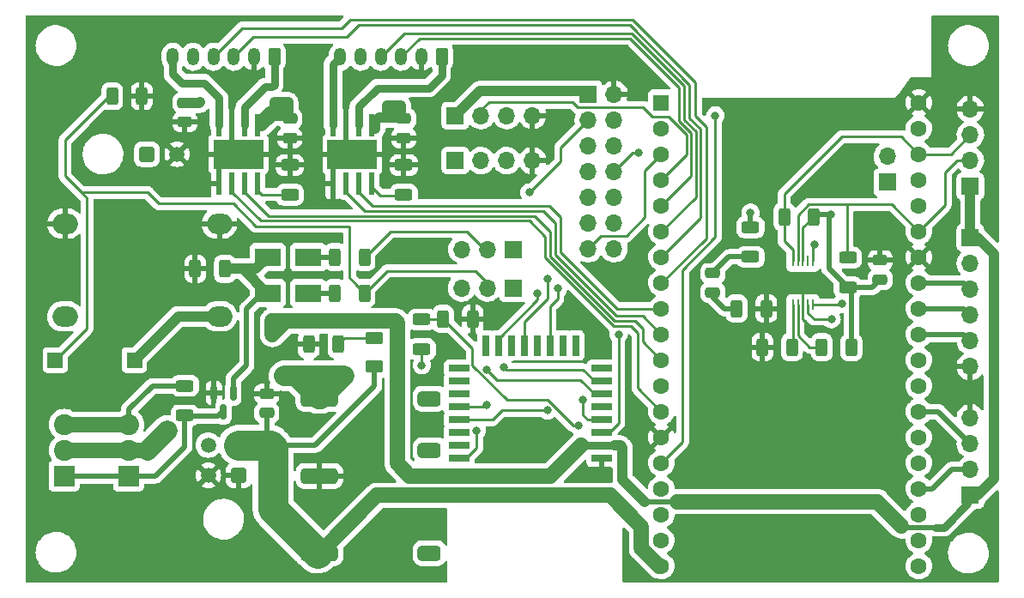
<source format=gbr>
%TF.GenerationSoftware,KiCad,Pcbnew,6.0.1-79c1e3a40b~116~ubuntu20.04.1*%
%TF.CreationDate,2022-01-24T14:05:44+01:00*%
%TF.ProjectId,pippino_board,70697070-696e-46f5-9f62-6f6172642e6b,rev?*%
%TF.SameCoordinates,Original*%
%TF.FileFunction,Copper,L1,Top*%
%TF.FilePolarity,Positive*%
%FSLAX46Y46*%
G04 Gerber Fmt 4.6, Leading zero omitted, Abs format (unit mm)*
G04 Created by KiCad (PCBNEW 6.0.1-79c1e3a40b~116~ubuntu20.04.1) date 2022-01-24 14:05:44*
%MOMM*%
%LPD*%
G01*
G04 APERTURE LIST*
G04 Aperture macros list*
%AMRoundRect*
0 Rectangle with rounded corners*
0 $1 Rounding radius*
0 $2 $3 $4 $5 $6 $7 $8 $9 X,Y pos of 4 corners*
0 Add a 4 corners polygon primitive as box body*
4,1,4,$2,$3,$4,$5,$6,$7,$8,$9,$2,$3,0*
0 Add four circle primitives for the rounded corners*
1,1,$1+$1,$2,$3*
1,1,$1+$1,$4,$5*
1,1,$1+$1,$6,$7*
1,1,$1+$1,$8,$9*
0 Add four rect primitives between the rounded corners*
20,1,$1+$1,$2,$3,$4,$5,0*
20,1,$1+$1,$4,$5,$6,$7,0*
20,1,$1+$1,$6,$7,$8,$9,0*
20,1,$1+$1,$8,$9,$2,$3,0*%
G04 Aperture macros list end*
%TA.AperFunction,ComponentPad*%
%ADD10R,1.700000X1.700000*%
%TD*%
%TA.AperFunction,ComponentPad*%
%ADD11O,1.700000X1.700000*%
%TD*%
%TA.AperFunction,SMDPad,CuDef*%
%ADD12RoundRect,0.250000X0.625000X-0.312500X0.625000X0.312500X-0.625000X0.312500X-0.625000X-0.312500X0*%
%TD*%
%TA.AperFunction,SMDPad,CuDef*%
%ADD13RoundRect,0.250000X0.312500X0.625000X-0.312500X0.625000X-0.312500X-0.625000X0.312500X-0.625000X0*%
%TD*%
%TA.AperFunction,ComponentPad*%
%ADD14R,2.055000X2.055000*%
%TD*%
%TA.AperFunction,ComponentPad*%
%ADD15C,2.055000*%
%TD*%
%TA.AperFunction,ComponentPad*%
%ADD16RoundRect,0.250001X0.499999X-0.499999X0.499999X0.499999X-0.499999X0.499999X-0.499999X-0.499999X0*%
%TD*%
%TA.AperFunction,ComponentPad*%
%ADD17C,1.500000*%
%TD*%
%TA.AperFunction,SMDPad,CuDef*%
%ADD18RoundRect,0.250000X-0.312500X-0.625000X0.312500X-0.625000X0.312500X0.625000X-0.312500X0.625000X0*%
%TD*%
%TA.AperFunction,ComponentPad*%
%ADD19RoundRect,0.250001X0.499999X0.499999X-0.499999X0.499999X-0.499999X-0.499999X0.499999X-0.499999X0*%
%TD*%
%TA.AperFunction,SMDPad,CuDef*%
%ADD20RoundRect,0.250000X0.475000X-0.250000X0.475000X0.250000X-0.475000X0.250000X-0.475000X-0.250000X0*%
%TD*%
%TA.AperFunction,SMDPad,CuDef*%
%ADD21R,0.250000X1.100000*%
%TD*%
%TA.AperFunction,SMDPad,CuDef*%
%ADD22RoundRect,0.250000X-0.625000X0.312500X-0.625000X-0.312500X0.625000X-0.312500X0.625000X0.312500X0*%
%TD*%
%TA.AperFunction,SMDPad,CuDef*%
%ADD23RoundRect,0.250000X-0.475000X0.250000X-0.475000X-0.250000X0.475000X-0.250000X0.475000X0.250000X0*%
%TD*%
%TA.AperFunction,ComponentPad*%
%ADD24O,2.500000X2.000000*%
%TD*%
%TA.AperFunction,SMDPad,CuDef*%
%ADD25R,2.500000X1.800000*%
%TD*%
%TA.AperFunction,ComponentPad*%
%ADD26RoundRect,0.250000X0.350000X0.625000X-0.350000X0.625000X-0.350000X-0.625000X0.350000X-0.625000X0*%
%TD*%
%TA.AperFunction,ComponentPad*%
%ADD27O,1.200000X1.750000*%
%TD*%
%TA.AperFunction,SMDPad,CuDef*%
%ADD28RoundRect,0.150000X-0.150000X0.587500X-0.150000X-0.587500X0.150000X-0.587500X0.150000X0.587500X0*%
%TD*%
%TA.AperFunction,SMDPad,CuDef*%
%ADD29RoundRect,0.250000X-0.625000X0.375000X-0.625000X-0.375000X0.625000X-0.375000X0.625000X0.375000X0*%
%TD*%
%TA.AperFunction,SMDPad,CuDef*%
%ADD30RoundRect,0.381000X-1.460500X-0.381000X1.460500X-0.381000X1.460500X0.381000X-1.460500X0.381000X0*%
%TD*%
%TA.AperFunction,SMDPad,CuDef*%
%ADD31RoundRect,0.381000X-0.762000X-0.381000X0.762000X-0.381000X0.762000X0.381000X-0.762000X0.381000X0*%
%TD*%
%TA.AperFunction,SMDPad,CuDef*%
%ADD32R,0.500000X2.200000*%
%TD*%
%TA.AperFunction,ComponentPad*%
%ADD33C,0.630000*%
%TD*%
%TA.AperFunction,SMDPad,CuDef*%
%ADD34R,4.900000X2.950000*%
%TD*%
%TA.AperFunction,SMDPad,CuDef*%
%ADD35R,1.500000X1.500000*%
%TD*%
%TA.AperFunction,SMDPad,CuDef*%
%ADD36R,2.000000X0.700000*%
%TD*%
%TA.AperFunction,SMDPad,CuDef*%
%ADD37R,0.700000X2.000000*%
%TD*%
%TA.AperFunction,ComponentPad*%
%ADD38R,1.600000X1.600000*%
%TD*%
%TA.AperFunction,ComponentPad*%
%ADD39C,1.600000*%
%TD*%
%TA.AperFunction,ViaPad*%
%ADD40C,0.800000*%
%TD*%
%TA.AperFunction,Conductor*%
%ADD41C,0.800000*%
%TD*%
%TA.AperFunction,Conductor*%
%ADD42C,1.000000*%
%TD*%
%TA.AperFunction,Conductor*%
%ADD43C,0.500000*%
%TD*%
%TA.AperFunction,Conductor*%
%ADD44C,0.250000*%
%TD*%
%TA.AperFunction,Conductor*%
%ADD45C,2.000000*%
%TD*%
%TA.AperFunction,Conductor*%
%ADD46C,1.500000*%
%TD*%
%TA.AperFunction,Conductor*%
%ADD47C,3.000000*%
%TD*%
%TA.AperFunction,Conductor*%
%ADD48C,0.300000*%
%TD*%
G04 APERTURE END LIST*
D10*
X242000000Y-48500000D03*
D11*
X242000000Y-45960000D03*
D12*
X238100000Y-58862500D03*
X238100000Y-55937500D03*
D13*
X234762500Y-51900000D03*
X231837500Y-51900000D03*
D14*
X167170000Y-77465000D03*
D15*
X167170000Y-74930000D03*
X167170000Y-72395000D03*
D12*
X183070000Y-49722500D03*
X183070000Y-46797500D03*
D16*
X168955000Y-45720000D03*
D17*
X171955000Y-45720000D03*
D18*
X227137500Y-60960000D03*
X230062500Y-60960000D03*
D13*
X190438500Y-59436000D03*
X187513500Y-59436000D03*
D19*
X178030000Y-77425000D03*
D17*
X175030000Y-77425000D03*
X178030000Y-74425000D03*
X175030000Y-74425000D03*
D10*
X250190000Y-48895000D03*
D11*
X250190000Y-46355000D03*
X250190000Y-43815000D03*
X250190000Y-41275000D03*
D20*
X180800000Y-71250000D03*
X180800000Y-69350000D03*
D21*
X232680000Y-60570000D03*
X233180000Y-60570000D03*
X233680000Y-60570000D03*
X234180000Y-60570000D03*
X234680000Y-60570000D03*
X234680000Y-56270000D03*
X234180000Y-56270000D03*
X233680000Y-56270000D03*
X233180000Y-56270000D03*
X232680000Y-56270000D03*
D10*
X199390000Y-46355000D03*
D11*
X201930000Y-46355000D03*
X204470000Y-46355000D03*
X207010000Y-46355000D03*
D10*
X212500000Y-39800000D03*
D11*
X215040000Y-39800000D03*
X212500000Y-42340000D03*
X215040000Y-42340000D03*
X212500000Y-44880000D03*
X215040000Y-44880000D03*
X212500000Y-47420000D03*
X215040000Y-47420000D03*
X212500000Y-49960000D03*
X215040000Y-49960000D03*
X212500000Y-52500000D03*
X215040000Y-52500000D03*
X212500000Y-55040000D03*
X215040000Y-55040000D03*
D22*
X228500000Y-52937500D03*
X228500000Y-55862500D03*
D23*
X183070000Y-42230000D03*
X183070000Y-44130000D03*
D18*
X198181500Y-61976000D03*
X201106500Y-61976000D03*
D10*
X199390000Y-41910000D03*
D11*
X201930000Y-41910000D03*
X204470000Y-41910000D03*
X207010000Y-41910000D03*
D13*
X238462500Y-64770000D03*
X235537500Y-64770000D03*
D24*
X160880000Y-52580000D03*
X160880000Y-61720000D03*
X176120000Y-52580000D03*
X176120000Y-61720000D03*
D25*
X180880000Y-55880000D03*
X184880000Y-55880000D03*
D13*
X176662500Y-57037500D03*
X173737500Y-57037500D03*
D22*
X172720000Y-68580000D03*
X172720000Y-71505000D03*
D18*
X165542500Y-40005000D03*
X168467500Y-40005000D03*
D25*
X180880000Y-59436000D03*
X184880000Y-59436000D03*
D20*
X241300000Y-58100000D03*
X241300000Y-56200000D03*
D13*
X232602500Y-64770000D03*
X229677500Y-64770000D03*
D12*
X194310000Y-49722500D03*
X194310000Y-46797500D03*
D10*
X250190000Y-79365000D03*
D11*
X250190000Y-76825000D03*
X250190000Y-74285000D03*
X250190000Y-71745000D03*
D26*
X198040000Y-36110000D03*
D27*
X196040000Y-36110000D03*
X194040000Y-36110000D03*
X192040000Y-36110000D03*
X190040000Y-36110000D03*
X188040000Y-36110000D03*
D26*
X181530000Y-36110000D03*
D27*
X179530000Y-36110000D03*
X177530000Y-36110000D03*
X175530000Y-36110000D03*
X173530000Y-36110000D03*
X171530000Y-36110000D03*
D28*
X175580000Y-69297500D03*
X177480000Y-69297500D03*
X176530000Y-71172500D03*
D12*
X196088000Y-64962500D03*
X196088000Y-62037500D03*
D29*
X191400000Y-63900000D03*
X191400000Y-66700000D03*
D10*
X205090000Y-58928000D03*
D11*
X202550000Y-58928000D03*
X200010000Y-58928000D03*
D30*
X185991500Y-69850000D03*
X185991500Y-77470000D03*
X185991500Y-85090000D03*
D31*
X196850000Y-85090000D03*
X196850000Y-74930000D03*
X196850000Y-69850000D03*
D14*
X160820000Y-77465000D03*
D15*
X160820000Y-74930000D03*
X160820000Y-72395000D03*
D23*
X194310000Y-42230000D03*
X194310000Y-44130000D03*
D32*
X187325000Y-48595000D03*
X188595000Y-48595000D03*
X189865000Y-48595000D03*
X191135000Y-48595000D03*
X191135000Y-42845000D03*
X189865000Y-42845000D03*
X188595000Y-42845000D03*
X187325000Y-42845000D03*
D33*
X190530000Y-45070000D03*
X187930000Y-46370000D03*
X189230000Y-46370000D03*
X187930000Y-45070000D03*
X190530000Y-46370000D03*
D34*
X189230000Y-45720000D03*
D33*
X189230000Y-45070000D03*
D35*
X167730000Y-66040000D03*
X159930000Y-66040000D03*
D36*
X213850000Y-75750000D03*
X213850000Y-74480000D03*
X213850000Y-73210000D03*
X213850000Y-71940000D03*
X213850000Y-70670000D03*
X213850000Y-69400000D03*
X213850000Y-68130000D03*
X213850000Y-66860000D03*
D37*
X211260000Y-64600000D03*
X209990000Y-64600000D03*
X208720000Y-64600000D03*
X207450000Y-64600000D03*
X206180000Y-64600000D03*
X204910000Y-64600000D03*
X203640000Y-64600000D03*
X202370000Y-64600000D03*
D36*
X199750000Y-66860000D03*
X199750000Y-68130000D03*
X199750000Y-69400000D03*
X199750000Y-70670000D03*
X199750000Y-71940000D03*
X199750000Y-73210000D03*
X199750000Y-74480000D03*
X199750000Y-75750000D03*
D38*
X219710000Y-40640000D03*
D39*
X219710000Y-43180000D03*
X219710000Y-45720000D03*
X219710000Y-48260000D03*
X219710000Y-50800000D03*
X219710000Y-53340000D03*
X219710000Y-55880000D03*
X219710000Y-58420000D03*
X219710000Y-60960000D03*
X219710000Y-63500000D03*
X219710000Y-66040000D03*
X219710000Y-68580000D03*
X219710000Y-71120000D03*
X219710000Y-73660000D03*
X219710000Y-76200000D03*
X219710000Y-78740000D03*
X219710000Y-81280000D03*
X219710000Y-83820000D03*
X219710000Y-86360000D03*
X245110000Y-86360000D03*
X245110000Y-83820000D03*
X245110000Y-81280000D03*
X245110000Y-78740000D03*
X245110000Y-76200000D03*
X245110000Y-73660000D03*
X245110000Y-71120000D03*
X245110000Y-68580000D03*
X245110000Y-66040000D03*
X245110000Y-63500000D03*
X245110000Y-60960000D03*
X245110000Y-58420000D03*
X245110000Y-55880000D03*
X245110000Y-53340000D03*
X245110000Y-50800000D03*
X245110000Y-48260000D03*
X245110000Y-45720000D03*
X245110000Y-43180000D03*
X245110000Y-40640000D03*
D18*
X187513500Y-55880000D03*
X190438500Y-55880000D03*
D23*
X224790000Y-57470000D03*
X224790000Y-59370000D03*
X172720000Y-40640000D03*
X172720000Y-42540000D03*
D13*
X187862500Y-64500000D03*
X184937500Y-64500000D03*
D32*
X176085000Y-48595000D03*
X177355000Y-48595000D03*
X178625000Y-48595000D03*
X179895000Y-48595000D03*
X179895000Y-42845000D03*
X178625000Y-42845000D03*
X177355000Y-42845000D03*
X176085000Y-42845000D03*
D33*
X179290000Y-46370000D03*
X176690000Y-45070000D03*
X177990000Y-46370000D03*
X179290000Y-45070000D03*
D34*
X177990000Y-45720000D03*
D33*
X177990000Y-45070000D03*
X176690000Y-46370000D03*
D10*
X205105000Y-55118000D03*
D11*
X202565000Y-55118000D03*
X200025000Y-55118000D03*
D10*
X250190000Y-53975000D03*
D11*
X250190000Y-56515000D03*
X250190000Y-59055000D03*
X250190000Y-61595000D03*
X250190000Y-64135000D03*
X250190000Y-66675000D03*
D40*
X235500000Y-43500000D03*
X251500000Y-82000000D03*
X194000000Y-40900000D03*
X170000000Y-74000000D03*
X184000000Y-67600000D03*
X164070000Y-74930000D03*
X182500000Y-67600000D03*
X187000000Y-67600000D03*
X185500000Y-67600000D03*
X169070000Y-74930000D03*
X182900000Y-40600000D03*
X181600000Y-40600000D03*
X171000000Y-73000000D03*
X192700000Y-42100000D03*
X181600000Y-41900000D03*
X196088000Y-66548000D03*
X174200000Y-40600000D03*
X192700000Y-40900000D03*
X188400000Y-67600000D03*
X234000000Y-83000000D03*
X203200000Y-75438000D03*
X196088000Y-54864000D03*
X171000000Y-86000000D03*
X174244000Y-65532000D03*
X233000000Y-77000000D03*
X207518000Y-75438000D03*
X166000000Y-86000000D03*
X190500000Y-73000000D03*
X203000000Y-49000000D03*
X158000000Y-75250000D03*
X159750000Y-55250000D03*
X226568000Y-46228000D03*
X238500000Y-46000000D03*
X216916000Y-86868000D03*
X236000000Y-41148000D03*
X230000000Y-86000000D03*
X201168000Y-36068000D03*
X169500000Y-60250000D03*
X229000000Y-77000000D03*
X207264000Y-36068000D03*
X158250000Y-43000000D03*
X166116000Y-35052000D03*
X247904000Y-68580000D03*
X234000000Y-86000000D03*
X210312000Y-36068000D03*
X167640000Y-35052000D03*
X247904000Y-40640000D03*
X171196000Y-58420000D03*
X247904000Y-38608000D03*
X194000000Y-82000000D03*
X237000000Y-77000000D03*
X241000000Y-73000000D03*
X232000000Y-44000000D03*
X232000000Y-47000000D03*
X162750000Y-82250000D03*
X230000000Y-83000000D03*
X224000000Y-77000000D03*
X166000000Y-81788000D03*
X232000000Y-41148000D03*
X241808000Y-66294000D03*
X192000000Y-85000000D03*
X196000000Y-72500000D03*
X204500000Y-73000000D03*
X238000000Y-83000000D03*
X173000000Y-48000000D03*
X236500000Y-49000000D03*
X190000000Y-77000000D03*
X213500000Y-57500000D03*
X194564000Y-59436000D03*
X237000000Y-73000000D03*
X158250000Y-57750000D03*
X213360000Y-36068000D03*
X158500000Y-48500000D03*
X184404000Y-37084000D03*
X226568000Y-44196000D03*
X171000000Y-80000000D03*
X242000000Y-42000000D03*
X168000000Y-61750000D03*
X227076000Y-67000000D03*
X161544000Y-39116000D03*
X205486000Y-75438000D03*
X238000000Y-86000000D03*
X158000000Y-80750000D03*
X179750000Y-85500000D03*
X169672000Y-42672000D03*
X226000000Y-83000000D03*
X196596000Y-59436000D03*
X241808000Y-63500000D03*
X215000000Y-37500000D03*
X224028000Y-67000000D03*
X186000000Y-80000000D03*
X158000000Y-69500000D03*
X171000000Y-83000000D03*
X160020000Y-40132000D03*
X174000000Y-54000000D03*
X158000000Y-63500000D03*
X212500000Y-62500000D03*
X163068000Y-38100000D03*
X239000000Y-42000000D03*
X241000000Y-77000000D03*
X174000000Y-49000000D03*
X204216000Y-36068000D03*
X226000000Y-65000000D03*
X207000000Y-73000000D03*
X226000000Y-86000000D03*
X224028000Y-65000000D03*
X247904000Y-42672000D03*
X247396000Y-74676000D03*
X241808000Y-53340000D03*
X167132000Y-42672000D03*
X240284000Y-53340000D03*
X196000000Y-45000000D03*
X212090000Y-77216000D03*
X172720000Y-65532000D03*
X247904000Y-66548000D03*
X228500000Y-51500000D03*
X236400000Y-51700000D03*
X207500000Y-59500000D03*
X208500000Y-58000000D03*
X209500000Y-59000000D03*
X208487701Y-71012299D03*
X202500000Y-70500000D03*
X192532000Y-62230000D03*
X181356000Y-62200000D03*
X181356000Y-63500000D03*
X215500000Y-63500000D03*
X212000000Y-70000000D03*
X201500000Y-73000000D03*
X217500000Y-45600000D03*
X234800000Y-54600000D03*
X236500000Y-62000000D03*
X206700000Y-49500000D03*
X225044000Y-41910000D03*
X204160761Y-66710499D03*
X202500000Y-67000000D03*
X237500000Y-60500000D03*
X211500000Y-72500000D03*
D41*
X249935000Y-79365000D02*
X249935000Y-80215000D01*
X249935000Y-80215000D02*
X247600000Y-82550000D01*
X247600000Y-82550000D02*
X246750000Y-82550000D01*
D42*
X250190000Y-79365000D02*
X250905000Y-79365000D01*
X250905000Y-79365000D02*
X252500000Y-77770000D01*
X252500000Y-77770000D02*
X252500000Y-55590000D01*
X252500000Y-55590000D02*
X250885000Y-53975000D01*
X250885000Y-53975000D02*
X250190000Y-53975000D01*
X215129022Y-74480000D02*
X215650000Y-74480000D01*
X215900000Y-77860000D02*
X218040000Y-80000000D01*
X215650000Y-74480000D02*
X215900000Y-74730000D01*
X215900000Y-74730000D02*
X215900000Y-77860000D01*
D41*
X213850000Y-74480000D02*
X215129022Y-74480000D01*
X218040000Y-80000000D02*
X218100000Y-80000000D01*
D43*
X246750000Y-82550000D02*
X243550000Y-82550000D01*
X243550000Y-82550000D02*
X243500000Y-82500000D01*
D44*
X231837500Y-51900000D02*
X231837500Y-49662500D01*
X231837500Y-49662500D02*
X237500000Y-44000000D01*
X237500000Y-44000000D02*
X243390000Y-44000000D01*
X243390000Y-44000000D02*
X245110000Y-45720000D01*
D45*
X184000000Y-67600000D02*
X184000000Y-68000000D01*
X184000000Y-68000000D02*
X185850000Y-69850000D01*
X185850000Y-69850000D02*
X185991500Y-69850000D01*
D44*
X196088000Y-64962500D02*
X196088000Y-66548000D01*
D42*
X192980000Y-40900000D02*
X194310000Y-42230000D01*
D43*
X182740000Y-41900000D02*
X183070000Y-42230000D01*
D42*
X194000000Y-40900000D02*
X194000000Y-41920000D01*
D45*
X185991500Y-69850000D02*
X186150000Y-69850000D01*
D42*
X182900000Y-40600000D02*
X182900000Y-42060000D01*
X192700000Y-42100000D02*
X194180000Y-42100000D01*
D45*
X169070000Y-74930000D02*
X171000000Y-73000000D01*
D42*
X194180000Y-42100000D02*
X194310000Y-42230000D01*
X192700000Y-40900000D02*
X192980000Y-40900000D01*
D43*
X191470000Y-43180000D02*
X191135000Y-42845000D01*
D45*
X182500000Y-67600000D02*
X188400000Y-67600000D01*
D42*
X174160000Y-40640000D02*
X174200000Y-40600000D01*
X181366000Y-41900000D02*
X181600000Y-41900000D01*
X192700000Y-40900000D02*
X194000000Y-40900000D01*
D45*
X186150000Y-69850000D02*
X188400000Y-67600000D01*
D42*
X181600000Y-40600000D02*
X181600000Y-41900000D01*
D43*
X180340000Y-42926000D02*
X180340000Y-41910000D01*
D42*
X180340000Y-42926000D02*
X181366000Y-41900000D01*
X181600000Y-41900000D02*
X182740000Y-41900000D01*
X172720000Y-40640000D02*
X174160000Y-40640000D01*
D43*
X180340000Y-41910000D02*
X180950000Y-41300000D01*
D42*
X192700000Y-42100000D02*
X191880000Y-42100000D01*
X194000000Y-41920000D02*
X194310000Y-42230000D01*
D43*
X180340000Y-42926000D02*
X180259000Y-42845000D01*
X180259000Y-42845000D02*
X179895000Y-42845000D01*
D42*
X182200000Y-41300000D02*
X181600000Y-40700000D01*
X192700000Y-42100000D02*
X192700000Y-40900000D01*
D46*
X167170000Y-74930000D02*
X169070000Y-74930000D01*
D43*
X191516000Y-43180000D02*
X191470000Y-43180000D01*
D42*
X191880000Y-42100000D02*
X191516000Y-42464000D01*
D46*
X160820000Y-74930000D02*
X167170000Y-74930000D01*
D42*
X181600000Y-40700000D02*
X181600000Y-40600000D01*
D43*
X180950000Y-41300000D02*
X182200000Y-41300000D01*
D42*
X181600000Y-40600000D02*
X182900000Y-40600000D01*
X191516000Y-42464000D02*
X191516000Y-43180000D01*
D43*
X182900000Y-42060000D02*
X183070000Y-42230000D01*
D44*
X233680000Y-60570000D02*
X233680000Y-58928000D01*
X233680000Y-61976000D02*
X234188000Y-62484000D01*
X233680000Y-60570000D02*
X233680000Y-61976000D01*
D46*
X214699520Y-79399520D02*
X217760489Y-82460489D01*
D43*
X191400000Y-68600000D02*
X191400000Y-66700000D01*
D46*
X219492974Y-86360000D02*
X219710000Y-86360000D01*
D43*
X185575000Y-74425000D02*
X191400000Y-68600000D01*
D46*
X217760489Y-84627515D02*
X219492974Y-86360000D01*
D47*
X181400000Y-80700000D02*
X185790000Y-85090000D01*
D43*
X180800000Y-74100000D02*
X181125000Y-74425000D01*
D46*
X185991500Y-85090000D02*
X191681980Y-79399520D01*
D43*
X180800000Y-71250000D02*
X180800000Y-74100000D01*
D46*
X217760489Y-82460489D02*
X217760489Y-84627515D01*
X181125000Y-74425000D02*
X181400000Y-74700000D01*
D47*
X181400000Y-74700000D02*
X181400000Y-80700000D01*
D43*
X181125000Y-74425000D02*
X185575000Y-74425000D01*
D46*
X185790000Y-85090000D02*
X185991500Y-85090000D01*
X191681980Y-79399520D02*
X214699520Y-79399520D01*
D47*
X178030000Y-74425000D02*
X181125000Y-74425000D01*
D43*
X228500000Y-55862500D02*
X226397500Y-55862500D01*
X226397500Y-55862500D02*
X224790000Y-57470000D01*
X224790000Y-59370000D02*
X224790000Y-59790000D01*
X224790000Y-59790000D02*
X225960000Y-60960000D01*
X225960000Y-60960000D02*
X227137500Y-60960000D01*
X240537500Y-58862500D02*
X241300000Y-58100000D01*
X236249511Y-51850489D02*
X236249511Y-57012011D01*
X236400000Y-51700000D02*
X236249511Y-51850489D01*
D44*
X233680000Y-52982500D02*
X234762500Y-51900000D01*
D43*
X236249511Y-57012011D02*
X238100000Y-58862500D01*
X228500000Y-51500000D02*
X228500000Y-52937500D01*
X238100000Y-58862500D02*
X240537500Y-58862500D01*
X238500000Y-59262500D02*
X238100000Y-58862500D01*
X238500000Y-64732500D02*
X238500000Y-59262500D01*
X236400000Y-51700000D02*
X234962500Y-51700000D01*
X238462500Y-64770000D02*
X238500000Y-64732500D01*
D44*
X233680000Y-56270000D02*
X233680000Y-52982500D01*
D43*
X234962500Y-51700000D02*
X234762500Y-51900000D01*
D44*
X191400000Y-63900000D02*
X188462500Y-63900000D01*
X188462500Y-63900000D02*
X187862500Y-64500000D01*
D43*
X180340000Y-59436000D02*
X178816000Y-60960000D01*
D42*
X177437500Y-57037500D02*
X178212500Y-57037500D01*
D43*
X178816000Y-60960000D02*
X178816000Y-66548000D01*
D42*
X178212500Y-57037500D02*
X179722500Y-57037500D01*
D43*
X177480000Y-67884000D02*
X177480000Y-69297500D01*
X178816000Y-66548000D02*
X177480000Y-67884000D01*
X177500000Y-57100000D02*
X177437500Y-57037500D01*
D42*
X178212500Y-57037500D02*
X178407500Y-57037500D01*
D43*
X180880000Y-59436000D02*
X180340000Y-59436000D01*
D42*
X178407500Y-57037500D02*
X180850000Y-59480000D01*
X179722500Y-57037500D02*
X180880000Y-55880000D01*
X176662500Y-57037500D02*
X177437500Y-57037500D01*
D43*
X184880000Y-59436000D02*
X187513500Y-59436000D01*
X184880000Y-55880000D02*
X187513500Y-55880000D01*
X169520000Y-68580000D02*
X172720000Y-68580000D01*
D46*
X160825000Y-72400000D02*
X167175000Y-72400000D01*
D43*
X167170000Y-72395000D02*
X167170000Y-70930000D01*
X167170000Y-70930000D02*
X169520000Y-68580000D01*
D44*
X207500000Y-60090000D02*
X203640000Y-63950000D01*
X207500000Y-59500000D02*
X207500000Y-60090000D01*
X203640000Y-63950000D02*
X203640000Y-64600000D01*
X206180000Y-62298000D02*
X206180000Y-64600000D01*
X208500000Y-59978000D02*
X206180000Y-62298000D01*
X208500000Y-58000000D02*
X208500000Y-59978000D01*
X208720000Y-60774000D02*
X208720000Y-64600000D01*
X209500000Y-59994000D02*
X208720000Y-60774000D01*
X209500000Y-59000000D02*
X209500000Y-59994000D01*
X208487701Y-71012299D02*
X208475402Y-71000000D01*
X208475402Y-71000000D02*
X204000000Y-71000000D01*
X203060000Y-71940000D02*
X199750000Y-71940000D01*
X204000000Y-71000000D02*
X203060000Y-71940000D01*
X213733946Y-53806054D02*
X212500000Y-55040000D01*
X202500000Y-70500000D02*
X202330000Y-70670000D01*
X218100000Y-47330000D02*
X218100000Y-51967595D01*
X216261541Y-53806054D02*
X213733946Y-53806054D01*
X202330000Y-70670000D02*
X199750000Y-70670000D01*
X219710000Y-45720000D02*
X218100000Y-47330000D01*
X218100000Y-51967595D02*
X216261541Y-53806054D01*
D41*
X211778000Y-74480000D02*
X213850000Y-74480000D01*
D46*
X193548000Y-62230000D02*
X193518000Y-62200000D01*
D42*
X250190000Y-53975000D02*
X250190000Y-48895000D01*
D46*
X208758000Y-77500000D02*
X211778000Y-74480000D01*
X243400000Y-82400000D02*
X241000000Y-80000000D01*
X182850000Y-62200000D02*
X182656000Y-62200000D01*
X241000000Y-80000000D02*
X221300000Y-80000000D01*
D42*
X212200000Y-39500000D02*
X212500000Y-39800000D01*
X201800000Y-39500000D02*
X212200000Y-39500000D01*
D46*
X182656000Y-62200000D02*
X181356000Y-63500000D01*
D42*
X199390000Y-41910000D02*
X201800000Y-39500000D01*
D48*
X243500000Y-82500000D02*
X243400000Y-82400000D01*
D46*
X182850000Y-62200000D02*
X181356000Y-62200000D01*
X193518000Y-62200000D02*
X182850000Y-62200000D01*
X193548000Y-62230000D02*
X193672500Y-62354500D01*
X193672500Y-76272500D02*
X194900000Y-77500000D01*
D43*
X221300000Y-80000000D02*
X218100000Y-80000000D01*
D46*
X193672500Y-62354500D02*
X193672500Y-76272500D01*
X181356000Y-62200000D02*
X181356000Y-63500000D01*
X194900000Y-77500000D02*
X208758000Y-77500000D01*
D42*
X175345000Y-61720000D02*
X172050000Y-61720000D01*
X172050000Y-61720000D02*
X167730000Y-66040000D01*
D44*
X215500000Y-63500000D02*
X215500000Y-72289022D01*
X214579022Y-73210000D02*
X213850000Y-73210000D01*
X215500000Y-72289022D02*
X214579022Y-73210000D01*
X212000000Y-70000000D02*
X212000000Y-71500000D01*
X212440000Y-71940000D02*
X213850000Y-71940000D01*
X212000000Y-71500000D02*
X212440000Y-71940000D01*
X201500000Y-73000000D02*
X201500000Y-74729022D01*
X200479022Y-75750000D02*
X199750000Y-75750000D01*
X201500000Y-74729022D02*
X200479022Y-75750000D01*
X234680000Y-54720000D02*
X234680000Y-56270000D01*
X216860000Y-45600000D02*
X217500000Y-45600000D01*
X215040000Y-47420000D02*
X216860000Y-45600000D01*
X234800000Y-54600000D02*
X234680000Y-54720000D01*
X234785978Y-62000000D02*
X234180000Y-61394022D01*
X234180000Y-61394022D02*
X234180000Y-60570000D01*
X236500000Y-62000000D02*
X234785978Y-62000000D01*
X209800000Y-45040000D02*
X212500000Y-42340000D01*
X206700000Y-49500000D02*
X209800000Y-46400000D01*
X209800000Y-46400000D02*
X209800000Y-45040000D01*
D43*
X245110000Y-71120000D02*
X247025000Y-71120000D01*
X247025000Y-71120000D02*
X250190000Y-74285000D01*
X245110000Y-78740000D02*
X246460000Y-78740000D01*
X248375000Y-76825000D02*
X250190000Y-76825000D01*
X246460000Y-78740000D02*
X248375000Y-76825000D01*
X245110000Y-58420000D02*
X249555000Y-58420000D01*
X249555000Y-58420000D02*
X250190000Y-59055000D01*
X245110000Y-60960000D02*
X249555000Y-60960000D01*
X249555000Y-60960000D02*
X250190000Y-61595000D01*
X249555000Y-63500000D02*
X250190000Y-64135000D01*
X245110000Y-63500000D02*
X249555000Y-63500000D01*
D44*
X225044000Y-53898494D02*
X221800000Y-57142494D01*
X221800000Y-74110000D02*
X219710000Y-76200000D01*
X221800000Y-57142494D02*
X221800000Y-74110000D01*
X225044000Y-41910000D02*
X225044000Y-53898494D01*
X231837500Y-54337500D02*
X232680000Y-55180000D01*
X232680000Y-55180000D02*
X232680000Y-56270000D01*
X248285000Y-45720000D02*
X250190000Y-43815000D01*
X245110000Y-45720000D02*
X248285000Y-45720000D01*
X231837500Y-51900000D02*
X231837500Y-54337500D01*
X233180000Y-56270000D02*
X233180000Y-51732507D01*
X238100000Y-55937500D02*
X238000480Y-55837980D01*
X245110000Y-53340000D02*
X247700000Y-50750000D01*
X247700000Y-47500000D02*
X248845000Y-46355000D01*
X242470480Y-50700480D02*
X245110000Y-53340000D01*
X234212027Y-50700480D02*
X236400480Y-50700480D01*
X236400480Y-50700480D02*
X238000480Y-50700480D01*
X233180000Y-51732507D02*
X234212027Y-50700480D01*
X238000480Y-50700480D02*
X242470480Y-50700480D01*
X248845000Y-46355000D02*
X250190000Y-46355000D01*
X247700000Y-50750000D02*
X247700000Y-47500000D01*
X238000480Y-55837980D02*
X238000480Y-50700480D01*
D41*
X178625000Y-42845000D02*
X178625000Y-41085000D01*
X180610000Y-39100000D02*
X181300000Y-39100000D01*
X181300000Y-39100000D02*
X181530000Y-38870000D01*
X181530000Y-38870000D02*
X181530000Y-36110000D01*
X178625000Y-41085000D02*
X180610000Y-39100000D01*
D44*
X178366000Y-33274000D02*
X188176934Y-33274000D01*
X223078520Y-41958876D02*
X224123080Y-43003436D01*
X224123080Y-43003436D02*
X224123080Y-54006920D01*
X216882370Y-32426441D02*
X223078520Y-38622591D01*
X223078520Y-38622591D02*
X223078520Y-41958876D01*
X188176934Y-33274000D02*
X189024493Y-32426441D01*
X175530000Y-36110000D02*
X178366000Y-33274000D01*
X189024493Y-32426441D02*
X216882370Y-32426441D01*
X224123080Y-54006920D02*
X219710000Y-58420000D01*
X216644396Y-33000960D02*
X222504000Y-38860564D01*
X222504000Y-38860564D02*
X222504000Y-42196847D01*
X179477000Y-34163000D02*
X188722000Y-34163000D01*
X223548560Y-43241409D02*
X223548560Y-52041440D01*
X189884040Y-33000960D02*
X216644396Y-33000960D01*
X188722000Y-34163000D02*
X189884040Y-33000960D01*
X222504000Y-42196847D02*
X223548560Y-43241409D01*
X177530000Y-36110000D02*
X179477000Y-34163000D01*
X223548560Y-52041440D02*
X219710000Y-55880000D01*
D41*
X174590000Y-38700000D02*
X172400000Y-38700000D01*
X176085000Y-40195000D02*
X174590000Y-38700000D01*
X171530000Y-37830000D02*
X171530000Y-36110000D01*
X176085000Y-42845000D02*
X176085000Y-40195000D01*
X172400000Y-38700000D02*
X171530000Y-37830000D01*
X189865000Y-41035000D02*
X191700000Y-39200000D01*
X196800000Y-39200000D02*
X198040000Y-37960000D01*
X189865000Y-42845000D02*
X189865000Y-41035000D01*
X191700000Y-39200000D02*
X196800000Y-39200000D01*
X198040000Y-37960000D02*
X198040000Y-36110000D01*
D44*
X223099040Y-43427606D02*
X223099040Y-49950960D01*
X223099040Y-49950960D02*
X219710000Y-53340000D01*
X192040000Y-36110000D02*
X194368000Y-33782000D01*
X221996000Y-42324564D02*
X223099040Y-43427606D01*
X221996000Y-38988282D02*
X221996000Y-42324564D01*
X216789718Y-33782000D02*
X221996000Y-38988282D01*
X194368000Y-33782000D02*
X216789718Y-33782000D01*
X194040000Y-36110000D02*
X195860000Y-34290000D01*
X221488000Y-42452282D02*
X222649520Y-43613803D01*
X195860000Y-34290000D02*
X216662000Y-34290000D01*
X222649520Y-47860480D02*
X219710000Y-50800000D01*
X221488000Y-39116000D02*
X221488000Y-42452282D01*
X222649520Y-43613803D02*
X222649520Y-47860480D01*
X216662000Y-34290000D02*
X221488000Y-39116000D01*
D41*
X187325000Y-36825000D02*
X187325000Y-42845000D01*
X188040000Y-36110000D02*
X187325000Y-36825000D01*
D44*
X192978500Y-53340000D02*
X190438500Y-55880000D01*
X202565000Y-55372000D02*
X200533000Y-53340000D01*
X200533000Y-53340000D02*
X192978500Y-53340000D01*
X204450262Y-67000000D02*
X211990978Y-67000000D01*
X213120978Y-68130000D02*
X213850000Y-68130000D01*
X211990978Y-67000000D02*
X213120978Y-68130000D01*
X204160761Y-66710499D02*
X204450262Y-67000000D01*
X202550000Y-58928000D02*
X202550000Y-58420000D01*
X165195000Y-40005000D02*
X160900000Y-44300000D01*
X192629011Y-57245489D02*
X201375489Y-57245489D01*
X190438500Y-59436000D02*
X192629011Y-57245489D01*
X201375489Y-57245489D02*
X202550000Y-58420000D01*
X177500000Y-50600000D02*
X170117457Y-50600000D01*
X189551480Y-58548980D02*
X189551480Y-58487480D01*
X160900000Y-47900000D02*
X162500000Y-49500000D01*
X188976000Y-52832000D02*
X179732000Y-52832000D01*
X163068000Y-62902000D02*
X159930000Y-66040000D01*
X170117457Y-50600000D02*
X169017457Y-49500000D01*
X190438500Y-59436000D02*
X189551480Y-58548980D01*
X163068000Y-50068000D02*
X163068000Y-62902000D01*
X179732000Y-52832000D02*
X177500000Y-50600000D01*
X160900000Y-44300000D02*
X160900000Y-47900000D01*
X165542500Y-40005000D02*
X165195000Y-40005000D01*
X189551480Y-58487480D02*
X188976000Y-57912000D01*
X188976000Y-57912000D02*
X188976000Y-52832000D01*
X169017457Y-49500000D02*
X162500000Y-49500000D01*
X162500000Y-49500000D02*
X163068000Y-50068000D01*
X211720978Y-68000000D02*
X213120978Y-69400000D01*
X202500000Y-67000000D02*
X203500000Y-68000000D01*
X203500000Y-68000000D02*
X211720978Y-68000000D01*
X213120978Y-69400000D02*
X213850000Y-69400000D01*
D43*
X160820000Y-77465000D02*
X167170000Y-77465000D01*
X172815000Y-71600000D02*
X172720000Y-71505000D01*
X169835000Y-77465000D02*
X172720000Y-74580000D01*
X172720000Y-74580000D02*
X172720000Y-71505000D01*
X176530000Y-71172500D02*
X176427500Y-71172500D01*
X176000000Y-71600000D02*
X172815000Y-71600000D01*
X176427500Y-71172500D02*
X176000000Y-71600000D01*
X167170000Y-77465000D02*
X169835000Y-77465000D01*
D44*
X180293478Y-49722500D02*
X183070000Y-49722500D01*
X179895000Y-49324022D02*
X180293478Y-49722500D01*
X179895000Y-48595000D02*
X179895000Y-49324022D01*
X191135000Y-48595000D02*
X191135000Y-48935000D01*
X194232500Y-49800000D02*
X194310000Y-49722500D01*
X192000000Y-49800000D02*
X194232500Y-49800000D01*
X191135000Y-48935000D02*
X192000000Y-49800000D01*
X234352493Y-64770000D02*
X235537500Y-64770000D01*
X233180000Y-63597507D02*
X234352493Y-64770000D01*
X233180000Y-60570000D02*
X233180000Y-63597507D01*
X232602500Y-64770000D02*
X232680000Y-64692500D01*
X232680000Y-64692500D02*
X232680000Y-60570000D01*
X215360000Y-60960000D02*
X219710000Y-60960000D01*
X209804000Y-55404000D02*
X215360000Y-60960000D01*
X189865000Y-49445000D02*
X191220000Y-50800000D01*
X191220000Y-50800000D02*
X208700000Y-50800000D01*
X209804000Y-51904000D02*
X209804000Y-55404000D01*
X208700000Y-50800000D02*
X209804000Y-51904000D01*
X189865000Y-48595000D02*
X189865000Y-49445000D01*
X215300000Y-61700000D02*
X217910000Y-61700000D01*
X209296000Y-55696000D02*
X215300000Y-61700000D01*
X208100000Y-51300000D02*
X209296000Y-52496000D01*
X217910000Y-61700000D02*
X219710000Y-63500000D01*
X209296000Y-52496000D02*
X209296000Y-55696000D01*
X188595000Y-49445000D02*
X190450000Y-51300000D01*
X190450000Y-51300000D02*
X208100000Y-51300000D01*
X188595000Y-48595000D02*
X188595000Y-49445000D01*
X180996000Y-51816000D02*
X207264000Y-51816000D01*
X178625000Y-48595000D02*
X178625000Y-49445000D01*
X208788000Y-53340000D02*
X208788000Y-55823717D01*
X217900000Y-64230000D02*
X219710000Y-66040000D01*
X208788000Y-55823717D02*
X215113803Y-62149520D01*
X178625000Y-49445000D02*
X180996000Y-51816000D01*
X217900000Y-62900000D02*
X217900000Y-64230000D01*
X207264000Y-51816000D02*
X208788000Y-53340000D01*
X217149520Y-62149520D02*
X217900000Y-62900000D01*
X215113803Y-62149520D02*
X217149520Y-62149520D01*
X177355000Y-49445000D02*
X180210000Y-52300000D01*
X208280000Y-55951435D02*
X215028565Y-62700000D01*
X217400000Y-68810000D02*
X219710000Y-71120000D01*
X216700000Y-62700000D02*
X217400000Y-63400000D01*
X215028565Y-62700000D02*
X216700000Y-62700000D01*
X208280000Y-53848000D02*
X208280000Y-55951435D01*
X177355000Y-48595000D02*
X177355000Y-49445000D01*
X217400000Y-63400000D02*
X217400000Y-68810000D01*
X180210000Y-52300000D02*
X206732000Y-52300000D01*
X206732000Y-52300000D02*
X208280000Y-53848000D01*
X222200000Y-45770000D02*
X219710000Y-48260000D01*
X222200000Y-43800000D02*
X222200000Y-45770000D01*
X220400000Y-42000000D02*
X222200000Y-43800000D01*
X218820978Y-42000000D02*
X220400000Y-42000000D01*
X202700000Y-40600000D02*
X210950978Y-40600000D01*
X211450978Y-41100000D02*
X217920978Y-41100000D01*
X201930000Y-41910000D02*
X201930000Y-41370000D01*
X201930000Y-41370000D02*
X202700000Y-40600000D01*
X217920978Y-41100000D02*
X218820978Y-42000000D01*
X210950978Y-40600000D02*
X211450978Y-41100000D01*
X208500000Y-70000000D02*
X204475386Y-70000000D01*
X201074511Y-66599125D02*
X201074511Y-64869011D01*
X204475386Y-70000000D02*
X201074511Y-66599125D01*
X211500000Y-72500000D02*
X211000000Y-72500000D01*
X237500000Y-60500000D02*
X237430000Y-60570000D01*
X201074511Y-64869011D02*
X198181500Y-61976000D01*
X198181500Y-61976000D02*
X196149500Y-61976000D01*
X237430000Y-60570000D02*
X234680000Y-60570000D01*
X211000000Y-72500000D02*
X208500000Y-70000000D01*
X196149500Y-61976000D02*
X196088000Y-62037500D01*
%TA.AperFunction,Conductor*%
G36*
X252910032Y-78890368D02*
G01*
X252966868Y-78932915D01*
X252991679Y-78999435D01*
X252992000Y-79008424D01*
X252992000Y-87866000D01*
X252971998Y-87934121D01*
X252918342Y-87980614D01*
X252866000Y-87992000D01*
X216026000Y-87992000D01*
X215957879Y-87971998D01*
X215911386Y-87918342D01*
X215900000Y-87866000D01*
X215900000Y-82683977D01*
X215920002Y-82615856D01*
X215973658Y-82569363D01*
X216043932Y-82559259D01*
X216108512Y-82588753D01*
X216115095Y-82594882D01*
X216465084Y-82944871D01*
X216499110Y-83007183D01*
X216501989Y-83033966D01*
X216501989Y-84536119D01*
X216500911Y-84552566D01*
X216498010Y-84574601D01*
X216498275Y-84580213D01*
X216501849Y-84656003D01*
X216501989Y-84661939D01*
X216501989Y-84684514D01*
X216502239Y-84687311D01*
X216504308Y-84710503D01*
X216504667Y-84715763D01*
X216508593Y-84799003D01*
X216509843Y-84804462D01*
X216509844Y-84804467D01*
X216512597Y-84816485D01*
X216515278Y-84833414D01*
X216516872Y-84851277D01*
X216518354Y-84856693D01*
X216518354Y-84856695D01*
X216538859Y-84931648D01*
X216540145Y-84936766D01*
X216558747Y-85017985D01*
X216560949Y-85023147D01*
X216565783Y-85034482D01*
X216571416Y-85050657D01*
X216574671Y-85062554D01*
X216576152Y-85067966D01*
X216586185Y-85089001D01*
X216612028Y-85143182D01*
X216614199Y-85147991D01*
X216646886Y-85224624D01*
X216656740Y-85239625D01*
X216665143Y-85254540D01*
X216672867Y-85270733D01*
X216676137Y-85275284D01*
X216676139Y-85275287D01*
X216721488Y-85338396D01*
X216724478Y-85342747D01*
X216767685Y-85408525D01*
X216767691Y-85408533D01*
X216770224Y-85412389D01*
X216788746Y-85433177D01*
X216796979Y-85443454D01*
X216803960Y-85453169D01*
X216868487Y-85515700D01*
X216880744Y-85527578D01*
X216882154Y-85528967D01*
X218538446Y-87185259D01*
X218549314Y-87197651D01*
X218559436Y-87210843D01*
X218559443Y-87210851D01*
X218562851Y-87215292D01*
X218622800Y-87269841D01*
X218623159Y-87270168D01*
X218627454Y-87274267D01*
X218643385Y-87290198D01*
X218663401Y-87306934D01*
X218667350Y-87310379D01*
X218724853Y-87362703D01*
X218724857Y-87362706D01*
X218729010Y-87366485D01*
X218733765Y-87369468D01*
X218733768Y-87369470D01*
X218744198Y-87376012D01*
X218758071Y-87386091D01*
X218767519Y-87393992D01*
X218767526Y-87393997D01*
X218771828Y-87397594D01*
X218776704Y-87400375D01*
X218844214Y-87438882D01*
X218848742Y-87441592D01*
X218914570Y-87482886D01*
X218914573Y-87482888D01*
X218919318Y-87485864D01*
X218924523Y-87487957D01*
X218924526Y-87487958D01*
X218935953Y-87492552D01*
X218951385Y-87500012D01*
X218962093Y-87506120D01*
X218962102Y-87506124D01*
X218966967Y-87508899D01*
X218972244Y-87510768D01*
X218972249Y-87510770D01*
X219045516Y-87536715D01*
X219050452Y-87538580D01*
X219127757Y-87569656D01*
X219133244Y-87570792D01*
X219133246Y-87570793D01*
X219145323Y-87573294D01*
X219161818Y-87577899D01*
X219178733Y-87583889D01*
X219184270Y-87584796D01*
X219184271Y-87584796D01*
X219260970Y-87597356D01*
X219266160Y-87598318D01*
X219305094Y-87606381D01*
X219312153Y-87608056D01*
X219458456Y-87647258D01*
X219481913Y-87653543D01*
X219710000Y-87673498D01*
X219938087Y-87653543D01*
X219943400Y-87652119D01*
X219943402Y-87652119D01*
X220153933Y-87595707D01*
X220153935Y-87595706D01*
X220159243Y-87594284D01*
X220164225Y-87591961D01*
X220361762Y-87499849D01*
X220361767Y-87499846D01*
X220366749Y-87497523D01*
X220471611Y-87424098D01*
X220549789Y-87369357D01*
X220549792Y-87369355D01*
X220554300Y-87366198D01*
X220716198Y-87204300D01*
X220847523Y-87016749D01*
X220849846Y-87011767D01*
X220849849Y-87011762D01*
X220941961Y-86814225D01*
X220941961Y-86814224D01*
X220944284Y-86809243D01*
X220948134Y-86794877D01*
X221002119Y-86593402D01*
X221002119Y-86593400D01*
X221003543Y-86588087D01*
X221023498Y-86360000D01*
X221003543Y-86131913D01*
X220968934Y-86002750D01*
X220945707Y-85916067D01*
X220945706Y-85916065D01*
X220944284Y-85910757D01*
X220929261Y-85878539D01*
X220849849Y-85708238D01*
X220849846Y-85708233D01*
X220847523Y-85703251D01*
X220730212Y-85535714D01*
X220719357Y-85520211D01*
X220719355Y-85520208D01*
X220716198Y-85515700D01*
X220554300Y-85353802D01*
X220549792Y-85350645D01*
X220549789Y-85350643D01*
X220442169Y-85275287D01*
X220366749Y-85222477D01*
X220361767Y-85220154D01*
X220361762Y-85220151D01*
X220327543Y-85204195D01*
X220274258Y-85157278D01*
X220254797Y-85089001D01*
X220275339Y-85021041D01*
X220327543Y-84975805D01*
X220361762Y-84959849D01*
X220361767Y-84959846D01*
X220366749Y-84957523D01*
X220526473Y-84845683D01*
X220549789Y-84829357D01*
X220549792Y-84829355D01*
X220554300Y-84826198D01*
X220716198Y-84664300D01*
X220728493Y-84646742D01*
X220782906Y-84569031D01*
X220847523Y-84476749D01*
X220849846Y-84471767D01*
X220849849Y-84471762D01*
X220941961Y-84274225D01*
X220941961Y-84274224D01*
X220944284Y-84269243D01*
X220955401Y-84227756D01*
X221002119Y-84053402D01*
X221002119Y-84053400D01*
X221003543Y-84048087D01*
X221023498Y-83820000D01*
X221003543Y-83591913D01*
X221002046Y-83586326D01*
X220945707Y-83376067D01*
X220945706Y-83376065D01*
X220944284Y-83370757D01*
X220916874Y-83311975D01*
X220849849Y-83168238D01*
X220849846Y-83168233D01*
X220847523Y-83163251D01*
X220774098Y-83058389D01*
X220719357Y-82980211D01*
X220719355Y-82980208D01*
X220716198Y-82975700D01*
X220554300Y-82813802D01*
X220549792Y-82810645D01*
X220549789Y-82810643D01*
X220459968Y-82747750D01*
X220366749Y-82682477D01*
X220361767Y-82680154D01*
X220361762Y-82680151D01*
X220327543Y-82664195D01*
X220274258Y-82617278D01*
X220254797Y-82549001D01*
X220275339Y-82481041D01*
X220327543Y-82435805D01*
X220361762Y-82419849D01*
X220361767Y-82419846D01*
X220366749Y-82417523D01*
X220471611Y-82344098D01*
X220549789Y-82289357D01*
X220549792Y-82289355D01*
X220554300Y-82286198D01*
X220716198Y-82124300D01*
X220736978Y-82094624D01*
X220831391Y-81959788D01*
X220847523Y-81936749D01*
X220849846Y-81931767D01*
X220849849Y-81931762D01*
X220941961Y-81734225D01*
X220941961Y-81734224D01*
X220944284Y-81729243D01*
X220964606Y-81653403D01*
X221002119Y-81513402D01*
X221002119Y-81513400D01*
X221003543Y-81508087D01*
X221012612Y-81404431D01*
X221015695Y-81369193D01*
X221041559Y-81303075D01*
X221099062Y-81261435D01*
X221154747Y-81255560D01*
X221154767Y-81255213D01*
X221156882Y-81255335D01*
X221159367Y-81255478D01*
X221159373Y-81255479D01*
X221209952Y-81258395D01*
X221209956Y-81258395D01*
X221211775Y-81258500D01*
X240426523Y-81258500D01*
X240494644Y-81278502D01*
X240515618Y-81295405D01*
X242550411Y-83330199D01*
X242678854Y-83437594D01*
X242873993Y-83548899D01*
X242879270Y-83550768D01*
X242879275Y-83550770D01*
X243080469Y-83622016D01*
X243080472Y-83622017D01*
X243085759Y-83623889D01*
X243307458Y-83660194D01*
X243313072Y-83660106D01*
X243313074Y-83660106D01*
X243433529Y-83658214D01*
X243532082Y-83656666D01*
X243551945Y-83652769D01*
X243651281Y-83633280D01*
X243721978Y-83639793D01*
X243777931Y-83683494D01*
X243801376Y-83750508D01*
X243801059Y-83767905D01*
X243796981Y-83814514D01*
X243796981Y-83814525D01*
X243796502Y-83820000D01*
X243816457Y-84048087D01*
X243817881Y-84053400D01*
X243817881Y-84053402D01*
X243864600Y-84227756D01*
X243875716Y-84269243D01*
X243878039Y-84274224D01*
X243878039Y-84274225D01*
X243970151Y-84471762D01*
X243970154Y-84471767D01*
X243972477Y-84476749D01*
X244037094Y-84569031D01*
X244091508Y-84646742D01*
X244103802Y-84664300D01*
X244265700Y-84826198D01*
X244270208Y-84829355D01*
X244270211Y-84829357D01*
X244293527Y-84845683D01*
X244453251Y-84957523D01*
X244458233Y-84959846D01*
X244458238Y-84959849D01*
X244492457Y-84975805D01*
X244545742Y-85022722D01*
X244565203Y-85090999D01*
X244544661Y-85158959D01*
X244492457Y-85204195D01*
X244458238Y-85220151D01*
X244458233Y-85220154D01*
X244453251Y-85222477D01*
X244377831Y-85275287D01*
X244270211Y-85350643D01*
X244270208Y-85350645D01*
X244265700Y-85353802D01*
X244103802Y-85515700D01*
X244100645Y-85520208D01*
X244100643Y-85520211D01*
X244089788Y-85535714D01*
X243972477Y-85703251D01*
X243970154Y-85708233D01*
X243970151Y-85708238D01*
X243890739Y-85878539D01*
X243875716Y-85910757D01*
X243874294Y-85916065D01*
X243874293Y-85916067D01*
X243851066Y-86002750D01*
X243816457Y-86131913D01*
X243796502Y-86360000D01*
X243816457Y-86588087D01*
X243817881Y-86593400D01*
X243817881Y-86593402D01*
X243871867Y-86794877D01*
X243875716Y-86809243D01*
X243878039Y-86814224D01*
X243878039Y-86814225D01*
X243970151Y-87011762D01*
X243970154Y-87011767D01*
X243972477Y-87016749D01*
X244103802Y-87204300D01*
X244265700Y-87366198D01*
X244270208Y-87369355D01*
X244270211Y-87369357D01*
X244348389Y-87424098D01*
X244453251Y-87497523D01*
X244458233Y-87499846D01*
X244458238Y-87499849D01*
X244655775Y-87591961D01*
X244660757Y-87594284D01*
X244666065Y-87595706D01*
X244666067Y-87595707D01*
X244876598Y-87652119D01*
X244876600Y-87652119D01*
X244881913Y-87653543D01*
X245110000Y-87673498D01*
X245338087Y-87653543D01*
X245343400Y-87652119D01*
X245343402Y-87652119D01*
X245553933Y-87595707D01*
X245553935Y-87595706D01*
X245559243Y-87594284D01*
X245564225Y-87591961D01*
X245761762Y-87499849D01*
X245761767Y-87499846D01*
X245766749Y-87497523D01*
X245871611Y-87424098D01*
X245949789Y-87369357D01*
X245949792Y-87369355D01*
X245954300Y-87366198D01*
X246116198Y-87204300D01*
X246247523Y-87016749D01*
X246249846Y-87011767D01*
X246249849Y-87011762D01*
X246341961Y-86814225D01*
X246341961Y-86814224D01*
X246344284Y-86809243D01*
X246348134Y-86794877D01*
X246402119Y-86593402D01*
X246402119Y-86593400D01*
X246403543Y-86588087D01*
X246423498Y-86360000D01*
X246403543Y-86131913D01*
X246368934Y-86002750D01*
X246345707Y-85916067D01*
X246345706Y-85916065D01*
X246344284Y-85910757D01*
X246329261Y-85878539D01*
X246249849Y-85708238D01*
X246249846Y-85708233D01*
X246247523Y-85703251D01*
X246130212Y-85535714D01*
X246119357Y-85520211D01*
X246119355Y-85520208D01*
X246116198Y-85515700D01*
X245954300Y-85353802D01*
X245949792Y-85350645D01*
X245949789Y-85350643D01*
X245842169Y-85275287D01*
X245766749Y-85222477D01*
X245761767Y-85220154D01*
X245761762Y-85220151D01*
X245727543Y-85204195D01*
X245674258Y-85157278D01*
X245654797Y-85089001D01*
X245675339Y-85021041D01*
X245676848Y-85019733D01*
X247987822Y-85019733D01*
X247987975Y-85024121D01*
X247987975Y-85024127D01*
X247996022Y-85254545D01*
X247997625Y-85300458D01*
X247998387Y-85304781D01*
X247998388Y-85304788D01*
X248024552Y-85453169D01*
X248046402Y-85577087D01*
X248133203Y-85844235D01*
X248135131Y-85848188D01*
X248135133Y-85848193D01*
X248163218Y-85905775D01*
X248256340Y-86096702D01*
X248258795Y-86100341D01*
X248258798Y-86100347D01*
X248276022Y-86125882D01*
X248413415Y-86329576D01*
X248601371Y-86538322D01*
X248816550Y-86718879D01*
X249054764Y-86867731D01*
X249111955Y-86893194D01*
X249286631Y-86970965D01*
X249311375Y-86981982D01*
X249581390Y-87059407D01*
X249585740Y-87060018D01*
X249585743Y-87060019D01*
X249688690Y-87074487D01*
X249859552Y-87098500D01*
X250070146Y-87098500D01*
X250072332Y-87098347D01*
X250072336Y-87098347D01*
X250275827Y-87084118D01*
X250275832Y-87084117D01*
X250280212Y-87083811D01*
X250554970Y-87025409D01*
X250559099Y-87023906D01*
X250559103Y-87023905D01*
X250814781Y-86930846D01*
X250814785Y-86930844D01*
X250818926Y-86929337D01*
X251066942Y-86797464D01*
X251070503Y-86794877D01*
X251290629Y-86634947D01*
X251290632Y-86634944D01*
X251294192Y-86632358D01*
X251496252Y-86437231D01*
X251669188Y-86215882D01*
X251671384Y-86212078D01*
X251671389Y-86212071D01*
X251807435Y-85976431D01*
X251809636Y-85972619D01*
X251914862Y-85712176D01*
X251937302Y-85622176D01*
X251981753Y-85443893D01*
X251981754Y-85443888D01*
X251982817Y-85439624D01*
X251985680Y-85412389D01*
X252011719Y-85164636D01*
X252011719Y-85164633D01*
X252012178Y-85160267D01*
X252012025Y-85155873D01*
X252002529Y-84883939D01*
X252002528Y-84883933D01*
X252002375Y-84879542D01*
X251998347Y-84856695D01*
X251960893Y-84644286D01*
X251953598Y-84602913D01*
X251866797Y-84335765D01*
X251843019Y-84287012D01*
X251758424Y-84113569D01*
X251743660Y-84083298D01*
X251741205Y-84079659D01*
X251741202Y-84079653D01*
X251604512Y-83877002D01*
X251586585Y-83850424D01*
X251554252Y-83814514D01*
X251414484Y-83659287D01*
X251398629Y-83641678D01*
X251183450Y-83461121D01*
X250945236Y-83312269D01*
X250746388Y-83223736D01*
X250692639Y-83199805D01*
X250692637Y-83199804D01*
X250688625Y-83198018D01*
X250418610Y-83120593D01*
X250414260Y-83119982D01*
X250414257Y-83119981D01*
X250311310Y-83105513D01*
X250140448Y-83081500D01*
X249929854Y-83081500D01*
X249927668Y-83081653D01*
X249927664Y-83081653D01*
X249724173Y-83095882D01*
X249724168Y-83095883D01*
X249719788Y-83096189D01*
X249445030Y-83154591D01*
X249440901Y-83156094D01*
X249440897Y-83156095D01*
X249185219Y-83249154D01*
X249185215Y-83249156D01*
X249181074Y-83250663D01*
X248933058Y-83382536D01*
X248929499Y-83385122D01*
X248929497Y-83385123D01*
X248749682Y-83515766D01*
X248705808Y-83547642D01*
X248702644Y-83550698D01*
X248702641Y-83550700D01*
X248665468Y-83586598D01*
X248503748Y-83742769D01*
X248330812Y-83964118D01*
X248328616Y-83967922D01*
X248328611Y-83967929D01*
X248239970Y-84121461D01*
X248190364Y-84207381D01*
X248085138Y-84467824D01*
X248084073Y-84472097D01*
X248084072Y-84472099D01*
X248030414Y-84687311D01*
X248017183Y-84740376D01*
X248016724Y-84744744D01*
X248016723Y-84744749D01*
X247988281Y-85015364D01*
X247987822Y-85019733D01*
X245676848Y-85019733D01*
X245727543Y-84975805D01*
X245761762Y-84959849D01*
X245761767Y-84959846D01*
X245766749Y-84957523D01*
X245926473Y-84845683D01*
X245949789Y-84829357D01*
X245949792Y-84829355D01*
X245954300Y-84826198D01*
X246116198Y-84664300D01*
X246128493Y-84646742D01*
X246182906Y-84569031D01*
X246247523Y-84476749D01*
X246249846Y-84471767D01*
X246249849Y-84471762D01*
X246341961Y-84274225D01*
X246341961Y-84274224D01*
X246344284Y-84269243D01*
X246355401Y-84227756D01*
X246402119Y-84053402D01*
X246402119Y-84053400D01*
X246403543Y-84048087D01*
X246423498Y-83820000D01*
X246403543Y-83591913D01*
X246402119Y-83586598D01*
X246402071Y-83586326D01*
X246409938Y-83515766D01*
X246454703Y-83460661D01*
X246522154Y-83438506D01*
X246552355Y-83441196D01*
X246553792Y-83441501D01*
X246560072Y-83443542D01*
X246702390Y-83458500D01*
X247518583Y-83458500D01*
X247538292Y-83460051D01*
X247552190Y-83462252D01*
X247558777Y-83461907D01*
X247558782Y-83461907D01*
X247620480Y-83458673D01*
X247627074Y-83458500D01*
X247647610Y-83458500D01*
X247650882Y-83458156D01*
X247650884Y-83458156D01*
X247668042Y-83456353D01*
X247674616Y-83455836D01*
X247736308Y-83452603D01*
X247736312Y-83452602D01*
X247742903Y-83452257D01*
X247749284Y-83450547D01*
X247749286Y-83450547D01*
X247756491Y-83448617D01*
X247775925Y-83445015D01*
X247783354Y-83444234D01*
X247783363Y-83444232D01*
X247789928Y-83443542D01*
X247854997Y-83422400D01*
X247861299Y-83420533D01*
X247927370Y-83402829D01*
X247939908Y-83396440D01*
X247958174Y-83388875D01*
X247965272Y-83386569D01*
X247965274Y-83386568D01*
X247971556Y-83384527D01*
X248030785Y-83350331D01*
X248036579Y-83347185D01*
X248066393Y-83331994D01*
X248097530Y-83316129D01*
X248108467Y-83307273D01*
X248124763Y-83296073D01*
X248131224Y-83292343D01*
X248131228Y-83292340D01*
X248136944Y-83289040D01*
X248141850Y-83284623D01*
X248141855Y-83284619D01*
X248187769Y-83243278D01*
X248192784Y-83238994D01*
X248206177Y-83228148D01*
X248208741Y-83226072D01*
X248223256Y-83211557D01*
X248228041Y-83207016D01*
X248273957Y-83165673D01*
X248278866Y-83161253D01*
X248287140Y-83149865D01*
X248299981Y-83134832D01*
X250519832Y-80914981D01*
X250534865Y-80902140D01*
X250540913Y-80897746D01*
X250540914Y-80897745D01*
X250546253Y-80893866D01*
X250592016Y-80843041D01*
X250596557Y-80838256D01*
X250611072Y-80823741D01*
X250623994Y-80807784D01*
X250628277Y-80802769D01*
X250662113Y-80765190D01*
X250722559Y-80727950D01*
X250755750Y-80723500D01*
X251088134Y-80723500D01*
X251150316Y-80716745D01*
X251286705Y-80665615D01*
X251403261Y-80578261D01*
X251490615Y-80461705D01*
X251541745Y-80325316D01*
X251548500Y-80263134D01*
X251548500Y-80201443D01*
X251568502Y-80133322D01*
X251594863Y-80103802D01*
X251619062Y-80084065D01*
X251648288Y-80048737D01*
X251656277Y-80039958D01*
X252215548Y-79480687D01*
X252776905Y-78919329D01*
X252839217Y-78885304D01*
X252910032Y-78890368D01*
G37*
%TD.AperFunction*%
%TA.AperFunction,Conductor*%
G36*
X188310960Y-32028002D02*
G01*
X188357453Y-32081658D01*
X188367557Y-32151932D01*
X188338063Y-32216512D01*
X188331934Y-32223095D01*
X187951434Y-32603595D01*
X187889122Y-32637621D01*
X187862339Y-32640500D01*
X178444768Y-32640500D01*
X178433585Y-32639973D01*
X178426092Y-32638298D01*
X178418166Y-32638547D01*
X178418165Y-32638547D01*
X178358002Y-32640438D01*
X178354044Y-32640500D01*
X178326144Y-32640500D01*
X178322154Y-32641004D01*
X178310320Y-32641936D01*
X178266111Y-32643326D01*
X178258495Y-32645539D01*
X178258493Y-32645539D01*
X178246652Y-32648979D01*
X178227293Y-32652988D01*
X178225983Y-32653154D01*
X178207203Y-32655526D01*
X178199837Y-32658442D01*
X178199831Y-32658444D01*
X178166098Y-32671800D01*
X178154868Y-32675645D01*
X178120017Y-32685770D01*
X178112407Y-32687981D01*
X178105584Y-32692016D01*
X178094966Y-32698295D01*
X178077213Y-32706992D01*
X178069568Y-32710019D01*
X178058383Y-32714448D01*
X178051968Y-32719109D01*
X178022612Y-32740437D01*
X178012695Y-32746951D01*
X177974638Y-32769458D01*
X177960317Y-32783779D01*
X177945284Y-32796619D01*
X177928893Y-32808528D01*
X177923842Y-32814634D01*
X177900702Y-32842605D01*
X177892712Y-32851384D01*
X175995957Y-34748139D01*
X175933645Y-34782165D01*
X175865529Y-34778072D01*
X175799394Y-34755106D01*
X175799392Y-34755105D01*
X175793729Y-34753139D01*
X175787794Y-34752278D01*
X175787792Y-34752278D01*
X175590336Y-34723648D01*
X175590333Y-34723648D01*
X175584396Y-34722787D01*
X175373101Y-34732567D01*
X175253665Y-34761351D01*
X175173299Y-34780719D01*
X175173297Y-34780720D01*
X175167466Y-34782125D01*
X175162008Y-34784607D01*
X175162004Y-34784608D01*
X175068294Y-34827216D01*
X174974913Y-34869674D01*
X174802389Y-34992054D01*
X174656119Y-35144850D01*
X174652868Y-35149885D01*
X174652866Y-35149888D01*
X174635254Y-35177163D01*
X174581499Y-35223540D01*
X174511203Y-35233493D01*
X174446686Y-35203861D01*
X174430317Y-35186647D01*
X174411163Y-35162262D01*
X174336396Y-35067080D01*
X174331865Y-35063148D01*
X174331862Y-35063145D01*
X174181167Y-34932379D01*
X174176637Y-34928448D01*
X174171451Y-34925448D01*
X174171447Y-34925445D01*
X173998742Y-34825533D01*
X173993546Y-34822527D01*
X173793729Y-34753139D01*
X173787794Y-34752278D01*
X173787792Y-34752278D01*
X173590336Y-34723648D01*
X173590333Y-34723648D01*
X173584396Y-34722787D01*
X173373101Y-34732567D01*
X173253665Y-34761351D01*
X173173299Y-34780719D01*
X173173297Y-34780720D01*
X173167466Y-34782125D01*
X173162008Y-34784607D01*
X173162004Y-34784608D01*
X173068294Y-34827216D01*
X172974913Y-34869674D01*
X172802389Y-34992054D01*
X172656119Y-35144850D01*
X172652868Y-35149885D01*
X172652866Y-35149888D01*
X172635254Y-35177163D01*
X172581499Y-35223540D01*
X172511203Y-35233493D01*
X172446686Y-35203861D01*
X172430317Y-35186647D01*
X172411163Y-35162262D01*
X172336396Y-35067080D01*
X172331865Y-35063148D01*
X172331862Y-35063145D01*
X172181167Y-34932379D01*
X172176637Y-34928448D01*
X172171451Y-34925448D01*
X172171447Y-34925445D01*
X171998742Y-34825533D01*
X171993546Y-34822527D01*
X171793729Y-34753139D01*
X171787794Y-34752278D01*
X171787792Y-34752278D01*
X171590336Y-34723648D01*
X171590333Y-34723648D01*
X171584396Y-34722787D01*
X171373101Y-34732567D01*
X171253665Y-34761351D01*
X171173299Y-34780719D01*
X171173297Y-34780720D01*
X171167466Y-34782125D01*
X171162008Y-34784607D01*
X171162004Y-34784608D01*
X171068294Y-34827216D01*
X170974913Y-34869674D01*
X170802389Y-34992054D01*
X170656119Y-35144850D01*
X170541380Y-35322548D01*
X170462314Y-35518737D01*
X170421772Y-35726337D01*
X170421500Y-35731899D01*
X170421500Y-36437846D01*
X170436548Y-36595566D01*
X170496092Y-36798534D01*
X170498836Y-36803861D01*
X170498836Y-36803862D01*
X170584413Y-36970019D01*
X170592942Y-36986580D01*
X170596645Y-36991294D01*
X170599887Y-36996344D01*
X170598109Y-36997485D01*
X170620936Y-37054601D01*
X170621500Y-37066506D01*
X170621500Y-37748583D01*
X170619949Y-37768292D01*
X170617748Y-37782190D01*
X170618093Y-37788777D01*
X170618093Y-37788782D01*
X170621327Y-37850480D01*
X170621500Y-37857074D01*
X170621500Y-37877610D01*
X170621844Y-37880882D01*
X170621844Y-37880884D01*
X170623647Y-37898042D01*
X170624164Y-37904616D01*
X170627349Y-37965381D01*
X170627743Y-37972903D01*
X170629453Y-37979284D01*
X170629453Y-37979286D01*
X170631383Y-37986491D01*
X170634985Y-38005925D01*
X170635766Y-38013354D01*
X170635768Y-38013363D01*
X170636458Y-38019928D01*
X170657600Y-38084997D01*
X170659467Y-38091299D01*
X170677171Y-38157370D01*
X170681383Y-38165636D01*
X170683559Y-38169907D01*
X170691125Y-38188173D01*
X170695473Y-38201556D01*
X170698776Y-38207278D01*
X170698777Y-38207279D01*
X170729667Y-38260782D01*
X170732814Y-38266577D01*
X170763871Y-38327530D01*
X170768024Y-38332658D01*
X170768025Y-38332660D01*
X170772727Y-38338466D01*
X170783927Y-38354763D01*
X170787657Y-38361224D01*
X170787660Y-38361228D01*
X170790960Y-38366944D01*
X170795377Y-38371850D01*
X170795381Y-38371855D01*
X170836722Y-38417769D01*
X170841006Y-38422784D01*
X170847888Y-38431282D01*
X170853928Y-38438741D01*
X170868443Y-38453256D01*
X170872984Y-38458041D01*
X170918747Y-38508866D01*
X170924086Y-38512745D01*
X170924087Y-38512746D01*
X170930135Y-38517140D01*
X170945168Y-38529981D01*
X171700019Y-39284832D01*
X171712860Y-39299865D01*
X171721134Y-39311253D01*
X171745138Y-39332866D01*
X171771959Y-39357016D01*
X171776744Y-39361557D01*
X171791259Y-39376072D01*
X171798718Y-39382112D01*
X171807216Y-39388994D01*
X171812231Y-39393278D01*
X171858145Y-39434619D01*
X171858150Y-39434623D01*
X171863056Y-39439040D01*
X171868772Y-39442340D01*
X171868776Y-39442343D01*
X171875237Y-39446073D01*
X171891533Y-39457273D01*
X171902470Y-39466129D01*
X171912733Y-39471358D01*
X171920214Y-39475170D01*
X171971829Y-39523918D01*
X171988895Y-39592833D01*
X171965994Y-39660035D01*
X171920744Y-39697948D01*
X171921054Y-39698450D01*
X171770652Y-39791522D01*
X171645695Y-39916697D01*
X171641855Y-39922927D01*
X171641854Y-39922928D01*
X171561782Y-40052829D01*
X171552885Y-40067262D01*
X171529583Y-40137517D01*
X171502929Y-40217877D01*
X171497203Y-40235139D01*
X171496503Y-40241975D01*
X171496502Y-40241978D01*
X171494300Y-40263475D01*
X171486500Y-40339600D01*
X171486500Y-40940400D01*
X171486837Y-40943646D01*
X171486837Y-40943650D01*
X171496224Y-41034116D01*
X171497474Y-41046166D01*
X171499655Y-41052702D01*
X171499655Y-41052704D01*
X171535967Y-41161544D01*
X171553450Y-41213946D01*
X171646522Y-41364348D01*
X171651704Y-41369521D01*
X171664340Y-41382135D01*
X171771697Y-41489305D01*
X171776235Y-41492102D01*
X171816824Y-41549353D01*
X171820054Y-41620276D01*
X171784428Y-41681687D01*
X171775932Y-41689062D01*
X171765793Y-41697098D01*
X171651261Y-41811829D01*
X171642249Y-41823240D01*
X171557184Y-41961243D01*
X171551037Y-41974424D01*
X171499862Y-42128710D01*
X171496995Y-42142086D01*
X171487328Y-42236438D01*
X171487000Y-42242855D01*
X171487000Y-42267885D01*
X171491475Y-42283124D01*
X171492865Y-42284329D01*
X171500548Y-42286000D01*
X173934884Y-42286000D01*
X173950123Y-42281525D01*
X173951328Y-42280135D01*
X173952999Y-42272452D01*
X173952999Y-42242905D01*
X173952662Y-42236386D01*
X173942743Y-42140794D01*
X173939851Y-42127400D01*
X173888412Y-41973216D01*
X173882240Y-41960042D01*
X173808453Y-41840804D01*
X173789615Y-41772352D01*
X173810776Y-41704582D01*
X173865217Y-41659011D01*
X173915597Y-41648500D01*
X174098157Y-41648500D01*
X174111764Y-41649237D01*
X174143262Y-41652659D01*
X174143267Y-41652659D01*
X174149388Y-41653324D01*
X174175638Y-41651027D01*
X174199388Y-41648950D01*
X174204214Y-41648621D01*
X174206686Y-41648500D01*
X174209769Y-41648500D01*
X174221738Y-41647326D01*
X174252506Y-41644310D01*
X174253819Y-41644188D01*
X174298084Y-41640315D01*
X174346413Y-41636087D01*
X174351532Y-41634600D01*
X174356833Y-41634080D01*
X174445834Y-41607209D01*
X174446967Y-41606874D01*
X174530414Y-41582630D01*
X174530418Y-41582628D01*
X174536336Y-41580909D01*
X174541068Y-41578456D01*
X174546169Y-41576916D01*
X174563107Y-41567910D01*
X174628260Y-41533269D01*
X174629426Y-41532657D01*
X174706453Y-41492729D01*
X174711926Y-41489892D01*
X174716089Y-41486569D01*
X174720796Y-41484066D01*
X174792918Y-41425245D01*
X174793774Y-41424554D01*
X174832973Y-41393262D01*
X174835477Y-41390758D01*
X174836195Y-41390116D01*
X174840528Y-41386415D01*
X174874062Y-41359065D01*
X174903288Y-41323737D01*
X174911277Y-41314958D01*
X174948310Y-41277925D01*
X174950271Y-41275538D01*
X174950277Y-41275531D01*
X174953136Y-41272050D01*
X175011831Y-41232107D01*
X175082803Y-41230237D01*
X175143519Y-41267035D01*
X175174702Y-41330817D01*
X175176500Y-41352026D01*
X175176500Y-42892610D01*
X175182733Y-42951913D01*
X175190196Y-43022916D01*
X175191458Y-43034928D01*
X175250473Y-43216556D01*
X175253776Y-43222278D01*
X175253777Y-43222279D01*
X175309619Y-43318999D01*
X175326500Y-43381999D01*
X175326500Y-43707097D01*
X175306498Y-43775218D01*
X175276065Y-43807923D01*
X175184276Y-43876715D01*
X175171715Y-43889276D01*
X175095214Y-43991351D01*
X175086676Y-44006946D01*
X175041522Y-44127394D01*
X175037895Y-44142649D01*
X175032369Y-44193514D01*
X175032000Y-44200328D01*
X175032000Y-45447885D01*
X175036475Y-45463124D01*
X175037865Y-45464329D01*
X175045548Y-45466000D01*
X175916675Y-45466000D01*
X175925949Y-45463277D01*
X176660513Y-45463277D01*
X176667814Y-45466000D01*
X176708675Y-45466000D01*
X176717949Y-45463277D01*
X177960513Y-45463277D01*
X177967814Y-45466000D01*
X178008675Y-45466000D01*
X178017949Y-45463277D01*
X179260513Y-45463277D01*
X179267814Y-45466000D01*
X179308675Y-45466000D01*
X179319700Y-45462763D01*
X179316462Y-45455672D01*
X179302812Y-45442022D01*
X179288868Y-45434408D01*
X179287035Y-45434539D01*
X179280420Y-45438790D01*
X179266022Y-45453188D01*
X179260513Y-45463277D01*
X178017949Y-45463277D01*
X178019700Y-45462763D01*
X178016462Y-45455672D01*
X178002812Y-45442022D01*
X177988868Y-45434408D01*
X177987035Y-45434539D01*
X177980420Y-45438790D01*
X177966022Y-45453188D01*
X177960513Y-45463277D01*
X176717949Y-45463277D01*
X176719700Y-45462763D01*
X176716462Y-45455672D01*
X176702812Y-45442022D01*
X176688868Y-45434408D01*
X176687035Y-45434539D01*
X176680420Y-45438790D01*
X176666022Y-45453188D01*
X176660513Y-45463277D01*
X175925949Y-45463277D01*
X175942320Y-45458470D01*
X176329658Y-45071132D01*
X177054408Y-45071132D01*
X177054539Y-45072965D01*
X177058790Y-45079580D01*
X177327188Y-45347978D01*
X177341132Y-45355592D01*
X177342965Y-45355461D01*
X177349580Y-45351210D01*
X177617978Y-45082812D01*
X177625592Y-45068868D01*
X177625461Y-45067035D01*
X177621210Y-45060420D01*
X177352812Y-44792022D01*
X177338868Y-44784408D01*
X177337035Y-44784539D01*
X177330420Y-44788790D01*
X177062022Y-45057188D01*
X177054408Y-45071132D01*
X176329658Y-45071132D01*
X177092188Y-44308602D01*
X177105000Y-44285140D01*
X177105000Y-41255116D01*
X177100525Y-41239877D01*
X177099135Y-41238672D01*
X177092717Y-41237276D01*
X177030405Y-41203251D01*
X176996380Y-41140938D01*
X176993500Y-41114155D01*
X176993500Y-40276416D01*
X176995051Y-40256704D01*
X176996220Y-40249324D01*
X176997252Y-40242809D01*
X176996387Y-40226291D01*
X176993673Y-40174519D01*
X176993500Y-40167925D01*
X176993500Y-40147390D01*
X176992462Y-40137517D01*
X176991353Y-40126960D01*
X176990836Y-40120385D01*
X176987603Y-40058696D01*
X176987603Y-40058695D01*
X176987257Y-40052096D01*
X176983616Y-40038508D01*
X176980012Y-40019061D01*
X176979233Y-40011644D01*
X176979232Y-40011640D01*
X176978542Y-40005072D01*
X176957402Y-39940009D01*
X176955529Y-39933685D01*
X176939539Y-39874010D01*
X176939538Y-39874006D01*
X176937829Y-39867630D01*
X176931440Y-39855092D01*
X176923875Y-39836826D01*
X176921569Y-39829728D01*
X176921568Y-39829726D01*
X176919527Y-39823444D01*
X176915041Y-39815673D01*
X176885333Y-39764218D01*
X176882185Y-39758421D01*
X176876124Y-39746525D01*
X176851129Y-39697470D01*
X176842273Y-39686533D01*
X176831073Y-39670237D01*
X176827343Y-39663776D01*
X176827340Y-39663772D01*
X176824040Y-39658056D01*
X176819623Y-39653150D01*
X176819619Y-39653145D01*
X176778278Y-39607231D01*
X176773994Y-39602216D01*
X176763148Y-39588823D01*
X176761072Y-39586259D01*
X176746557Y-39571744D01*
X176742016Y-39566959D01*
X176719488Y-39541939D01*
X176696253Y-39516134D01*
X176684865Y-39507860D01*
X176669832Y-39495019D01*
X175289981Y-38115168D01*
X175277140Y-38100135D01*
X175272746Y-38094087D01*
X175272745Y-38094086D01*
X175268866Y-38088747D01*
X175218041Y-38042984D01*
X175213256Y-38038443D01*
X175198741Y-38023928D01*
X175185683Y-38013354D01*
X175182784Y-38011006D01*
X175177769Y-38006722D01*
X175131855Y-37965381D01*
X175131850Y-37965377D01*
X175126944Y-37960960D01*
X175121228Y-37957660D01*
X175121224Y-37957657D01*
X175114763Y-37953927D01*
X175098466Y-37942727D01*
X175092660Y-37938025D01*
X175092658Y-37938024D01*
X175087530Y-37933871D01*
X175026577Y-37902814D01*
X175020782Y-37899667D01*
X175017968Y-37898042D01*
X174961556Y-37865473D01*
X174955274Y-37863432D01*
X174955272Y-37863431D01*
X174948174Y-37861125D01*
X174929907Y-37853559D01*
X174917370Y-37847171D01*
X174851299Y-37829467D01*
X174844997Y-37827600D01*
X174779928Y-37806458D01*
X174773363Y-37805768D01*
X174773354Y-37805766D01*
X174765925Y-37804985D01*
X174746491Y-37801383D01*
X174739286Y-37799453D01*
X174739284Y-37799453D01*
X174732903Y-37797743D01*
X174726312Y-37797398D01*
X174726308Y-37797397D01*
X174664616Y-37794164D01*
X174658042Y-37793647D01*
X174640884Y-37791844D01*
X174640882Y-37791844D01*
X174637610Y-37791500D01*
X174617074Y-37791500D01*
X174610480Y-37791327D01*
X174548782Y-37788093D01*
X174548777Y-37788093D01*
X174542190Y-37787748D01*
X174528292Y-37789949D01*
X174508583Y-37791500D01*
X172828503Y-37791500D01*
X172760382Y-37771498D01*
X172739408Y-37754595D01*
X172475405Y-37490592D01*
X172441379Y-37428280D01*
X172438500Y-37401497D01*
X172438500Y-37154347D01*
X172458502Y-37086226D01*
X172512158Y-37039733D01*
X172582432Y-37029629D01*
X172647012Y-37059123D01*
X172663586Y-37076514D01*
X172723604Y-37152920D01*
X172728135Y-37156852D01*
X172728138Y-37156855D01*
X172834621Y-37249256D01*
X172883363Y-37291552D01*
X172888549Y-37294552D01*
X172888553Y-37294555D01*
X172984957Y-37350326D01*
X173066454Y-37397473D01*
X173266271Y-37466861D01*
X173272206Y-37467722D01*
X173272208Y-37467722D01*
X173469664Y-37496352D01*
X173469667Y-37496352D01*
X173475604Y-37497213D01*
X173686899Y-37487433D01*
X173826924Y-37453687D01*
X173886701Y-37439281D01*
X173886703Y-37439280D01*
X173892534Y-37437875D01*
X173897992Y-37435393D01*
X173897996Y-37435392D01*
X174013041Y-37383084D01*
X174085087Y-37350326D01*
X174227678Y-37249179D01*
X174252725Y-37231412D01*
X174252726Y-37231411D01*
X174257611Y-37227946D01*
X174403881Y-37075150D01*
X174415124Y-37057738D01*
X174424746Y-37042837D01*
X174478501Y-36996460D01*
X174548797Y-36986507D01*
X174613314Y-37016139D01*
X174629681Y-37033351D01*
X174723604Y-37152920D01*
X174728135Y-37156852D01*
X174728138Y-37156855D01*
X174834621Y-37249256D01*
X174883363Y-37291552D01*
X174888549Y-37294552D01*
X174888553Y-37294555D01*
X174984957Y-37350326D01*
X175066454Y-37397473D01*
X175266271Y-37466861D01*
X175272206Y-37467722D01*
X175272208Y-37467722D01*
X175469664Y-37496352D01*
X175469667Y-37496352D01*
X175475604Y-37497213D01*
X175686899Y-37487433D01*
X175826924Y-37453687D01*
X175886701Y-37439281D01*
X175886703Y-37439280D01*
X175892534Y-37437875D01*
X175897992Y-37435393D01*
X175897996Y-37435392D01*
X176013041Y-37383084D01*
X176085087Y-37350326D01*
X176227678Y-37249179D01*
X176252725Y-37231412D01*
X176252726Y-37231411D01*
X176257611Y-37227946D01*
X176403881Y-37075150D01*
X176415124Y-37057738D01*
X176424746Y-37042837D01*
X176478501Y-36996460D01*
X176548797Y-36986507D01*
X176613314Y-37016139D01*
X176629681Y-37033351D01*
X176723604Y-37152920D01*
X176728135Y-37156852D01*
X176728138Y-37156855D01*
X176834621Y-37249256D01*
X176883363Y-37291552D01*
X176888549Y-37294552D01*
X176888553Y-37294555D01*
X176984957Y-37350326D01*
X177066454Y-37397473D01*
X177266271Y-37466861D01*
X177272206Y-37467722D01*
X177272208Y-37467722D01*
X177469664Y-37496352D01*
X177469667Y-37496352D01*
X177475604Y-37497213D01*
X177686899Y-37487433D01*
X177826924Y-37453687D01*
X177886701Y-37439281D01*
X177886703Y-37439280D01*
X177892534Y-37437875D01*
X177897992Y-37435393D01*
X177897996Y-37435392D01*
X178013041Y-37383084D01*
X178085087Y-37350326D01*
X178227678Y-37249179D01*
X178252725Y-37231412D01*
X178252726Y-37231411D01*
X178257611Y-37227946D01*
X178403881Y-37075150D01*
X178407130Y-37070119D01*
X178407135Y-37070112D01*
X178425033Y-37042393D01*
X178478789Y-36996016D01*
X178549085Y-36986063D01*
X178613602Y-37015696D01*
X178629970Y-37032909D01*
X178720262Y-37147857D01*
X178728499Y-37156506D01*
X178879123Y-37287212D01*
X178888847Y-37294147D01*
X179061467Y-37394010D01*
X179072331Y-37398984D01*
X179260727Y-37464407D01*
X179261716Y-37464648D01*
X179272008Y-37463180D01*
X179276000Y-37449615D01*
X179276000Y-35982000D01*
X179296002Y-35913879D01*
X179349658Y-35867386D01*
X179402000Y-35856000D01*
X179658000Y-35856000D01*
X179726121Y-35876002D01*
X179772614Y-35929658D01*
X179784000Y-35982000D01*
X179784000Y-37445402D01*
X179787973Y-37458933D01*
X179797399Y-37460288D01*
X179886537Y-37438806D01*
X179897832Y-37434917D01*
X180079382Y-37352371D01*
X180089724Y-37346424D01*
X180252397Y-37231032D01*
X180261425Y-37223239D01*
X180348535Y-37132243D01*
X180410090Y-37096867D01*
X180481000Y-37100386D01*
X180538750Y-37141683D01*
X180546685Y-37153053D01*
X180581522Y-37209348D01*
X180586705Y-37214522D01*
X180591249Y-37220255D01*
X180589576Y-37221581D01*
X180618598Y-37274625D01*
X180621500Y-37301511D01*
X180621500Y-38070082D01*
X180601498Y-38138203D01*
X180547842Y-38184696D01*
X180502095Y-38195909D01*
X180491310Y-38196474D01*
X180473696Y-38197397D01*
X180473694Y-38197397D01*
X180467097Y-38197743D01*
X180453504Y-38201385D01*
X180434075Y-38204986D01*
X180420072Y-38206458D01*
X180355025Y-38227593D01*
X180348712Y-38229463D01*
X180328074Y-38234993D01*
X180289003Y-38245462D01*
X180289000Y-38245463D01*
X180282630Y-38247170D01*
X180270085Y-38253562D01*
X180251826Y-38261125D01*
X180238444Y-38265473D01*
X180232723Y-38268776D01*
X180179223Y-38299664D01*
X180173426Y-38302812D01*
X180118351Y-38330874D01*
X180118348Y-38330876D01*
X180112470Y-38333871D01*
X180107342Y-38338024D01*
X180107340Y-38338025D01*
X180101534Y-38342727D01*
X180085237Y-38353927D01*
X180078776Y-38357657D01*
X180078772Y-38357660D01*
X180073056Y-38360960D01*
X180068150Y-38365377D01*
X180068145Y-38365381D01*
X180022231Y-38406722D01*
X180017216Y-38411006D01*
X180008865Y-38417769D01*
X180001259Y-38423928D01*
X179986744Y-38438443D01*
X179981959Y-38442984D01*
X179931134Y-38488747D01*
X179927255Y-38494086D01*
X179927254Y-38494087D01*
X179922860Y-38500135D01*
X179910019Y-38515168D01*
X178040168Y-40385019D01*
X178025135Y-40397860D01*
X178013747Y-40406134D01*
X178005664Y-40415111D01*
X177967984Y-40456959D01*
X177963443Y-40461744D01*
X177948928Y-40476259D01*
X177945979Y-40479901D01*
X177936006Y-40492216D01*
X177931722Y-40497231D01*
X177890381Y-40543145D01*
X177890377Y-40543150D01*
X177885960Y-40548056D01*
X177882660Y-40553772D01*
X177882657Y-40553776D01*
X177878927Y-40560237D01*
X177867727Y-40576533D01*
X177858871Y-40587470D01*
X177831529Y-40641132D01*
X177827815Y-40648421D01*
X177824669Y-40654215D01*
X177822261Y-40658385D01*
X177800118Y-40696739D01*
X177790473Y-40713444D01*
X177788432Y-40719726D01*
X177788431Y-40719728D01*
X177786125Y-40726826D01*
X177778560Y-40745092D01*
X177772171Y-40757630D01*
X177757256Y-40813295D01*
X177754469Y-40823695D01*
X177752595Y-40830019D01*
X177731458Y-40895072D01*
X177730768Y-40901637D01*
X177730766Y-40901646D01*
X177729985Y-40909075D01*
X177726383Y-40928509D01*
X177724453Y-40935714D01*
X177722743Y-40942097D01*
X177722398Y-40948688D01*
X177722397Y-40948692D01*
X177719164Y-41010384D01*
X177718647Y-41016958D01*
X177718180Y-41021405D01*
X177716500Y-41037390D01*
X177716500Y-41057926D01*
X177716327Y-41064521D01*
X177713275Y-41122749D01*
X177689735Y-41189730D01*
X177633719Y-41233350D01*
X177622945Y-41237050D01*
X177607876Y-41241474D01*
X177606671Y-41242865D01*
X177605000Y-41250548D01*
X177605000Y-44307675D01*
X177612530Y-44333320D01*
X178627188Y-45347978D01*
X178641132Y-45355592D01*
X178642965Y-45355461D01*
X178649580Y-45351210D01*
X179200905Y-44799885D01*
X179263217Y-44765859D01*
X179334032Y-44770924D01*
X179379095Y-44799885D01*
X180032398Y-45453188D01*
X180055860Y-45466000D01*
X180929884Y-45466000D01*
X180945123Y-45461525D01*
X180946328Y-45460135D01*
X180947999Y-45452452D01*
X180947999Y-44427095D01*
X181837001Y-44427095D01*
X181837338Y-44433614D01*
X181847257Y-44529206D01*
X181850149Y-44542600D01*
X181901588Y-44696784D01*
X181907761Y-44709962D01*
X181993063Y-44847807D01*
X182002099Y-44859208D01*
X182116829Y-44973739D01*
X182128240Y-44982751D01*
X182266243Y-45067816D01*
X182279424Y-45073963D01*
X182433710Y-45125138D01*
X182447086Y-45128005D01*
X182541438Y-45137672D01*
X182547854Y-45138000D01*
X182797885Y-45138000D01*
X182813124Y-45133525D01*
X182814329Y-45132135D01*
X182816000Y-45124452D01*
X182816000Y-45119884D01*
X183324000Y-45119884D01*
X183328475Y-45135123D01*
X183329865Y-45136328D01*
X183337548Y-45137999D01*
X183592095Y-45137999D01*
X183598614Y-45137662D01*
X183694206Y-45127743D01*
X183707600Y-45124851D01*
X183861784Y-45073412D01*
X183874962Y-45067239D01*
X184012807Y-44981937D01*
X184024208Y-44972901D01*
X184138739Y-44858171D01*
X184147751Y-44846760D01*
X184232816Y-44708757D01*
X184238963Y-44695576D01*
X184290138Y-44541290D01*
X184293005Y-44527914D01*
X184302672Y-44433562D01*
X184303000Y-44427146D01*
X184303000Y-44402115D01*
X184298525Y-44386876D01*
X184297135Y-44385671D01*
X184289452Y-44384000D01*
X183342115Y-44384000D01*
X183326876Y-44388475D01*
X183325671Y-44389865D01*
X183324000Y-44397548D01*
X183324000Y-45119884D01*
X182816000Y-45119884D01*
X182816000Y-44402115D01*
X182811525Y-44386876D01*
X182810135Y-44385671D01*
X182802452Y-44384000D01*
X181855116Y-44384000D01*
X181839877Y-44388475D01*
X181838672Y-44389865D01*
X181837001Y-44397548D01*
X181837001Y-44427095D01*
X180947999Y-44427095D01*
X180947999Y-44200331D01*
X180947629Y-44193510D01*
X180942105Y-44142648D01*
X180938479Y-44127396D01*
X180893324Y-44006946D01*
X180884786Y-43991352D01*
X180858969Y-43956904D01*
X180834121Y-43890398D01*
X180849174Y-43821015D01*
X180890069Y-43776854D01*
X180891926Y-43775892D01*
X181012973Y-43679262D01*
X181746829Y-42945405D01*
X181809142Y-42911380D01*
X181835925Y-42908500D01*
X181900354Y-42908500D01*
X181968475Y-42928502D01*
X181995893Y-42953332D01*
X181996522Y-42954348D01*
X182121697Y-43079305D01*
X182126235Y-43082102D01*
X182166824Y-43139353D01*
X182170054Y-43210276D01*
X182134428Y-43271687D01*
X182125932Y-43279062D01*
X182115793Y-43287098D01*
X182001261Y-43401829D01*
X181992249Y-43413240D01*
X181907184Y-43551243D01*
X181901037Y-43564424D01*
X181849862Y-43718710D01*
X181846995Y-43732086D01*
X181837328Y-43826438D01*
X181837000Y-43832855D01*
X181837000Y-43857885D01*
X181841475Y-43873124D01*
X181842865Y-43874329D01*
X181850548Y-43876000D01*
X184284884Y-43876000D01*
X184300123Y-43871525D01*
X184301328Y-43870135D01*
X184302999Y-43862452D01*
X184302999Y-43832905D01*
X184302662Y-43826386D01*
X184292743Y-43730794D01*
X184289851Y-43717400D01*
X184238412Y-43563216D01*
X184232239Y-43550038D01*
X184146937Y-43412193D01*
X184137901Y-43400792D01*
X184023172Y-43286262D01*
X184014238Y-43279206D01*
X183973177Y-43221288D01*
X183969947Y-43150365D01*
X184005574Y-43088954D01*
X184013407Y-43082154D01*
X184019348Y-43078478D01*
X184144305Y-42953303D01*
X184148438Y-42946598D01*
X184233275Y-42808968D01*
X184233276Y-42808966D01*
X184237115Y-42802738D01*
X184267746Y-42710388D01*
X184290632Y-42641389D01*
X184290632Y-42641387D01*
X184292797Y-42634861D01*
X184294728Y-42616020D01*
X184300041Y-42564158D01*
X184303500Y-42530400D01*
X184303500Y-41929600D01*
X184302148Y-41916565D01*
X184293238Y-41830692D01*
X184293237Y-41830688D01*
X184292526Y-41823834D01*
X184282759Y-41794557D01*
X184243687Y-41677446D01*
X184236550Y-41656054D01*
X184143478Y-41505652D01*
X184127103Y-41489305D01*
X184023483Y-41385866D01*
X184018303Y-41380695D01*
X184012069Y-41376852D01*
X183968383Y-41349923D01*
X183920890Y-41297151D01*
X183908500Y-41242664D01*
X183908500Y-40659873D01*
X183909190Y-40646703D01*
X183912711Y-40613204D01*
X183912711Y-40613202D01*
X183913355Y-40607075D01*
X183908782Y-40556827D01*
X183908500Y-40552793D01*
X183908500Y-40550231D01*
X183907826Y-40543351D01*
X183904105Y-40505404D01*
X183904023Y-40504529D01*
X183900129Y-40461744D01*
X183895430Y-40410112D01*
X183894427Y-40406703D01*
X183894080Y-40403167D01*
X183866639Y-40312279D01*
X183866414Y-40311525D01*
X183859206Y-40287032D01*
X183839590Y-40220381D01*
X183837942Y-40217228D01*
X183836916Y-40213831D01*
X183824764Y-40190975D01*
X183812508Y-40167925D01*
X183792289Y-40129899D01*
X183791922Y-40129201D01*
X183790751Y-40126960D01*
X183752608Y-40054000D01*
X183750814Y-40050569D01*
X183747960Y-40045110D01*
X183745735Y-40042342D01*
X183744066Y-40039204D01*
X183726130Y-40017212D01*
X183684059Y-39965628D01*
X183683506Y-39964944D01*
X183627898Y-39895782D01*
X183627892Y-39895776D01*
X183624032Y-39890975D01*
X183621311Y-39888692D01*
X183619065Y-39885938D01*
X183609649Y-39878148D01*
X183581780Y-39855093D01*
X183545864Y-39825381D01*
X183545329Y-39824935D01*
X183505919Y-39791866D01*
X183477247Y-39767807D01*
X183477244Y-39767805D01*
X183472526Y-39763846D01*
X183469411Y-39762134D01*
X183466675Y-39759870D01*
X183383101Y-39714682D01*
X183382363Y-39714279D01*
X183304612Y-39671535D01*
X183304611Y-39671535D01*
X183299213Y-39668567D01*
X183295830Y-39667494D01*
X183292701Y-39665802D01*
X183201974Y-39637718D01*
X183201158Y-39637462D01*
X183116565Y-39610627D01*
X183116561Y-39610626D01*
X183110694Y-39608765D01*
X183107163Y-39608369D01*
X183103768Y-39607318D01*
X183009293Y-39597389D01*
X183008579Y-39597311D01*
X182956773Y-39591500D01*
X182954200Y-39591500D01*
X182950224Y-39591180D01*
X182913204Y-39587289D01*
X182913202Y-39587289D01*
X182907075Y-39586645D01*
X182859430Y-39590981D01*
X182848010Y-39591500D01*
X182380725Y-39591500D01*
X182312604Y-39571498D01*
X182266111Y-39517842D01*
X182256007Y-39447568D01*
X182271605Y-39402501D01*
X182276073Y-39394762D01*
X182287273Y-39378466D01*
X182291975Y-39372660D01*
X182291976Y-39372658D01*
X182296129Y-39367530D01*
X182327186Y-39306577D01*
X182330333Y-39300782D01*
X182330863Y-39299865D01*
X182364527Y-39241556D01*
X182368875Y-39228173D01*
X182376441Y-39209907D01*
X182379832Y-39203252D01*
X182382829Y-39197370D01*
X182387828Y-39178717D01*
X182400529Y-39131315D01*
X182402402Y-39124991D01*
X182421500Y-39066212D01*
X182423542Y-39059928D01*
X182425012Y-39045939D01*
X182428617Y-39026486D01*
X182430547Y-39019285D01*
X182432257Y-39012904D01*
X182435836Y-38944615D01*
X182436353Y-38938040D01*
X182438156Y-38920882D01*
X182438500Y-38917610D01*
X182438500Y-38897075D01*
X182438673Y-38890481D01*
X182441907Y-38828782D01*
X182441907Y-38828777D01*
X182442252Y-38822190D01*
X182440051Y-38808292D01*
X182438500Y-38788583D01*
X182438500Y-37301306D01*
X182458502Y-37233185D01*
X182469683Y-37219298D01*
X182469596Y-37219229D01*
X182474134Y-37213483D01*
X182479305Y-37208303D01*
X182516565Y-37147857D01*
X182568275Y-37063968D01*
X182568276Y-37063966D01*
X182572115Y-37057738D01*
X182612387Y-36936322D01*
X182625632Y-36896389D01*
X182625632Y-36896387D01*
X182627797Y-36889861D01*
X182630220Y-36866218D01*
X182637154Y-36798534D01*
X182638500Y-36785400D01*
X182638500Y-35434600D01*
X182630086Y-35353503D01*
X182628238Y-35335692D01*
X182628237Y-35335688D01*
X182627526Y-35328834D01*
X182623749Y-35317511D01*
X182573868Y-35168002D01*
X182571550Y-35161054D01*
X182516531Y-35072144D01*
X182482332Y-35016879D01*
X182482329Y-35016876D01*
X182478478Y-35010652D01*
X182473297Y-35005480D01*
X182469559Y-35000764D01*
X182442922Y-34934954D01*
X182456093Y-34865189D01*
X182504891Y-34813621D01*
X182568305Y-34796500D01*
X187204545Y-34796500D01*
X187272666Y-34816502D01*
X187319159Y-34870158D01*
X187329263Y-34940432D01*
X187295563Y-35009630D01*
X187166119Y-35144850D01*
X187051380Y-35322548D01*
X186972314Y-35518737D01*
X186931772Y-35726337D01*
X186931500Y-35731899D01*
X186931500Y-35881497D01*
X186911498Y-35949618D01*
X186894595Y-35970592D01*
X186740168Y-36125019D01*
X186725135Y-36137860D01*
X186713747Y-36146134D01*
X186709327Y-36151043D01*
X186667984Y-36196959D01*
X186663443Y-36201744D01*
X186648928Y-36216259D01*
X186646852Y-36218823D01*
X186636006Y-36232216D01*
X186631722Y-36237231D01*
X186590381Y-36283145D01*
X186590377Y-36283150D01*
X186585960Y-36288056D01*
X186582660Y-36293772D01*
X186582657Y-36293776D01*
X186578927Y-36300237D01*
X186567727Y-36316533D01*
X186558871Y-36327470D01*
X186527815Y-36388421D01*
X186524669Y-36394215D01*
X186490473Y-36453444D01*
X186488432Y-36459726D01*
X186488431Y-36459728D01*
X186486125Y-36466826D01*
X186478560Y-36485092D01*
X186472171Y-36497630D01*
X186461006Y-36539300D01*
X186454469Y-36563695D01*
X186452600Y-36570003D01*
X186431458Y-36635072D01*
X186430768Y-36641637D01*
X186430766Y-36641646D01*
X186429985Y-36649075D01*
X186426383Y-36668509D01*
X186424453Y-36675714D01*
X186422743Y-36682097D01*
X186422398Y-36688688D01*
X186422397Y-36688692D01*
X186419164Y-36750384D01*
X186418647Y-36756958D01*
X186416844Y-36774116D01*
X186416500Y-36777390D01*
X186416500Y-36797926D01*
X186416327Y-36804520D01*
X186412748Y-36872810D01*
X186414366Y-36883022D01*
X186414949Y-36886705D01*
X186416500Y-36906417D01*
X186416500Y-42892610D01*
X186422733Y-42951913D01*
X186430196Y-43022916D01*
X186431458Y-43034928D01*
X186490473Y-43216556D01*
X186493776Y-43222278D01*
X186493777Y-43222279D01*
X186549619Y-43318999D01*
X186566500Y-43381999D01*
X186566500Y-43707097D01*
X186546498Y-43775218D01*
X186516065Y-43807923D01*
X186424276Y-43876715D01*
X186411715Y-43889276D01*
X186335214Y-43991351D01*
X186326676Y-44006946D01*
X186281522Y-44127394D01*
X186277895Y-44142649D01*
X186272369Y-44193514D01*
X186272000Y-44200328D01*
X186272000Y-45447885D01*
X186276475Y-45463124D01*
X186277865Y-45464329D01*
X186285548Y-45466000D01*
X187156675Y-45466000D01*
X187165949Y-45463277D01*
X187900513Y-45463277D01*
X187907814Y-45466000D01*
X187948675Y-45466000D01*
X187957949Y-45463277D01*
X189200513Y-45463277D01*
X189207814Y-45466000D01*
X189248675Y-45466000D01*
X189257949Y-45463277D01*
X190500513Y-45463277D01*
X190507814Y-45466000D01*
X190548675Y-45466000D01*
X190559700Y-45462763D01*
X190556462Y-45455672D01*
X190542812Y-45442022D01*
X190528868Y-45434408D01*
X190527035Y-45434539D01*
X190520420Y-45438790D01*
X190506022Y-45453188D01*
X190500513Y-45463277D01*
X189257949Y-45463277D01*
X189259700Y-45462763D01*
X189256462Y-45455672D01*
X189242812Y-45442022D01*
X189228868Y-45434408D01*
X189227035Y-45434539D01*
X189220420Y-45438790D01*
X189206022Y-45453188D01*
X189200513Y-45463277D01*
X187957949Y-45463277D01*
X187959700Y-45462763D01*
X187956462Y-45455672D01*
X187942812Y-45442022D01*
X187928868Y-45434408D01*
X187927035Y-45434539D01*
X187920420Y-45438790D01*
X187906022Y-45453188D01*
X187900513Y-45463277D01*
X187165949Y-45463277D01*
X187182320Y-45458470D01*
X187569658Y-45071132D01*
X188294408Y-45071132D01*
X188294539Y-45072965D01*
X188298790Y-45079580D01*
X188567188Y-45347978D01*
X188581132Y-45355592D01*
X188582965Y-45355461D01*
X188589580Y-45351210D01*
X188857978Y-45082812D01*
X188865592Y-45068868D01*
X188865461Y-45067035D01*
X188861210Y-45060420D01*
X188592812Y-44792022D01*
X188578868Y-44784408D01*
X188577035Y-44784539D01*
X188570420Y-44788790D01*
X188302022Y-45057188D01*
X188294408Y-45071132D01*
X187569658Y-45071132D01*
X188332188Y-44308602D01*
X188345000Y-44285140D01*
X188345000Y-41255116D01*
X188340525Y-41239877D01*
X188339135Y-41238672D01*
X188332717Y-41237276D01*
X188270405Y-41203251D01*
X188236380Y-41140938D01*
X188233500Y-41114155D01*
X188233500Y-37577854D01*
X188253502Y-37509733D01*
X188307158Y-37463240D01*
X188329979Y-37455361D01*
X188396701Y-37439281D01*
X188396703Y-37439280D01*
X188402534Y-37437875D01*
X188407992Y-37435393D01*
X188407996Y-37435392D01*
X188523041Y-37383084D01*
X188595087Y-37350326D01*
X188737678Y-37249179D01*
X188762725Y-37231412D01*
X188762726Y-37231411D01*
X188767611Y-37227946D01*
X188913881Y-37075150D01*
X188925124Y-37057738D01*
X188934746Y-37042837D01*
X188988501Y-36996460D01*
X189058797Y-36986507D01*
X189123314Y-37016139D01*
X189139681Y-37033351D01*
X189233604Y-37152920D01*
X189238135Y-37156852D01*
X189238138Y-37156855D01*
X189344621Y-37249256D01*
X189393363Y-37291552D01*
X189398549Y-37294552D01*
X189398553Y-37294555D01*
X189494957Y-37350326D01*
X189576454Y-37397473D01*
X189776271Y-37466861D01*
X189782206Y-37467722D01*
X189782208Y-37467722D01*
X189979664Y-37496352D01*
X189979667Y-37496352D01*
X189985604Y-37497213D01*
X190196899Y-37487433D01*
X190336924Y-37453687D01*
X190396701Y-37439281D01*
X190396703Y-37439280D01*
X190402534Y-37437875D01*
X190407992Y-37435393D01*
X190407996Y-37435392D01*
X190523041Y-37383084D01*
X190595087Y-37350326D01*
X190737678Y-37249179D01*
X190762725Y-37231412D01*
X190762726Y-37231411D01*
X190767611Y-37227946D01*
X190913881Y-37075150D01*
X190925124Y-37057738D01*
X190934746Y-37042837D01*
X190988501Y-36996460D01*
X191058797Y-36986507D01*
X191123314Y-37016139D01*
X191139681Y-37033351D01*
X191233604Y-37152920D01*
X191238135Y-37156852D01*
X191238138Y-37156855D01*
X191344621Y-37249256D01*
X191393363Y-37291552D01*
X191398549Y-37294552D01*
X191398553Y-37294555D01*
X191494957Y-37350326D01*
X191576454Y-37397473D01*
X191776271Y-37466861D01*
X191782206Y-37467722D01*
X191782208Y-37467722D01*
X191979664Y-37496352D01*
X191979667Y-37496352D01*
X191985604Y-37497213D01*
X192196899Y-37487433D01*
X192336924Y-37453687D01*
X192396701Y-37439281D01*
X192396703Y-37439280D01*
X192402534Y-37437875D01*
X192407992Y-37435393D01*
X192407996Y-37435392D01*
X192523041Y-37383084D01*
X192595087Y-37350326D01*
X192737678Y-37249179D01*
X192762725Y-37231412D01*
X192762726Y-37231411D01*
X192767611Y-37227946D01*
X192913881Y-37075150D01*
X192925124Y-37057738D01*
X192934746Y-37042837D01*
X192988501Y-36996460D01*
X193058797Y-36986507D01*
X193123314Y-37016139D01*
X193139681Y-37033351D01*
X193233604Y-37152920D01*
X193238135Y-37156852D01*
X193238138Y-37156855D01*
X193344621Y-37249256D01*
X193393363Y-37291552D01*
X193398549Y-37294552D01*
X193398553Y-37294555D01*
X193494957Y-37350326D01*
X193576454Y-37397473D01*
X193776271Y-37466861D01*
X193782206Y-37467722D01*
X193782208Y-37467722D01*
X193979664Y-37496352D01*
X193979667Y-37496352D01*
X193985604Y-37497213D01*
X194196899Y-37487433D01*
X194336924Y-37453687D01*
X194396701Y-37439281D01*
X194396703Y-37439280D01*
X194402534Y-37437875D01*
X194407992Y-37435393D01*
X194407996Y-37435392D01*
X194523041Y-37383084D01*
X194595087Y-37350326D01*
X194737678Y-37249179D01*
X194762725Y-37231412D01*
X194762726Y-37231411D01*
X194767611Y-37227946D01*
X194913881Y-37075150D01*
X194917130Y-37070119D01*
X194917135Y-37070112D01*
X194935033Y-37042393D01*
X194988789Y-36996016D01*
X195059085Y-36986063D01*
X195123602Y-37015696D01*
X195139970Y-37032909D01*
X195230262Y-37147857D01*
X195238499Y-37156506D01*
X195389123Y-37287212D01*
X195398847Y-37294147D01*
X195571467Y-37394010D01*
X195582331Y-37398984D01*
X195770727Y-37464407D01*
X195771716Y-37464648D01*
X195782008Y-37463180D01*
X195786000Y-37449615D01*
X195786000Y-35982000D01*
X195806002Y-35913879D01*
X195859658Y-35867386D01*
X195912000Y-35856000D01*
X196168000Y-35856000D01*
X196236121Y-35876002D01*
X196282614Y-35929658D01*
X196294000Y-35982000D01*
X196294000Y-37445402D01*
X196297973Y-37458933D01*
X196307399Y-37460288D01*
X196396537Y-37438806D01*
X196407832Y-37434917D01*
X196589382Y-37352371D01*
X196599724Y-37346424D01*
X196762397Y-37231032D01*
X196771425Y-37223239D01*
X196858535Y-37132243D01*
X196920090Y-37096867D01*
X196991000Y-37100386D01*
X197048750Y-37141683D01*
X197056685Y-37153053D01*
X197091522Y-37209348D01*
X197096705Y-37214522D01*
X197101249Y-37220255D01*
X197099576Y-37221581D01*
X197128598Y-37274625D01*
X197131500Y-37301511D01*
X197131500Y-37531497D01*
X197111498Y-37599618D01*
X197094595Y-37620592D01*
X196460592Y-38254595D01*
X196398280Y-38288621D01*
X196371497Y-38291500D01*
X191781417Y-38291500D01*
X191761708Y-38289949D01*
X191747810Y-38287748D01*
X191741223Y-38288093D01*
X191741218Y-38288093D01*
X191679520Y-38291327D01*
X191672926Y-38291500D01*
X191652390Y-38291500D01*
X191649118Y-38291844D01*
X191649116Y-38291844D01*
X191631958Y-38293647D01*
X191625384Y-38294164D01*
X191563696Y-38297397D01*
X191563694Y-38297397D01*
X191557097Y-38297743D01*
X191543504Y-38301385D01*
X191524075Y-38304986D01*
X191510072Y-38306458D01*
X191445025Y-38327593D01*
X191438712Y-38329463D01*
X191433447Y-38330874D01*
X191379003Y-38345462D01*
X191379000Y-38345463D01*
X191372630Y-38347170D01*
X191360085Y-38353562D01*
X191341826Y-38361125D01*
X191328444Y-38365473D01*
X191322723Y-38368776D01*
X191269223Y-38399664D01*
X191263426Y-38402812D01*
X191208351Y-38430874D01*
X191208348Y-38430876D01*
X191202470Y-38433871D01*
X191197342Y-38438024D01*
X191197340Y-38438025D01*
X191191534Y-38442727D01*
X191175237Y-38453927D01*
X191168776Y-38457657D01*
X191168772Y-38457660D01*
X191163056Y-38460960D01*
X191158150Y-38465377D01*
X191158145Y-38465381D01*
X191112231Y-38506722D01*
X191107216Y-38511006D01*
X191102077Y-38515168D01*
X191091259Y-38523928D01*
X191076744Y-38538443D01*
X191071959Y-38542984D01*
X191021134Y-38588747D01*
X191017255Y-38594086D01*
X191017254Y-38594087D01*
X191012860Y-38600135D01*
X191000019Y-38615168D01*
X189280168Y-40335019D01*
X189265135Y-40347860D01*
X189253747Y-40356134D01*
X189207984Y-40406959D01*
X189203443Y-40411744D01*
X189188928Y-40426259D01*
X189182888Y-40433718D01*
X189176006Y-40442216D01*
X189171722Y-40447231D01*
X189130381Y-40493145D01*
X189130377Y-40493150D01*
X189125960Y-40498056D01*
X189122660Y-40503772D01*
X189122657Y-40503776D01*
X189118927Y-40510237D01*
X189107727Y-40526533D01*
X189098871Y-40537470D01*
X189073395Y-40587470D01*
X189067815Y-40598421D01*
X189064669Y-40604215D01*
X189061684Y-40609385D01*
X189035800Y-40654218D01*
X189030473Y-40663444D01*
X189028432Y-40669726D01*
X189028431Y-40669728D01*
X189026125Y-40676826D01*
X189018560Y-40695092D01*
X189012171Y-40707630D01*
X189010463Y-40714003D01*
X189010463Y-40714004D01*
X189010166Y-40715111D01*
X188998774Y-40757630D01*
X188994469Y-40773695D01*
X188992600Y-40780003D01*
X188971458Y-40845072D01*
X188970768Y-40851637D01*
X188970766Y-40851646D01*
X188969985Y-40859075D01*
X188966383Y-40878509D01*
X188964453Y-40885714D01*
X188962743Y-40892097D01*
X188962398Y-40898688D01*
X188962397Y-40898692D01*
X188959164Y-40960384D01*
X188958647Y-40966958D01*
X188956844Y-40984116D01*
X188956500Y-40987390D01*
X188956500Y-41007926D01*
X188956327Y-41014520D01*
X188953707Y-41064521D01*
X188952748Y-41082810D01*
X188953781Y-41089331D01*
X188953781Y-41089335D01*
X188954773Y-41095602D01*
X188945672Y-41166013D01*
X188899948Y-41220326D01*
X188865823Y-41236205D01*
X188847876Y-41241475D01*
X188846671Y-41242865D01*
X188845000Y-41250548D01*
X188845000Y-44307675D01*
X188852530Y-44333320D01*
X189867188Y-45347978D01*
X189881132Y-45355592D01*
X189882965Y-45355461D01*
X189889580Y-45351210D01*
X190440905Y-44799885D01*
X190503217Y-44765859D01*
X190574032Y-44770924D01*
X190619095Y-44799885D01*
X191272398Y-45453188D01*
X191295860Y-45466000D01*
X192169884Y-45466000D01*
X192185123Y-45461525D01*
X192186328Y-45460135D01*
X192187999Y-45452452D01*
X192187999Y-44427095D01*
X193077001Y-44427095D01*
X193077338Y-44433614D01*
X193087257Y-44529206D01*
X193090149Y-44542600D01*
X193141588Y-44696784D01*
X193147761Y-44709962D01*
X193233063Y-44847807D01*
X193242099Y-44859208D01*
X193356829Y-44973739D01*
X193368240Y-44982751D01*
X193506243Y-45067816D01*
X193519424Y-45073963D01*
X193673710Y-45125138D01*
X193687086Y-45128005D01*
X193781438Y-45137672D01*
X193787854Y-45138000D01*
X194037885Y-45138000D01*
X194053124Y-45133525D01*
X194054329Y-45132135D01*
X194056000Y-45124452D01*
X194056000Y-45119884D01*
X194564000Y-45119884D01*
X194568475Y-45135123D01*
X194569865Y-45136328D01*
X194577548Y-45137999D01*
X194832095Y-45137999D01*
X194838614Y-45137662D01*
X194934206Y-45127743D01*
X194947600Y-45124851D01*
X195101784Y-45073412D01*
X195114962Y-45067239D01*
X195252807Y-44981937D01*
X195264208Y-44972901D01*
X195378739Y-44858171D01*
X195387751Y-44846760D01*
X195472816Y-44708757D01*
X195478963Y-44695576D01*
X195530138Y-44541290D01*
X195533005Y-44527914D01*
X195542672Y-44433562D01*
X195543000Y-44427146D01*
X195543000Y-44402115D01*
X195538525Y-44386876D01*
X195537135Y-44385671D01*
X195529452Y-44384000D01*
X194582115Y-44384000D01*
X194566876Y-44388475D01*
X194565671Y-44389865D01*
X194564000Y-44397548D01*
X194564000Y-45119884D01*
X194056000Y-45119884D01*
X194056000Y-44402115D01*
X194051525Y-44386876D01*
X194050135Y-44385671D01*
X194042452Y-44384000D01*
X193095116Y-44384000D01*
X193079877Y-44388475D01*
X193078672Y-44389865D01*
X193077001Y-44397548D01*
X193077001Y-44427095D01*
X192187999Y-44427095D01*
X192187999Y-44200331D01*
X192187629Y-44193510D01*
X192182105Y-44142648D01*
X192178479Y-44127397D01*
X192156905Y-44069848D01*
X192151722Y-43999041D01*
X192185643Y-43936672D01*
X192195935Y-43927421D01*
X192220218Y-43907897D01*
X192225025Y-43904032D01*
X192352154Y-43752526D01*
X192355121Y-43747128D01*
X192355125Y-43747123D01*
X192444467Y-43584608D01*
X192447433Y-43579213D01*
X192452125Y-43564424D01*
X192505373Y-43396564D01*
X192505373Y-43396563D01*
X192507235Y-43390694D01*
X192524500Y-43236773D01*
X192524500Y-43233246D01*
X192524696Y-43229742D01*
X192526193Y-43229826D01*
X192544502Y-43167469D01*
X192598158Y-43120976D01*
X192663670Y-43110280D01*
X192692925Y-43113355D01*
X192740570Y-43109019D01*
X192751990Y-43108500D01*
X193230263Y-43108500D01*
X193298384Y-43128502D01*
X193344877Y-43182158D01*
X193354981Y-43252432D01*
X193325487Y-43317012D01*
X193319436Y-43323518D01*
X193241261Y-43401829D01*
X193232249Y-43413240D01*
X193147184Y-43551243D01*
X193141037Y-43564424D01*
X193089862Y-43718710D01*
X193086995Y-43732086D01*
X193077328Y-43826438D01*
X193077000Y-43832855D01*
X193077000Y-43857885D01*
X193081475Y-43873124D01*
X193082865Y-43874329D01*
X193090548Y-43876000D01*
X195524884Y-43876000D01*
X195540123Y-43871525D01*
X195541328Y-43870135D01*
X195542999Y-43862452D01*
X195542999Y-43832905D01*
X195542662Y-43826386D01*
X195532743Y-43730794D01*
X195529851Y-43717400D01*
X195478412Y-43563216D01*
X195472239Y-43550038D01*
X195386937Y-43412193D01*
X195377901Y-43400792D01*
X195263172Y-43286262D01*
X195254238Y-43279206D01*
X195213177Y-43221288D01*
X195209947Y-43150365D01*
X195245574Y-43088954D01*
X195253407Y-43082154D01*
X195259348Y-43078478D01*
X195384305Y-42953303D01*
X195388438Y-42946598D01*
X195473275Y-42808968D01*
X195473276Y-42808966D01*
X195477115Y-42802738D01*
X195507746Y-42710388D01*
X195530632Y-42641389D01*
X195530632Y-42641387D01*
X195532797Y-42634861D01*
X195534728Y-42616020D01*
X195540041Y-42564158D01*
X195543500Y-42530400D01*
X195543500Y-41929600D01*
X195542148Y-41916565D01*
X195533238Y-41830692D01*
X195533237Y-41830688D01*
X195532526Y-41823834D01*
X195522759Y-41794557D01*
X195483687Y-41677446D01*
X195476550Y-41656054D01*
X195383478Y-41505652D01*
X195367103Y-41489305D01*
X195263483Y-41385866D01*
X195258303Y-41380695D01*
X195250090Y-41375632D01*
X195215573Y-41354356D01*
X195107738Y-41287885D01*
X195100786Y-41285579D01*
X195094830Y-41283603D01*
X195036471Y-41243172D01*
X195009236Y-41177607D01*
X195008500Y-41164011D01*
X195008500Y-40959873D01*
X195009190Y-40946703D01*
X195012711Y-40913204D01*
X195012711Y-40913202D01*
X195013355Y-40907075D01*
X195008782Y-40856827D01*
X195008500Y-40852793D01*
X195008500Y-40850231D01*
X195004105Y-40805404D01*
X195004023Y-40804529D01*
X194996305Y-40719728D01*
X194995430Y-40710112D01*
X194994427Y-40706703D01*
X194994080Y-40703167D01*
X194966639Y-40612279D01*
X194966414Y-40611525D01*
X194939590Y-40520381D01*
X194937942Y-40517228D01*
X194936916Y-40513831D01*
X194932915Y-40506305D01*
X194909637Y-40462526D01*
X194892289Y-40429899D01*
X194891922Y-40429201D01*
X194891725Y-40428823D01*
X194847960Y-40345110D01*
X194845735Y-40342342D01*
X194844066Y-40339204D01*
X194823621Y-40314136D01*
X194796067Y-40248704D01*
X194808262Y-40178763D01*
X194856335Y-40126518D01*
X194921264Y-40108500D01*
X196718583Y-40108500D01*
X196738292Y-40110051D01*
X196752190Y-40112252D01*
X196758777Y-40111907D01*
X196758782Y-40111907D01*
X196820480Y-40108673D01*
X196827074Y-40108500D01*
X196847610Y-40108500D01*
X196850882Y-40108156D01*
X196850884Y-40108156D01*
X196868042Y-40106353D01*
X196874616Y-40105836D01*
X196936308Y-40102603D01*
X196936312Y-40102602D01*
X196942903Y-40102257D01*
X196949284Y-40100547D01*
X196949286Y-40100547D01*
X196956491Y-40098617D01*
X196975925Y-40095015D01*
X196983354Y-40094234D01*
X196983363Y-40094232D01*
X196989928Y-40093542D01*
X197054997Y-40072400D01*
X197061299Y-40070533D01*
X197127370Y-40052829D01*
X197139908Y-40046440D01*
X197158174Y-40038875D01*
X197165272Y-40036569D01*
X197165274Y-40036568D01*
X197171556Y-40034527D01*
X197230785Y-40000331D01*
X197236579Y-39997185D01*
X197269635Y-39980342D01*
X197297530Y-39966129D01*
X197308467Y-39957273D01*
X197324763Y-39946073D01*
X197331224Y-39942343D01*
X197331228Y-39942340D01*
X197336944Y-39939040D01*
X197341850Y-39934623D01*
X197341855Y-39934619D01*
X197387769Y-39893278D01*
X197392784Y-39888994D01*
X197406177Y-39878148D01*
X197408741Y-39876072D01*
X197423256Y-39861557D01*
X197428041Y-39857016D01*
X197463735Y-39824877D01*
X197478866Y-39811253D01*
X197487140Y-39799865D01*
X197499981Y-39784832D01*
X198624832Y-38659981D01*
X198639865Y-38647140D01*
X198645913Y-38642746D01*
X198645914Y-38642745D01*
X198651253Y-38638866D01*
X198697016Y-38588041D01*
X198701557Y-38583256D01*
X198716072Y-38568741D01*
X198725280Y-38557370D01*
X198728994Y-38552784D01*
X198733278Y-38547769D01*
X198774619Y-38501855D01*
X198774623Y-38501850D01*
X198779040Y-38496944D01*
X198782340Y-38491228D01*
X198782343Y-38491224D01*
X198786073Y-38484763D01*
X198797273Y-38468466D01*
X198801975Y-38462660D01*
X198801976Y-38462658D01*
X198806129Y-38457530D01*
X198809442Y-38451029D01*
X198837188Y-38396574D01*
X198840336Y-38390777D01*
X198871224Y-38337277D01*
X198874527Y-38331556D01*
X198878875Y-38318174D01*
X198886438Y-38299915D01*
X198892830Y-38287370D01*
X198897813Y-38268776D01*
X198910535Y-38221294D01*
X198912409Y-38214969D01*
X198915175Y-38206458D01*
X198933542Y-38149928D01*
X198935014Y-38135925D01*
X198938615Y-38116496D01*
X198942257Y-38102903D01*
X198942999Y-38088747D01*
X198945836Y-38034616D01*
X198946353Y-38028042D01*
X198948156Y-38010884D01*
X198948156Y-38010882D01*
X198948500Y-38007610D01*
X198948500Y-37987074D01*
X198948673Y-37980480D01*
X198951907Y-37918782D01*
X198951907Y-37918777D01*
X198952252Y-37912190D01*
X198950051Y-37898292D01*
X198948500Y-37878583D01*
X198948500Y-37301306D01*
X198968502Y-37233185D01*
X198979683Y-37219298D01*
X198979596Y-37219229D01*
X198984134Y-37213483D01*
X198989305Y-37208303D01*
X199026565Y-37147857D01*
X199078275Y-37063968D01*
X199078276Y-37063966D01*
X199082115Y-37057738D01*
X199122387Y-36936322D01*
X199135632Y-36896389D01*
X199135632Y-36896387D01*
X199137797Y-36889861D01*
X199140220Y-36866218D01*
X199147154Y-36798534D01*
X199148500Y-36785400D01*
X199148500Y-35434600D01*
X199140086Y-35353503D01*
X199138238Y-35335692D01*
X199138237Y-35335688D01*
X199137526Y-35328834D01*
X199133749Y-35317511D01*
X199083868Y-35168002D01*
X199081550Y-35161054D01*
X199053546Y-35115801D01*
X199034710Y-35047351D01*
X199055872Y-34979581D01*
X199110312Y-34934010D01*
X199160692Y-34923500D01*
X216347406Y-34923500D01*
X216415527Y-34943502D01*
X216436501Y-34960405D01*
X220592501Y-39116405D01*
X220626527Y-39178717D01*
X220621462Y-39249532D01*
X220578915Y-39306368D01*
X220512395Y-39331179D01*
X220503406Y-39331500D01*
X218861866Y-39331500D01*
X218799684Y-39338255D01*
X218663295Y-39389385D01*
X218546739Y-39476739D01*
X218459385Y-39593295D01*
X218408255Y-39729684D01*
X218401500Y-39791866D01*
X218401500Y-40425852D01*
X218381498Y-40493973D01*
X218327842Y-40540466D01*
X218257568Y-40550570D01*
X218225459Y-40541489D01*
X218205440Y-40532826D01*
X218194791Y-40527609D01*
X218156038Y-40506305D01*
X218146189Y-40503776D01*
X218136416Y-40501267D01*
X218117712Y-40494863D01*
X218106398Y-40489967D01*
X218106397Y-40489967D01*
X218099123Y-40486819D01*
X218091300Y-40485580D01*
X218091290Y-40485577D01*
X218055454Y-40479901D01*
X218043834Y-40477495D01*
X218008689Y-40468472D01*
X218008688Y-40468472D01*
X218001008Y-40466500D01*
X217980754Y-40466500D01*
X217961043Y-40464949D01*
X217948864Y-40463020D01*
X217941035Y-40461780D01*
X217933143Y-40462526D01*
X217897017Y-40465941D01*
X217885159Y-40466500D01*
X216426633Y-40466500D01*
X216358512Y-40446498D01*
X216312019Y-40392842D01*
X216301915Y-40322568D01*
X216307446Y-40301772D01*
X216306964Y-40301626D01*
X216370377Y-40092910D01*
X216372555Y-40082837D01*
X216373986Y-40071962D01*
X216371775Y-40057778D01*
X216358617Y-40054000D01*
X214912000Y-40054000D01*
X214843879Y-40033998D01*
X214797386Y-39980342D01*
X214786000Y-39928000D01*
X214786000Y-39527885D01*
X215294000Y-39527885D01*
X215298475Y-39543124D01*
X215299865Y-39544329D01*
X215307548Y-39546000D01*
X216358344Y-39546000D01*
X216371875Y-39542027D01*
X216373180Y-39532947D01*
X216331214Y-39365875D01*
X216327894Y-39356124D01*
X216242972Y-39160814D01*
X216238105Y-39151739D01*
X216122426Y-38972926D01*
X216116136Y-38964757D01*
X215972806Y-38807240D01*
X215965273Y-38800215D01*
X215798139Y-38668222D01*
X215789552Y-38662517D01*
X215603117Y-38559599D01*
X215593705Y-38555369D01*
X215392959Y-38484280D01*
X215382988Y-38481646D01*
X215311837Y-38468972D01*
X215298540Y-38470432D01*
X215294000Y-38484989D01*
X215294000Y-39527885D01*
X214786000Y-39527885D01*
X214786000Y-38483102D01*
X214782082Y-38469758D01*
X214767806Y-38467771D01*
X214729324Y-38473660D01*
X214719288Y-38476051D01*
X214516868Y-38542212D01*
X214507359Y-38546209D01*
X214318463Y-38644542D01*
X214309738Y-38650036D01*
X214139433Y-38777905D01*
X214131726Y-38784748D01*
X214054478Y-38865584D01*
X213992954Y-38901014D01*
X213922042Y-38897557D01*
X213864255Y-38856311D01*
X213845402Y-38822763D01*
X213803767Y-38711703D01*
X213800615Y-38703295D01*
X213713261Y-38586739D01*
X213596705Y-38499385D01*
X213460316Y-38448255D01*
X213398134Y-38441500D01*
X211601866Y-38441500D01*
X211598469Y-38441869D01*
X211547534Y-38447402D01*
X211547532Y-38447402D01*
X211539684Y-38448255D01*
X211532291Y-38451027D01*
X211532289Y-38451027D01*
X211445716Y-38483482D01*
X211401487Y-38491500D01*
X201861850Y-38491500D01*
X201848242Y-38490763D01*
X201847662Y-38490700D01*
X201810612Y-38486675D01*
X201760570Y-38491053D01*
X201755788Y-38491379D01*
X201753310Y-38491500D01*
X201750231Y-38491500D01*
X201747177Y-38491799D01*
X201747166Y-38491800D01*
X201707529Y-38495687D01*
X201706215Y-38495809D01*
X201670688Y-38498917D01*
X201613587Y-38503913D01*
X201608468Y-38505400D01*
X201603167Y-38505920D01*
X201514166Y-38532791D01*
X201513033Y-38533126D01*
X201429586Y-38557370D01*
X201429582Y-38557372D01*
X201423664Y-38559091D01*
X201418932Y-38561544D01*
X201413831Y-38563084D01*
X201408388Y-38565978D01*
X201331740Y-38606731D01*
X201330574Y-38607343D01*
X201258812Y-38644542D01*
X201248074Y-38650108D01*
X201243911Y-38653431D01*
X201239204Y-38655934D01*
X201234429Y-38659828D01*
X201234428Y-38659829D01*
X201167102Y-38714739D01*
X201166075Y-38715567D01*
X201129792Y-38744531D01*
X201129787Y-38744536D01*
X201127028Y-38746738D01*
X201124527Y-38749239D01*
X201123809Y-38749881D01*
X201119461Y-38753594D01*
X201085938Y-38780935D01*
X201082015Y-38785677D01*
X201082013Y-38785679D01*
X201056703Y-38816273D01*
X201048713Y-38825053D01*
X199359171Y-40514595D01*
X199296859Y-40548621D01*
X199270076Y-40551500D01*
X198491866Y-40551500D01*
X198429684Y-40558255D01*
X198293295Y-40609385D01*
X198176739Y-40696739D01*
X198089385Y-40813295D01*
X198038255Y-40949684D01*
X198032626Y-41001500D01*
X198031980Y-41007452D01*
X198031500Y-41011866D01*
X198031500Y-42808134D01*
X198038255Y-42870316D01*
X198089385Y-43006705D01*
X198176739Y-43123261D01*
X198293295Y-43210615D01*
X198429684Y-43261745D01*
X198491866Y-43268500D01*
X200288134Y-43268500D01*
X200350316Y-43261745D01*
X200486705Y-43210615D01*
X200603261Y-43123261D01*
X200690615Y-43006705D01*
X200709197Y-42957138D01*
X200734598Y-42889382D01*
X200777240Y-42832618D01*
X200843802Y-42807918D01*
X200913150Y-42823126D01*
X200947817Y-42851114D01*
X200976250Y-42883938D01*
X201148126Y-43026632D01*
X201341000Y-43139338D01*
X201345825Y-43141180D01*
X201345826Y-43141181D01*
X201359428Y-43146375D01*
X201549692Y-43219030D01*
X201554760Y-43220061D01*
X201554763Y-43220062D01*
X201649862Y-43239410D01*
X201768597Y-43263567D01*
X201773772Y-43263757D01*
X201773774Y-43263757D01*
X201986673Y-43271564D01*
X201986677Y-43271564D01*
X201991837Y-43271753D01*
X201996957Y-43271097D01*
X201996959Y-43271097D01*
X202208288Y-43244025D01*
X202208289Y-43244025D01*
X202213416Y-43243368D01*
X202219539Y-43241531D01*
X202422429Y-43180661D01*
X202422434Y-43180659D01*
X202427384Y-43179174D01*
X202627994Y-43080896D01*
X202809860Y-42951173D01*
X202813976Y-42947072D01*
X202914947Y-42846453D01*
X202968096Y-42793489D01*
X203064647Y-42659124D01*
X203098453Y-42612077D01*
X203099776Y-42613028D01*
X203146645Y-42569857D01*
X203216580Y-42557625D01*
X203282026Y-42585144D01*
X203309875Y-42616994D01*
X203369987Y-42715088D01*
X203516250Y-42883938D01*
X203688126Y-43026632D01*
X203881000Y-43139338D01*
X203885825Y-43141180D01*
X203885826Y-43141181D01*
X203899428Y-43146375D01*
X204089692Y-43219030D01*
X204094760Y-43220061D01*
X204094763Y-43220062D01*
X204189862Y-43239410D01*
X204308597Y-43263567D01*
X204313772Y-43263757D01*
X204313774Y-43263757D01*
X204526673Y-43271564D01*
X204526677Y-43271564D01*
X204531837Y-43271753D01*
X204536957Y-43271097D01*
X204536959Y-43271097D01*
X204748288Y-43244025D01*
X204748289Y-43244025D01*
X204753416Y-43243368D01*
X204759539Y-43241531D01*
X204962429Y-43180661D01*
X204962434Y-43180659D01*
X204967384Y-43179174D01*
X205167994Y-43080896D01*
X205349860Y-42951173D01*
X205353976Y-42947072D01*
X205454947Y-42846453D01*
X205508096Y-42793489D01*
X205604647Y-42659124D01*
X205638453Y-42612077D01*
X205639640Y-42612930D01*
X205686960Y-42569362D01*
X205756897Y-42557145D01*
X205822338Y-42584678D01*
X205850166Y-42616511D01*
X205907694Y-42710388D01*
X205913777Y-42718699D01*
X206053213Y-42879667D01*
X206060580Y-42886883D01*
X206224434Y-43022916D01*
X206232881Y-43028831D01*
X206416756Y-43136279D01*
X206426042Y-43140729D01*
X206625001Y-43216703D01*
X206634899Y-43219579D01*
X206738250Y-43240606D01*
X206752299Y-43239410D01*
X206756000Y-43229065D01*
X206756000Y-43228517D01*
X207264000Y-43228517D01*
X207268064Y-43242359D01*
X207281478Y-43244393D01*
X207288184Y-43243534D01*
X207298262Y-43241392D01*
X207502255Y-43180191D01*
X207511842Y-43176433D01*
X207703095Y-43082739D01*
X207711945Y-43077464D01*
X207885328Y-42953792D01*
X207893200Y-42947139D01*
X208044052Y-42796812D01*
X208050730Y-42788965D01*
X208175003Y-42616020D01*
X208180313Y-42607183D01*
X208274670Y-42416267D01*
X208278469Y-42406672D01*
X208340377Y-42202910D01*
X208342555Y-42192837D01*
X208343986Y-42181962D01*
X208341775Y-42167778D01*
X208328617Y-42164000D01*
X207282115Y-42164000D01*
X207266876Y-42168475D01*
X207265671Y-42169865D01*
X207264000Y-42177548D01*
X207264000Y-43228517D01*
X206756000Y-43228517D01*
X206756000Y-41782000D01*
X206776002Y-41713879D01*
X206829658Y-41667386D01*
X206882000Y-41656000D01*
X208328344Y-41656000D01*
X208341875Y-41652027D01*
X208343180Y-41642947D01*
X208301214Y-41475875D01*
X208297894Y-41466124D01*
X208273379Y-41409742D01*
X208264559Y-41339295D01*
X208295226Y-41275264D01*
X208355643Y-41237976D01*
X208388929Y-41233500D01*
X210636383Y-41233500D01*
X210704504Y-41253502D01*
X210725478Y-41270404D01*
X210837208Y-41382135D01*
X210947331Y-41492258D01*
X210954865Y-41500537D01*
X210958978Y-41507018D01*
X211004061Y-41549353D01*
X211008629Y-41553643D01*
X211011471Y-41556398D01*
X211031208Y-41576135D01*
X211034405Y-41578615D01*
X211043425Y-41586318D01*
X211075657Y-41616586D01*
X211082603Y-41620405D01*
X211082606Y-41620407D01*
X211093412Y-41626348D01*
X211109931Y-41637199D01*
X211125937Y-41649614D01*
X211133206Y-41652759D01*
X211133210Y-41652762D01*
X211166515Y-41667174D01*
X211177186Y-41672402D01*
X211181527Y-41674789D01*
X211231581Y-41725139D01*
X211246468Y-41794557D01*
X211235104Y-41838248D01*
X211220688Y-41869305D01*
X211160989Y-42084570D01*
X211137251Y-42306695D01*
X211137548Y-42311848D01*
X211137548Y-42311851D01*
X211145969Y-42457894D01*
X211150110Y-42529715D01*
X211151247Y-42534761D01*
X211151248Y-42534767D01*
X211183453Y-42677668D01*
X211178917Y-42748520D01*
X211149631Y-42794464D01*
X209407747Y-44536348D01*
X209399461Y-44543888D01*
X209392982Y-44548000D01*
X209387557Y-44553777D01*
X209346357Y-44597651D01*
X209343602Y-44600493D01*
X209323865Y-44620230D01*
X209321385Y-44623427D01*
X209313682Y-44632447D01*
X209283414Y-44664679D01*
X209279595Y-44671625D01*
X209279593Y-44671628D01*
X209273652Y-44682434D01*
X209262801Y-44698953D01*
X209250386Y-44714959D01*
X209247241Y-44722228D01*
X209247238Y-44722232D01*
X209232826Y-44755537D01*
X209227609Y-44766187D01*
X209206305Y-44804940D01*
X209204334Y-44812615D01*
X209204334Y-44812616D01*
X209201267Y-44824562D01*
X209194863Y-44843266D01*
X209186819Y-44861855D01*
X209185580Y-44869678D01*
X209185577Y-44869688D01*
X209179901Y-44905524D01*
X209177495Y-44917144D01*
X209172261Y-44937530D01*
X209166500Y-44959970D01*
X209166500Y-44980224D01*
X209164949Y-44999934D01*
X209161780Y-45019943D01*
X209162526Y-45027835D01*
X209165941Y-45063961D01*
X209166500Y-45075819D01*
X209166500Y-46085406D01*
X209146498Y-46153527D01*
X209129595Y-46174501D01*
X208555943Y-46748153D01*
X208493631Y-46782179D01*
X208422816Y-46777114D01*
X208365980Y-46734567D01*
X208341169Y-46668047D01*
X208341926Y-46642613D01*
X208343986Y-46626961D01*
X208341775Y-46612778D01*
X208328617Y-46609000D01*
X207282115Y-46609000D01*
X207266876Y-46613475D01*
X207265671Y-46614865D01*
X207264000Y-46622548D01*
X207264000Y-47673517D01*
X207268064Y-47687359D01*
X207281478Y-47689393D01*
X207293312Y-47687877D01*
X207293460Y-47689030D01*
X207358650Y-47694006D01*
X207415282Y-47736823D01*
X207439775Y-47803460D01*
X207424353Y-47872762D01*
X207403150Y-47900945D01*
X206749500Y-48554595D01*
X206687188Y-48588621D01*
X206660405Y-48591500D01*
X206604513Y-48591500D01*
X206598061Y-48592872D01*
X206598056Y-48592872D01*
X206511112Y-48611353D01*
X206417712Y-48631206D01*
X206411682Y-48633891D01*
X206411681Y-48633891D01*
X206249278Y-48706197D01*
X206249276Y-48706198D01*
X206243248Y-48708882D01*
X206237907Y-48712762D01*
X206237906Y-48712763D01*
X206192980Y-48745404D01*
X206088747Y-48821134D01*
X206084326Y-48826044D01*
X206084325Y-48826045D01*
X205975203Y-48947238D01*
X205960960Y-48963056D01*
X205946073Y-48988841D01*
X205877163Y-49108197D01*
X205865473Y-49128444D01*
X205806458Y-49310072D01*
X205805768Y-49316633D01*
X205805768Y-49316635D01*
X205790800Y-49459050D01*
X205786496Y-49500000D01*
X205787186Y-49506565D01*
X205803905Y-49665634D01*
X205806458Y-49689928D01*
X205865473Y-49871556D01*
X205868776Y-49877278D01*
X205868777Y-49877279D01*
X205926640Y-49977500D01*
X205943378Y-50046495D01*
X205920158Y-50113587D01*
X205864351Y-50157474D01*
X205817521Y-50166500D01*
X195819500Y-50166500D01*
X195751379Y-50146498D01*
X195704886Y-50092842D01*
X195693500Y-50040500D01*
X195693500Y-49359600D01*
X195692250Y-49347554D01*
X195683238Y-49260692D01*
X195683237Y-49260688D01*
X195682526Y-49253834D01*
X195679886Y-49245919D01*
X195636272Y-49115194D01*
X195626550Y-49086054D01*
X195533478Y-48935652D01*
X195408303Y-48810695D01*
X195393868Y-48801797D01*
X195263968Y-48721725D01*
X195263966Y-48721724D01*
X195257738Y-48717885D01*
X195171086Y-48689144D01*
X195096389Y-48664368D01*
X195096387Y-48664368D01*
X195089861Y-48662203D01*
X195083025Y-48661503D01*
X195083022Y-48661502D01*
X195039969Y-48657091D01*
X194985400Y-48651500D01*
X193634600Y-48651500D01*
X193631354Y-48651837D01*
X193631350Y-48651837D01*
X193535692Y-48661762D01*
X193535688Y-48661763D01*
X193528834Y-48662474D01*
X193522298Y-48664655D01*
X193522296Y-48664655D01*
X193406293Y-48703357D01*
X193361054Y-48718450D01*
X193210652Y-48811522D01*
X193085695Y-48936697D01*
X193081855Y-48942927D01*
X193081854Y-48942928D01*
X193069450Y-48963051D01*
X192992885Y-49087262D01*
X192990696Y-49093863D01*
X192943877Y-49147035D01*
X192876600Y-49166500D01*
X192314595Y-49166500D01*
X192246474Y-49146498D01*
X192225499Y-49129595D01*
X191930404Y-48834499D01*
X191896379Y-48772187D01*
X191893500Y-48745404D01*
X191893500Y-47732903D01*
X191913502Y-47664782D01*
X191943935Y-47632077D01*
X192035724Y-47563285D01*
X192048285Y-47550724D01*
X192124786Y-47448649D01*
X192133324Y-47433054D01*
X192178478Y-47312606D01*
X192182105Y-47297351D01*
X192187631Y-47246486D01*
X192188000Y-47239672D01*
X192188000Y-47157095D01*
X192927001Y-47157095D01*
X192927338Y-47163614D01*
X192937257Y-47259206D01*
X192940149Y-47272600D01*
X192991588Y-47426784D01*
X192997761Y-47439962D01*
X193083063Y-47577807D01*
X193092099Y-47589208D01*
X193206829Y-47703739D01*
X193218240Y-47712751D01*
X193356243Y-47797816D01*
X193369424Y-47803963D01*
X193523710Y-47855138D01*
X193537086Y-47858005D01*
X193631438Y-47867672D01*
X193637854Y-47868000D01*
X194037885Y-47868000D01*
X194053124Y-47863525D01*
X194054329Y-47862135D01*
X194056000Y-47854452D01*
X194056000Y-47849884D01*
X194564000Y-47849884D01*
X194568475Y-47865123D01*
X194569865Y-47866328D01*
X194577548Y-47867999D01*
X194982095Y-47867999D01*
X194988614Y-47867662D01*
X195084206Y-47857743D01*
X195097600Y-47854851D01*
X195251784Y-47803412D01*
X195264962Y-47797239D01*
X195402807Y-47711937D01*
X195414208Y-47702901D01*
X195528739Y-47588171D01*
X195537751Y-47576760D01*
X195622816Y-47438757D01*
X195628963Y-47425576D01*
X195680138Y-47271290D01*
X195683005Y-47257914D01*
X195683495Y-47253134D01*
X198031500Y-47253134D01*
X198038255Y-47315316D01*
X198089385Y-47451705D01*
X198176739Y-47568261D01*
X198293295Y-47655615D01*
X198429684Y-47706745D01*
X198491866Y-47713500D01*
X200288134Y-47713500D01*
X200350316Y-47706745D01*
X200486705Y-47655615D01*
X200603261Y-47568261D01*
X200690615Y-47451705D01*
X200698928Y-47429530D01*
X200734598Y-47334382D01*
X200777240Y-47277618D01*
X200843802Y-47252918D01*
X200913150Y-47268126D01*
X200947817Y-47296114D01*
X200976250Y-47328938D01*
X201148126Y-47471632D01*
X201341000Y-47584338D01*
X201345825Y-47586180D01*
X201345826Y-47586181D01*
X201353753Y-47589208D01*
X201549692Y-47664030D01*
X201554760Y-47665061D01*
X201554763Y-47665062D01*
X201636734Y-47681739D01*
X201768597Y-47708567D01*
X201773772Y-47708757D01*
X201773774Y-47708757D01*
X201986673Y-47716564D01*
X201986677Y-47716564D01*
X201991837Y-47716753D01*
X201996957Y-47716097D01*
X201996959Y-47716097D01*
X202208288Y-47689025D01*
X202208289Y-47689025D01*
X202213416Y-47688368D01*
X202226609Y-47684410D01*
X202422429Y-47625661D01*
X202422434Y-47625659D01*
X202427384Y-47624174D01*
X202627994Y-47525896D01*
X202809860Y-47396173D01*
X202854980Y-47351211D01*
X202928830Y-47277618D01*
X202968096Y-47238489D01*
X203023961Y-47160745D01*
X203098453Y-47057077D01*
X203099776Y-47058028D01*
X203146645Y-47014857D01*
X203216580Y-47002625D01*
X203282026Y-47030144D01*
X203309875Y-47061994D01*
X203369987Y-47160088D01*
X203516250Y-47328938D01*
X203688126Y-47471632D01*
X203881000Y-47584338D01*
X203885825Y-47586180D01*
X203885826Y-47586181D01*
X203893753Y-47589208D01*
X204089692Y-47664030D01*
X204094760Y-47665061D01*
X204094763Y-47665062D01*
X204176734Y-47681739D01*
X204308597Y-47708567D01*
X204313772Y-47708757D01*
X204313774Y-47708757D01*
X204526673Y-47716564D01*
X204526677Y-47716564D01*
X204531837Y-47716753D01*
X204536957Y-47716097D01*
X204536959Y-47716097D01*
X204748288Y-47689025D01*
X204748289Y-47689025D01*
X204753416Y-47688368D01*
X204766609Y-47684410D01*
X204962429Y-47625661D01*
X204962434Y-47625659D01*
X204967384Y-47624174D01*
X205167994Y-47525896D01*
X205349860Y-47396173D01*
X205394980Y-47351211D01*
X205468830Y-47277618D01*
X205508096Y-47238489D01*
X205563961Y-47160745D01*
X205638453Y-47057077D01*
X205639640Y-47057930D01*
X205686960Y-47014362D01*
X205756897Y-47002145D01*
X205822338Y-47029678D01*
X205850166Y-47061511D01*
X205907694Y-47155388D01*
X205913777Y-47163699D01*
X206053213Y-47324667D01*
X206060580Y-47331883D01*
X206224434Y-47467916D01*
X206232881Y-47473831D01*
X206416756Y-47581279D01*
X206426042Y-47585729D01*
X206625001Y-47661703D01*
X206634899Y-47664579D01*
X206738250Y-47685606D01*
X206752299Y-47684410D01*
X206756000Y-47674065D01*
X206756000Y-46082885D01*
X207264000Y-46082885D01*
X207268475Y-46098124D01*
X207269865Y-46099329D01*
X207277548Y-46101000D01*
X208328344Y-46101000D01*
X208341875Y-46097027D01*
X208343180Y-46087947D01*
X208301214Y-45920875D01*
X208297894Y-45911124D01*
X208212972Y-45715814D01*
X208208105Y-45706739D01*
X208092426Y-45527926D01*
X208086136Y-45519757D01*
X207942806Y-45362240D01*
X207935273Y-45355215D01*
X207768139Y-45223222D01*
X207759552Y-45217517D01*
X207573117Y-45114599D01*
X207563705Y-45110369D01*
X207362959Y-45039280D01*
X207352988Y-45036646D01*
X207281837Y-45023972D01*
X207268540Y-45025432D01*
X207264000Y-45039989D01*
X207264000Y-46082885D01*
X206756000Y-46082885D01*
X206756000Y-45038102D01*
X206752082Y-45024758D01*
X206737806Y-45022771D01*
X206699324Y-45028660D01*
X206689288Y-45031051D01*
X206486868Y-45097212D01*
X206477359Y-45101209D01*
X206288463Y-45199542D01*
X206279738Y-45205036D01*
X206109433Y-45332905D01*
X206101726Y-45339748D01*
X205954590Y-45493717D01*
X205948109Y-45501722D01*
X205843498Y-45655074D01*
X205788587Y-45700076D01*
X205718062Y-45708247D01*
X205654315Y-45676993D01*
X205633618Y-45652509D01*
X205552822Y-45527617D01*
X205552820Y-45527614D01*
X205550014Y-45523277D01*
X205399670Y-45358051D01*
X205395619Y-45354852D01*
X205395615Y-45354848D01*
X205228414Y-45222800D01*
X205228410Y-45222798D01*
X205224359Y-45219598D01*
X205218840Y-45216551D01*
X205140260Y-45173173D01*
X205028789Y-45111638D01*
X205023920Y-45109914D01*
X205023916Y-45109912D01*
X204823087Y-45038795D01*
X204823083Y-45038794D01*
X204818212Y-45037069D01*
X204813119Y-45036162D01*
X204813116Y-45036161D01*
X204603373Y-44998800D01*
X204603367Y-44998799D01*
X204598284Y-44997894D01*
X204524452Y-44996992D01*
X204380081Y-44995228D01*
X204380079Y-44995228D01*
X204374911Y-44995165D01*
X204154091Y-45028955D01*
X203941756Y-45098357D01*
X203906341Y-45116793D01*
X203798338Y-45173016D01*
X203743607Y-45201507D01*
X203739474Y-45204610D01*
X203739471Y-45204612D01*
X203585003Y-45320590D01*
X203564965Y-45335635D01*
X203531766Y-45370376D01*
X203417614Y-45489829D01*
X203410629Y-45497138D01*
X203303201Y-45654621D01*
X203248293Y-45699621D01*
X203177768Y-45707792D01*
X203114021Y-45676538D01*
X203093324Y-45652054D01*
X203012822Y-45527617D01*
X203012820Y-45527614D01*
X203010014Y-45523277D01*
X202859670Y-45358051D01*
X202855619Y-45354852D01*
X202855615Y-45354848D01*
X202688414Y-45222800D01*
X202688410Y-45222798D01*
X202684359Y-45219598D01*
X202678840Y-45216551D01*
X202600260Y-45173173D01*
X202488789Y-45111638D01*
X202483920Y-45109914D01*
X202483916Y-45109912D01*
X202283087Y-45038795D01*
X202283083Y-45038794D01*
X202278212Y-45037069D01*
X202273119Y-45036162D01*
X202273116Y-45036161D01*
X202063373Y-44998800D01*
X202063367Y-44998799D01*
X202058284Y-44997894D01*
X201984452Y-44996992D01*
X201840081Y-44995228D01*
X201840079Y-44995228D01*
X201834911Y-44995165D01*
X201614091Y-45028955D01*
X201401756Y-45098357D01*
X201366341Y-45116793D01*
X201258338Y-45173016D01*
X201203607Y-45201507D01*
X201199474Y-45204610D01*
X201199471Y-45204612D01*
X201045003Y-45320590D01*
X201024965Y-45335635D01*
X200953832Y-45410072D01*
X200944283Y-45420064D01*
X200882759Y-45455494D01*
X200811846Y-45452037D01*
X200754060Y-45410791D01*
X200735207Y-45377243D01*
X200693767Y-45266703D01*
X200690615Y-45258295D01*
X200603261Y-45141739D01*
X200486705Y-45054385D01*
X200350316Y-45003255D01*
X200288134Y-44996500D01*
X198491866Y-44996500D01*
X198429684Y-45003255D01*
X198293295Y-45054385D01*
X198176739Y-45141739D01*
X198089385Y-45258295D01*
X198038255Y-45394684D01*
X198033464Y-45438790D01*
X198031980Y-45452452D01*
X198031500Y-45456866D01*
X198031500Y-47253134D01*
X195683495Y-47253134D01*
X195692672Y-47163562D01*
X195693000Y-47157146D01*
X195693000Y-47069615D01*
X195688525Y-47054376D01*
X195687135Y-47053171D01*
X195679452Y-47051500D01*
X194582115Y-47051500D01*
X194566876Y-47055975D01*
X194565671Y-47057365D01*
X194564000Y-47065048D01*
X194564000Y-47849884D01*
X194056000Y-47849884D01*
X194056000Y-47069615D01*
X194051525Y-47054376D01*
X194050135Y-47053171D01*
X194042452Y-47051500D01*
X192945116Y-47051500D01*
X192929877Y-47055975D01*
X192928672Y-47057365D01*
X192927001Y-47065048D01*
X192927001Y-47157095D01*
X192188000Y-47157095D01*
X192188000Y-46525385D01*
X192927000Y-46525385D01*
X192931475Y-46540624D01*
X192932865Y-46541829D01*
X192940548Y-46543500D01*
X194037885Y-46543500D01*
X194053124Y-46539025D01*
X194054329Y-46537635D01*
X194056000Y-46529952D01*
X194056000Y-46525385D01*
X194564000Y-46525385D01*
X194568475Y-46540624D01*
X194569865Y-46541829D01*
X194577548Y-46543500D01*
X195674884Y-46543500D01*
X195690123Y-46539025D01*
X195691328Y-46537635D01*
X195692999Y-46529952D01*
X195692999Y-46437905D01*
X195692662Y-46431386D01*
X195682743Y-46335794D01*
X195679851Y-46322400D01*
X195628412Y-46168216D01*
X195622239Y-46155038D01*
X195536937Y-46017193D01*
X195527901Y-46005792D01*
X195413171Y-45891261D01*
X195401760Y-45882249D01*
X195263757Y-45797184D01*
X195250576Y-45791037D01*
X195096290Y-45739862D01*
X195082914Y-45736995D01*
X194988562Y-45727328D01*
X194982145Y-45727000D01*
X194582115Y-45727000D01*
X194566876Y-45731475D01*
X194565671Y-45732865D01*
X194564000Y-45740548D01*
X194564000Y-46525385D01*
X194056000Y-46525385D01*
X194056000Y-45745116D01*
X194051525Y-45729877D01*
X194050135Y-45728672D01*
X194042452Y-45727001D01*
X193637905Y-45727001D01*
X193631386Y-45727338D01*
X193535794Y-45737257D01*
X193522400Y-45740149D01*
X193368216Y-45791588D01*
X193355038Y-45797761D01*
X193217193Y-45883063D01*
X193205792Y-45892099D01*
X193091261Y-46006829D01*
X193082249Y-46018240D01*
X192997184Y-46156243D01*
X192991037Y-46169424D01*
X192939862Y-46323710D01*
X192936995Y-46337086D01*
X192927328Y-46431438D01*
X192927000Y-46437855D01*
X192927000Y-46525385D01*
X192188000Y-46525385D01*
X192188000Y-45992115D01*
X192183525Y-45976876D01*
X192182135Y-45975671D01*
X192174452Y-45974000D01*
X191303325Y-45974000D01*
X191277680Y-45981530D01*
X190619095Y-46640115D01*
X190556783Y-46674141D01*
X190485968Y-46669076D01*
X190440905Y-46640115D01*
X189892812Y-46092022D01*
X189878868Y-46084408D01*
X189877035Y-46084539D01*
X189870420Y-46088790D01*
X189319095Y-46640115D01*
X189256783Y-46674141D01*
X189185968Y-46669076D01*
X189140905Y-46640115D01*
X188592812Y-46092022D01*
X188578868Y-46084408D01*
X188577035Y-46084539D01*
X188570420Y-46088790D01*
X187587812Y-47071398D01*
X187575000Y-47094860D01*
X187575000Y-50184884D01*
X187579475Y-50200123D01*
X187580865Y-50201328D01*
X187588548Y-50202999D01*
X187619669Y-50202999D01*
X187626490Y-50202629D01*
X187677352Y-50197105D01*
X187692604Y-50193479D01*
X187813054Y-50148324D01*
X187828649Y-50139786D01*
X187884018Y-50098289D01*
X187950525Y-50073441D01*
X188019907Y-50088494D01*
X188035148Y-50098289D01*
X188046484Y-50106785D01*
X188098295Y-50145615D01*
X188234684Y-50196745D01*
X188296866Y-50203500D01*
X188405406Y-50203500D01*
X188473527Y-50223502D01*
X188494501Y-50240405D01*
X189221501Y-50967405D01*
X189255527Y-51029717D01*
X189250462Y-51100532D01*
X189207915Y-51157368D01*
X189141395Y-51182179D01*
X189132406Y-51182500D01*
X181310595Y-51182500D01*
X181242474Y-51162498D01*
X181221500Y-51145595D01*
X180647000Y-50571095D01*
X180612974Y-50508783D01*
X180618039Y-50437968D01*
X180660586Y-50381132D01*
X180727106Y-50356321D01*
X180736095Y-50356000D01*
X181681425Y-50356000D01*
X181749546Y-50376002D01*
X181788568Y-50415696D01*
X181846522Y-50509348D01*
X181971697Y-50634305D01*
X181977927Y-50638145D01*
X181977928Y-50638146D01*
X182115090Y-50722694D01*
X182122262Y-50727115D01*
X182202005Y-50753564D01*
X182283611Y-50780632D01*
X182283613Y-50780632D01*
X182290139Y-50782797D01*
X182296975Y-50783497D01*
X182296978Y-50783498D01*
X182340031Y-50787909D01*
X182394600Y-50793500D01*
X183745400Y-50793500D01*
X183748646Y-50793163D01*
X183748650Y-50793163D01*
X183844308Y-50783238D01*
X183844312Y-50783237D01*
X183851166Y-50782526D01*
X183857702Y-50780345D01*
X183857704Y-50780345D01*
X183989806Y-50736272D01*
X184018946Y-50726550D01*
X184169348Y-50633478D01*
X184294305Y-50508303D01*
X184339240Y-50435406D01*
X184383275Y-50363968D01*
X184383276Y-50363966D01*
X184387115Y-50357738D01*
X184425947Y-50240663D01*
X184440632Y-50196389D01*
X184440632Y-50196387D01*
X184442797Y-50189861D01*
X184443818Y-50179901D01*
X184448833Y-50130947D01*
X184453500Y-50085400D01*
X184453500Y-49739669D01*
X186567001Y-49739669D01*
X186567371Y-49746490D01*
X186572895Y-49797352D01*
X186576521Y-49812604D01*
X186621676Y-49933054D01*
X186630214Y-49948649D01*
X186706715Y-50050724D01*
X186719276Y-50063285D01*
X186821351Y-50139786D01*
X186836946Y-50148324D01*
X186957394Y-50193478D01*
X186972649Y-50197105D01*
X187023514Y-50202631D01*
X187030328Y-50203000D01*
X187056885Y-50203000D01*
X187072124Y-50198525D01*
X187073329Y-50197135D01*
X187075000Y-50189452D01*
X187075000Y-48863115D01*
X187070525Y-48847876D01*
X187069135Y-48846671D01*
X187061452Y-48845000D01*
X186585116Y-48845000D01*
X186569877Y-48849475D01*
X186568672Y-48850865D01*
X186567001Y-48858548D01*
X186567001Y-49739669D01*
X184453500Y-49739669D01*
X184453500Y-49359600D01*
X184452250Y-49347554D01*
X184443238Y-49260692D01*
X184443237Y-49260688D01*
X184442526Y-49253834D01*
X184439886Y-49245919D01*
X184396272Y-49115194D01*
X184386550Y-49086054D01*
X184293478Y-48935652D01*
X184168303Y-48810695D01*
X184153868Y-48801797D01*
X184023968Y-48721725D01*
X184023966Y-48721724D01*
X184017738Y-48717885D01*
X183931086Y-48689144D01*
X183856389Y-48664368D01*
X183856387Y-48664368D01*
X183849861Y-48662203D01*
X183843025Y-48661503D01*
X183843022Y-48661502D01*
X183799969Y-48657091D01*
X183745400Y-48651500D01*
X182394600Y-48651500D01*
X182391354Y-48651837D01*
X182391350Y-48651837D01*
X182295692Y-48661762D01*
X182295688Y-48661763D01*
X182288834Y-48662474D01*
X182282298Y-48664655D01*
X182282296Y-48664655D01*
X182166293Y-48703357D01*
X182121054Y-48718450D01*
X181970652Y-48811522D01*
X181845695Y-48936697D01*
X181841855Y-48942927D01*
X181841854Y-48942928D01*
X181788727Y-49029116D01*
X181735955Y-49076609D01*
X181681467Y-49089000D01*
X180779500Y-49089000D01*
X180711379Y-49068998D01*
X180664886Y-49015342D01*
X180653500Y-48963000D01*
X180653500Y-47732903D01*
X180673502Y-47664782D01*
X180703935Y-47632077D01*
X180795724Y-47563285D01*
X180808285Y-47550724D01*
X180884786Y-47448649D01*
X180893324Y-47433054D01*
X180938478Y-47312606D01*
X180942105Y-47297351D01*
X180947631Y-47246486D01*
X180948000Y-47239672D01*
X180948000Y-47157095D01*
X181687001Y-47157095D01*
X181687338Y-47163614D01*
X181697257Y-47259206D01*
X181700149Y-47272600D01*
X181751588Y-47426784D01*
X181757761Y-47439962D01*
X181843063Y-47577807D01*
X181852099Y-47589208D01*
X181966829Y-47703739D01*
X181978240Y-47712751D01*
X182116243Y-47797816D01*
X182129424Y-47803963D01*
X182283710Y-47855138D01*
X182297086Y-47858005D01*
X182391438Y-47867672D01*
X182397854Y-47868000D01*
X182797885Y-47868000D01*
X182813124Y-47863525D01*
X182814329Y-47862135D01*
X182816000Y-47854452D01*
X182816000Y-47849884D01*
X183324000Y-47849884D01*
X183328475Y-47865123D01*
X183329865Y-47866328D01*
X183337548Y-47867999D01*
X183742095Y-47867999D01*
X183748614Y-47867662D01*
X183844206Y-47857743D01*
X183857600Y-47854851D01*
X184011784Y-47803412D01*
X184024962Y-47797239D01*
X184162807Y-47711937D01*
X184174208Y-47702901D01*
X184288739Y-47588171D01*
X184297751Y-47576760D01*
X184382816Y-47438757D01*
X184388963Y-47425576D01*
X184440138Y-47271290D01*
X184443005Y-47257914D01*
X184444874Y-47239669D01*
X186272001Y-47239669D01*
X186272371Y-47246490D01*
X186277895Y-47297352D01*
X186281521Y-47312604D01*
X186326676Y-47433054D01*
X186335214Y-47448649D01*
X186411715Y-47550724D01*
X186424276Y-47563285D01*
X186516565Y-47632452D01*
X186559080Y-47689311D01*
X186567000Y-47733278D01*
X186567000Y-48326885D01*
X186571475Y-48342124D01*
X186572865Y-48343329D01*
X186580548Y-48345000D01*
X187056885Y-48345000D01*
X187072124Y-48340525D01*
X187073329Y-48339135D01*
X187075000Y-48331452D01*
X187075000Y-47073000D01*
X187095002Y-47004879D01*
X187148658Y-46958386D01*
X187201000Y-46947000D01*
X187268419Y-46947000D01*
X187279444Y-46943763D01*
X187276206Y-46936672D01*
X187229257Y-46889723D01*
X187195231Y-46827411D01*
X187200296Y-46756596D01*
X187229257Y-46711533D01*
X187557978Y-46382812D01*
X187565592Y-46368868D01*
X187565461Y-46367035D01*
X187561210Y-46360420D01*
X187187602Y-45986812D01*
X187170068Y-45977237D01*
X187900300Y-45977237D01*
X187903538Y-45984328D01*
X187917188Y-45997978D01*
X187931132Y-46005592D01*
X187932965Y-46005461D01*
X187939580Y-46001210D01*
X187953978Y-45986812D01*
X187959206Y-45977237D01*
X189200300Y-45977237D01*
X189203538Y-45984328D01*
X189217188Y-45997978D01*
X189231132Y-46005592D01*
X189232965Y-46005461D01*
X189239580Y-46001210D01*
X189253978Y-45986812D01*
X189259206Y-45977237D01*
X190500300Y-45977237D01*
X190503538Y-45984328D01*
X190517188Y-45997978D01*
X190531132Y-46005592D01*
X190532965Y-46005461D01*
X190539580Y-46001210D01*
X190553978Y-45986812D01*
X190559487Y-45976723D01*
X190552186Y-45974000D01*
X190511325Y-45974000D01*
X190500300Y-45977237D01*
X189259206Y-45977237D01*
X189259487Y-45976723D01*
X189252186Y-45974000D01*
X189211325Y-45974000D01*
X189200300Y-45977237D01*
X187959206Y-45977237D01*
X187959487Y-45976723D01*
X187952186Y-45974000D01*
X187911325Y-45974000D01*
X187900300Y-45977237D01*
X187170068Y-45977237D01*
X187164140Y-45974000D01*
X186290116Y-45974000D01*
X186274877Y-45978475D01*
X186273672Y-45979865D01*
X186272001Y-45987548D01*
X186272001Y-47239669D01*
X184444874Y-47239669D01*
X184452672Y-47163562D01*
X184453000Y-47157146D01*
X184453000Y-47069615D01*
X184448525Y-47054376D01*
X184447135Y-47053171D01*
X184439452Y-47051500D01*
X183342115Y-47051500D01*
X183326876Y-47055975D01*
X183325671Y-47057365D01*
X183324000Y-47065048D01*
X183324000Y-47849884D01*
X182816000Y-47849884D01*
X182816000Y-47069615D01*
X182811525Y-47054376D01*
X182810135Y-47053171D01*
X182802452Y-47051500D01*
X181705116Y-47051500D01*
X181689877Y-47055975D01*
X181688672Y-47057365D01*
X181687001Y-47065048D01*
X181687001Y-47157095D01*
X180948000Y-47157095D01*
X180948000Y-46525385D01*
X181687000Y-46525385D01*
X181691475Y-46540624D01*
X181692865Y-46541829D01*
X181700548Y-46543500D01*
X182797885Y-46543500D01*
X182813124Y-46539025D01*
X182814329Y-46537635D01*
X182816000Y-46529952D01*
X182816000Y-46525385D01*
X183324000Y-46525385D01*
X183328475Y-46540624D01*
X183329865Y-46541829D01*
X183337548Y-46543500D01*
X184434884Y-46543500D01*
X184450123Y-46539025D01*
X184451328Y-46537635D01*
X184452999Y-46529952D01*
X184452999Y-46437905D01*
X184452662Y-46431386D01*
X184442743Y-46335794D01*
X184439851Y-46322400D01*
X184388412Y-46168216D01*
X184382239Y-46155038D01*
X184296937Y-46017193D01*
X184287901Y-46005792D01*
X184173171Y-45891261D01*
X184161760Y-45882249D01*
X184023757Y-45797184D01*
X184010576Y-45791037D01*
X183856290Y-45739862D01*
X183842914Y-45736995D01*
X183748562Y-45727328D01*
X183742145Y-45727000D01*
X183342115Y-45727000D01*
X183326876Y-45731475D01*
X183325671Y-45732865D01*
X183324000Y-45740548D01*
X183324000Y-46525385D01*
X182816000Y-46525385D01*
X182816000Y-45745116D01*
X182811525Y-45729877D01*
X182810135Y-45728672D01*
X182802452Y-45727001D01*
X182397905Y-45727001D01*
X182391386Y-45727338D01*
X182295794Y-45737257D01*
X182282400Y-45740149D01*
X182128216Y-45791588D01*
X182115038Y-45797761D01*
X181977193Y-45883063D01*
X181965792Y-45892099D01*
X181851261Y-46006829D01*
X181842249Y-46018240D01*
X181757184Y-46156243D01*
X181751037Y-46169424D01*
X181699862Y-46323710D01*
X181696995Y-46337086D01*
X181687328Y-46431438D01*
X181687000Y-46437855D01*
X181687000Y-46525385D01*
X180948000Y-46525385D01*
X180948000Y-45992115D01*
X180943525Y-45976876D01*
X180942135Y-45975671D01*
X180934452Y-45974000D01*
X180063325Y-45974000D01*
X180037680Y-45981530D01*
X179379095Y-46640115D01*
X179316783Y-46674141D01*
X179245968Y-46669076D01*
X179200905Y-46640115D01*
X178652812Y-46092022D01*
X178638868Y-46084408D01*
X178637035Y-46084539D01*
X178630420Y-46088790D01*
X178079095Y-46640115D01*
X178016783Y-46674141D01*
X177945968Y-46669076D01*
X177900905Y-46640115D01*
X177352812Y-46092022D01*
X177338868Y-46084408D01*
X177337035Y-46084539D01*
X177330420Y-46088790D01*
X176347812Y-47071398D01*
X176335000Y-47094860D01*
X176335000Y-48719000D01*
X176314998Y-48787121D01*
X176261342Y-48833614D01*
X176209000Y-48845000D01*
X175345116Y-48845000D01*
X175329877Y-48849475D01*
X175328672Y-48850865D01*
X175327001Y-48858548D01*
X175327001Y-49739669D01*
X175327371Y-49746490D01*
X175332894Y-49797349D01*
X175336225Y-49811358D01*
X175332520Y-49882257D01*
X175291073Y-49939900D01*
X175225041Y-49965983D01*
X175213641Y-49966500D01*
X170432052Y-49966500D01*
X170363931Y-49946498D01*
X170342956Y-49929595D01*
X169947251Y-49533889D01*
X169521104Y-49107742D01*
X169513570Y-49099463D01*
X169509457Y-49092982D01*
X169459805Y-49046356D01*
X169456964Y-49043602D01*
X169437227Y-49023865D01*
X169434030Y-49021385D01*
X169425008Y-49013680D01*
X169398557Y-48988841D01*
X169392778Y-48983414D01*
X169385832Y-48979595D01*
X169385829Y-48979593D01*
X169375023Y-48973652D01*
X169358504Y-48962801D01*
X169352505Y-48958148D01*
X169342498Y-48950386D01*
X169335229Y-48947241D01*
X169335225Y-48947238D01*
X169301920Y-48932826D01*
X169291270Y-48927609D01*
X169252517Y-48906305D01*
X169232894Y-48901267D01*
X169214191Y-48894863D01*
X169202877Y-48889967D01*
X169202876Y-48889967D01*
X169195602Y-48886819D01*
X169187779Y-48885580D01*
X169187769Y-48885577D01*
X169151933Y-48879901D01*
X169140313Y-48877495D01*
X169105168Y-48868472D01*
X169105167Y-48868472D01*
X169097487Y-48866500D01*
X169077233Y-48866500D01*
X169057522Y-48864949D01*
X169045343Y-48863020D01*
X169037514Y-48861780D01*
X169029622Y-48862526D01*
X168993496Y-48865941D01*
X168981638Y-48866500D01*
X162814594Y-48866500D01*
X162746473Y-48846498D01*
X162725499Y-48829595D01*
X161570405Y-47674500D01*
X161536379Y-47612188D01*
X161533500Y-47585405D01*
X161533500Y-45649733D01*
X162622822Y-45649733D01*
X162622975Y-45654121D01*
X162622975Y-45654127D01*
X162632301Y-45921173D01*
X162632625Y-45930458D01*
X162633387Y-45934781D01*
X162633388Y-45934788D01*
X162662189Y-46098124D01*
X162681402Y-46207087D01*
X162768203Y-46474235D01*
X162770131Y-46478188D01*
X162770133Y-46478193D01*
X162819310Y-46579020D01*
X162891340Y-46726702D01*
X162893795Y-46730341D01*
X162893798Y-46730347D01*
X162959269Y-46827411D01*
X163048415Y-46959576D01*
X163051360Y-46962847D01*
X163051361Y-46962848D01*
X163088722Y-47004341D01*
X163236371Y-47168322D01*
X163451550Y-47348879D01*
X163455282Y-47351211D01*
X163629278Y-47459935D01*
X163689764Y-47497731D01*
X163823484Y-47557267D01*
X163929676Y-47604547D01*
X163946375Y-47611982D01*
X163950603Y-47613194D01*
X163950602Y-47613194D01*
X164207588Y-47686883D01*
X164216390Y-47689407D01*
X164220740Y-47690018D01*
X164220743Y-47690019D01*
X164312405Y-47702901D01*
X164494552Y-47728500D01*
X164705146Y-47728500D01*
X164707332Y-47728347D01*
X164707336Y-47728347D01*
X164910827Y-47714118D01*
X164910832Y-47714117D01*
X164915212Y-47713811D01*
X165189970Y-47655409D01*
X165194099Y-47653906D01*
X165194103Y-47653905D01*
X165449781Y-47560846D01*
X165449785Y-47560844D01*
X165453926Y-47559337D01*
X165701942Y-47427464D01*
X165711925Y-47420211D01*
X165925629Y-47264947D01*
X165925632Y-47264944D01*
X165929192Y-47262358D01*
X165933810Y-47257899D01*
X165952688Y-47239669D01*
X175032001Y-47239669D01*
X175032371Y-47246490D01*
X175037895Y-47297352D01*
X175041521Y-47312604D01*
X175086676Y-47433054D01*
X175095214Y-47448649D01*
X175171715Y-47550724D01*
X175184276Y-47563285D01*
X175276565Y-47632452D01*
X175319080Y-47689311D01*
X175327000Y-47733278D01*
X175327000Y-48326885D01*
X175331475Y-48342124D01*
X175332865Y-48343329D01*
X175340548Y-48345000D01*
X175816885Y-48345000D01*
X175832124Y-48340525D01*
X175833329Y-48339135D01*
X175835000Y-48331452D01*
X175835000Y-47073000D01*
X175855002Y-47004879D01*
X175908658Y-46958386D01*
X175961000Y-46947000D01*
X176028419Y-46947000D01*
X176039444Y-46943763D01*
X176036206Y-46936672D01*
X175989257Y-46889723D01*
X175955231Y-46827411D01*
X175960296Y-46756596D01*
X175989257Y-46711533D01*
X176317978Y-46382812D01*
X176325592Y-46368868D01*
X176325461Y-46367035D01*
X176321210Y-46360420D01*
X175947602Y-45986812D01*
X175930068Y-45977237D01*
X176660300Y-45977237D01*
X176663538Y-45984328D01*
X176677188Y-45997978D01*
X176691132Y-46005592D01*
X176692965Y-46005461D01*
X176699580Y-46001210D01*
X176713978Y-45986812D01*
X176719206Y-45977237D01*
X177960300Y-45977237D01*
X177963538Y-45984328D01*
X177977188Y-45997978D01*
X177991132Y-46005592D01*
X177992965Y-46005461D01*
X177999580Y-46001210D01*
X178013978Y-45986812D01*
X178019206Y-45977237D01*
X179260300Y-45977237D01*
X179263538Y-45984328D01*
X179277188Y-45997978D01*
X179291132Y-46005592D01*
X179292965Y-46005461D01*
X179299580Y-46001210D01*
X179313978Y-45986812D01*
X179319487Y-45976723D01*
X179312186Y-45974000D01*
X179271325Y-45974000D01*
X179260300Y-45977237D01*
X178019206Y-45977237D01*
X178019487Y-45976723D01*
X178012186Y-45974000D01*
X177971325Y-45974000D01*
X177960300Y-45977237D01*
X176719206Y-45977237D01*
X176719487Y-45976723D01*
X176712186Y-45974000D01*
X176671325Y-45974000D01*
X176660300Y-45977237D01*
X175930068Y-45977237D01*
X175924140Y-45974000D01*
X175050116Y-45974000D01*
X175034877Y-45978475D01*
X175033672Y-45979865D01*
X175032001Y-45987548D01*
X175032001Y-47239669D01*
X165952688Y-47239669D01*
X166074043Y-47122477D01*
X166131252Y-47067231D01*
X166304188Y-46845882D01*
X166306384Y-46842078D01*
X166306389Y-46842071D01*
X166442435Y-46606431D01*
X166444636Y-46602619D01*
X166549862Y-46342176D01*
X166554793Y-46322400D01*
X166567758Y-46270400D01*
X167696500Y-46270400D01*
X167696837Y-46273646D01*
X167696837Y-46273650D01*
X167706717Y-46368868D01*
X167707474Y-46376165D01*
X167709655Y-46382701D01*
X167709655Y-46382703D01*
X167738795Y-46470046D01*
X167763450Y-46543945D01*
X167856522Y-46694348D01*
X167981697Y-46819305D01*
X167987927Y-46823145D01*
X167987928Y-46823146D01*
X168125090Y-46907694D01*
X168132262Y-46912115D01*
X168208018Y-46937242D01*
X168293611Y-46965632D01*
X168293613Y-46965632D01*
X168300139Y-46967797D01*
X168306975Y-46968497D01*
X168306978Y-46968498D01*
X168345396Y-46972434D01*
X168404600Y-46978500D01*
X169505400Y-46978500D01*
X169508646Y-46978163D01*
X169508650Y-46978163D01*
X169604307Y-46968238D01*
X169604311Y-46968237D01*
X169611165Y-46967526D01*
X169617701Y-46965345D01*
X169617703Y-46965345D01*
X169759252Y-46918120D01*
X169778945Y-46911550D01*
X169929348Y-46818478D01*
X169977581Y-46770161D01*
X171269393Y-46770161D01*
X171278687Y-46782175D01*
X171319088Y-46810464D01*
X171328584Y-46815947D01*
X171518113Y-46904326D01*
X171528405Y-46908072D01*
X171730401Y-46962196D01*
X171741196Y-46964099D01*
X171949525Y-46982326D01*
X171960475Y-46982326D01*
X172168804Y-46964099D01*
X172179599Y-46962196D01*
X172381595Y-46908072D01*
X172391887Y-46904326D01*
X172581416Y-46815947D01*
X172590912Y-46810464D01*
X172632148Y-46781590D01*
X172640523Y-46771112D01*
X172633457Y-46757668D01*
X171967811Y-46092021D01*
X171953868Y-46084408D01*
X171952034Y-46084539D01*
X171945420Y-46088790D01*
X171275820Y-46758391D01*
X171269393Y-46770161D01*
X169977581Y-46770161D01*
X170054305Y-46693303D01*
X170103942Y-46612778D01*
X170143275Y-46548968D01*
X170143276Y-46548966D01*
X170147115Y-46542738D01*
X170185112Y-46428180D01*
X170200632Y-46381389D01*
X170200632Y-46381387D01*
X170202797Y-46374861D01*
X170203892Y-46364181D01*
X170212301Y-46282104D01*
X170213500Y-46270400D01*
X170213500Y-45725475D01*
X170692674Y-45725475D01*
X170710901Y-45933804D01*
X170712804Y-45944599D01*
X170766928Y-46146595D01*
X170770674Y-46156887D01*
X170859054Y-46346417D01*
X170864534Y-46355907D01*
X170893411Y-46397149D01*
X170903887Y-46405523D01*
X170917334Y-46398455D01*
X171582979Y-45732811D01*
X171589356Y-45721132D01*
X172319408Y-45721132D01*
X172319539Y-45722966D01*
X172323790Y-45729580D01*
X172993391Y-46399180D01*
X173005161Y-46405607D01*
X173017176Y-46396311D01*
X173045466Y-46355907D01*
X173050946Y-46346417D01*
X173139326Y-46156887D01*
X173143072Y-46146595D01*
X173197196Y-45944599D01*
X173199099Y-45933804D01*
X173217326Y-45725475D01*
X173217326Y-45714525D01*
X173199099Y-45506196D01*
X173197196Y-45495401D01*
X173143072Y-45293405D01*
X173139326Y-45283113D01*
X173050946Y-45093583D01*
X173045466Y-45084093D01*
X173016589Y-45042851D01*
X173006113Y-45034477D01*
X172992666Y-45041545D01*
X172327021Y-45707189D01*
X172319408Y-45721132D01*
X171589356Y-45721132D01*
X171590592Y-45718868D01*
X171590461Y-45717034D01*
X171586210Y-45710420D01*
X170916609Y-45040820D01*
X170904839Y-45034393D01*
X170892824Y-45043689D01*
X170864534Y-45084093D01*
X170859054Y-45093583D01*
X170770674Y-45283113D01*
X170766928Y-45293405D01*
X170712804Y-45495401D01*
X170710901Y-45506196D01*
X170692674Y-45714525D01*
X170692674Y-45725475D01*
X170213500Y-45725475D01*
X170213500Y-45169600D01*
X170210609Y-45141739D01*
X170203238Y-45070693D01*
X170203237Y-45070689D01*
X170202526Y-45063835D01*
X170200309Y-45057188D01*
X170148868Y-44903003D01*
X170146550Y-44896055D01*
X170053478Y-44745652D01*
X170041697Y-44733891D01*
X169976579Y-44668887D01*
X171269477Y-44668887D01*
X171276545Y-44682334D01*
X171942189Y-45347979D01*
X171956132Y-45355592D01*
X171957966Y-45355461D01*
X171964580Y-45351210D01*
X172634180Y-44681609D01*
X172640607Y-44669839D01*
X172631313Y-44657825D01*
X172590912Y-44629536D01*
X172581416Y-44624053D01*
X172391887Y-44535674D01*
X172381595Y-44531928D01*
X172179599Y-44477804D01*
X172168804Y-44475901D01*
X171960475Y-44457674D01*
X171949525Y-44457674D01*
X171741196Y-44475901D01*
X171730401Y-44477804D01*
X171528405Y-44531928D01*
X171518113Y-44535674D01*
X171328583Y-44624054D01*
X171319093Y-44629534D01*
X171277851Y-44658411D01*
X171269477Y-44668887D01*
X169976579Y-44668887D01*
X169941130Y-44633500D01*
X169928303Y-44620695D01*
X169922072Y-44616854D01*
X169783968Y-44531725D01*
X169783966Y-44531724D01*
X169777738Y-44527885D01*
X169650602Y-44485716D01*
X169616389Y-44474368D01*
X169616387Y-44474368D01*
X169609861Y-44472203D01*
X169603025Y-44471503D01*
X169603022Y-44471502D01*
X169559969Y-44467091D01*
X169505400Y-44461500D01*
X168404600Y-44461500D01*
X168401354Y-44461837D01*
X168401350Y-44461837D01*
X168305693Y-44471762D01*
X168305689Y-44471763D01*
X168298835Y-44472474D01*
X168292299Y-44474655D01*
X168292297Y-44474655D01*
X168179049Y-44512438D01*
X168131055Y-44528450D01*
X167980652Y-44621522D01*
X167855695Y-44746697D01*
X167851855Y-44752927D01*
X167851854Y-44752928D01*
X167789195Y-44854580D01*
X167762885Y-44897262D01*
X167742126Y-44959848D01*
X167712359Y-45049595D01*
X167707203Y-45065139D01*
X167706503Y-45071975D01*
X167706502Y-45071978D01*
X167703795Y-45098401D01*
X167696500Y-45169600D01*
X167696500Y-46270400D01*
X166567758Y-46270400D01*
X166616753Y-46073893D01*
X166616754Y-46073888D01*
X166617817Y-46069624D01*
X166619786Y-46050896D01*
X166646719Y-45794636D01*
X166646719Y-45794633D01*
X166647178Y-45790267D01*
X166647025Y-45785873D01*
X166637529Y-45513939D01*
X166637528Y-45513933D01*
X166637375Y-45509542D01*
X166635997Y-45501722D01*
X166599264Y-45293405D01*
X166588598Y-45232913D01*
X166501797Y-44965765D01*
X166495225Y-44952289D01*
X166439180Y-44837381D01*
X166378660Y-44713298D01*
X166376205Y-44709659D01*
X166376202Y-44709653D01*
X166266135Y-44546473D01*
X166221585Y-44480424D01*
X166217513Y-44475901D01*
X166074267Y-44316811D01*
X166033629Y-44271678D01*
X166007964Y-44250142D01*
X165891799Y-44152668D01*
X165818450Y-44091121D01*
X165580236Y-43942269D01*
X165343235Y-43836749D01*
X165327639Y-43829805D01*
X165327637Y-43829804D01*
X165323625Y-43828018D01*
X165128440Y-43772050D01*
X165057837Y-43751805D01*
X165057836Y-43751805D01*
X165053610Y-43750593D01*
X165049260Y-43749982D01*
X165049257Y-43749981D01*
X164912732Y-43730794D01*
X164775448Y-43711500D01*
X164564854Y-43711500D01*
X164562668Y-43711653D01*
X164562664Y-43711653D01*
X164359173Y-43725882D01*
X164359168Y-43725883D01*
X164354788Y-43726189D01*
X164080030Y-43784591D01*
X164075901Y-43786094D01*
X164075897Y-43786095D01*
X163820219Y-43879154D01*
X163820215Y-43879156D01*
X163816074Y-43880663D01*
X163568058Y-44012536D01*
X163564499Y-44015122D01*
X163564497Y-44015123D01*
X163349415Y-44171389D01*
X163340808Y-44177642D01*
X163337644Y-44180698D01*
X163337641Y-44180700D01*
X163326245Y-44191705D01*
X163138748Y-44372769D01*
X162965812Y-44594118D01*
X162963616Y-44597922D01*
X162963611Y-44597929D01*
X162863733Y-44770924D01*
X162825364Y-44837381D01*
X162720138Y-45097824D01*
X162719073Y-45102097D01*
X162719072Y-45102099D01*
X162654212Y-45362240D01*
X162652183Y-45370376D01*
X162651724Y-45374744D01*
X162651723Y-45374749D01*
X162631598Y-45566232D01*
X162622822Y-45649733D01*
X161533500Y-45649733D01*
X161533500Y-44614594D01*
X161553502Y-44546473D01*
X161570405Y-44525499D01*
X163258809Y-42837095D01*
X171487001Y-42837095D01*
X171487338Y-42843614D01*
X171497257Y-42939206D01*
X171500149Y-42952600D01*
X171551588Y-43106784D01*
X171557761Y-43119962D01*
X171643063Y-43257807D01*
X171652099Y-43269208D01*
X171766829Y-43383739D01*
X171778240Y-43392751D01*
X171916243Y-43477816D01*
X171929424Y-43483963D01*
X172083710Y-43535138D01*
X172097086Y-43538005D01*
X172191438Y-43547672D01*
X172197854Y-43548000D01*
X172447885Y-43548000D01*
X172463124Y-43543525D01*
X172464329Y-43542135D01*
X172466000Y-43534452D01*
X172466000Y-43529884D01*
X172974000Y-43529884D01*
X172978475Y-43545123D01*
X172979865Y-43546328D01*
X172987548Y-43547999D01*
X173242095Y-43547999D01*
X173248614Y-43547662D01*
X173344206Y-43537743D01*
X173357600Y-43534851D01*
X173511784Y-43483412D01*
X173524962Y-43477239D01*
X173662807Y-43391937D01*
X173674208Y-43382901D01*
X173788739Y-43268171D01*
X173797751Y-43256760D01*
X173882816Y-43118757D01*
X173888963Y-43105576D01*
X173940138Y-42951290D01*
X173943005Y-42937914D01*
X173952672Y-42843562D01*
X173953000Y-42837146D01*
X173953000Y-42812115D01*
X173948525Y-42796876D01*
X173947135Y-42795671D01*
X173939452Y-42794000D01*
X172992115Y-42794000D01*
X172976876Y-42798475D01*
X172975671Y-42799865D01*
X172974000Y-42807548D01*
X172974000Y-43529884D01*
X172466000Y-43529884D01*
X172466000Y-42812115D01*
X172461525Y-42796876D01*
X172460135Y-42795671D01*
X172452452Y-42794000D01*
X171505116Y-42794000D01*
X171489877Y-42798475D01*
X171488672Y-42799865D01*
X171487001Y-42807548D01*
X171487001Y-42837095D01*
X163258809Y-42837095D01*
X164754488Y-41341416D01*
X164816800Y-41307390D01*
X164887615Y-41312455D01*
X164896833Y-41316316D01*
X164901027Y-41318272D01*
X164907262Y-41322115D01*
X164914213Y-41324421D01*
X164914214Y-41324421D01*
X165068611Y-41375632D01*
X165068613Y-41375632D01*
X165075139Y-41377797D01*
X165081975Y-41378497D01*
X165081978Y-41378498D01*
X165125031Y-41382909D01*
X165179600Y-41388500D01*
X165905400Y-41388500D01*
X165908646Y-41388163D01*
X165908650Y-41388163D01*
X166004308Y-41378238D01*
X166004312Y-41378237D01*
X166011166Y-41377526D01*
X166017702Y-41375345D01*
X166017704Y-41375345D01*
X166149806Y-41331272D01*
X166178946Y-41321550D01*
X166329348Y-41228478D01*
X166454305Y-41103303D01*
X166466937Y-41082810D01*
X166543275Y-40958968D01*
X166543276Y-40958966D01*
X166547115Y-40952738D01*
X166581266Y-40849776D01*
X166600632Y-40791389D01*
X166600632Y-40791387D01*
X166602797Y-40784861D01*
X166603616Y-40776874D01*
X166609827Y-40716245D01*
X166613500Y-40680400D01*
X166613500Y-40677095D01*
X167397001Y-40677095D01*
X167397338Y-40683614D01*
X167407257Y-40779206D01*
X167410149Y-40792600D01*
X167461588Y-40946784D01*
X167467761Y-40959962D01*
X167553063Y-41097807D01*
X167562099Y-41109208D01*
X167676829Y-41223739D01*
X167688240Y-41232751D01*
X167826243Y-41317816D01*
X167839424Y-41323963D01*
X167993710Y-41375138D01*
X168007086Y-41378005D01*
X168101438Y-41387672D01*
X168107854Y-41388000D01*
X168195385Y-41388000D01*
X168210624Y-41383525D01*
X168211829Y-41382135D01*
X168213500Y-41374452D01*
X168213500Y-41369884D01*
X168721500Y-41369884D01*
X168725975Y-41385123D01*
X168727365Y-41386328D01*
X168735048Y-41387999D01*
X168827095Y-41387999D01*
X168833614Y-41387662D01*
X168929206Y-41377743D01*
X168942600Y-41374851D01*
X169096784Y-41323412D01*
X169109962Y-41317239D01*
X169247807Y-41231937D01*
X169259208Y-41222901D01*
X169373739Y-41108171D01*
X169382751Y-41096760D01*
X169467816Y-40958757D01*
X169473963Y-40945576D01*
X169525138Y-40791290D01*
X169528005Y-40777914D01*
X169537672Y-40683562D01*
X169538000Y-40677146D01*
X169538000Y-40277115D01*
X169533525Y-40261876D01*
X169532135Y-40260671D01*
X169524452Y-40259000D01*
X168739615Y-40259000D01*
X168724376Y-40263475D01*
X168723171Y-40264865D01*
X168721500Y-40272548D01*
X168721500Y-41369884D01*
X168213500Y-41369884D01*
X168213500Y-40277115D01*
X168209025Y-40261876D01*
X168207635Y-40260671D01*
X168199952Y-40259000D01*
X167415116Y-40259000D01*
X167399877Y-40263475D01*
X167398672Y-40264865D01*
X167397001Y-40272548D01*
X167397001Y-40677095D01*
X166613500Y-40677095D01*
X166613500Y-39732885D01*
X167397000Y-39732885D01*
X167401475Y-39748124D01*
X167402865Y-39749329D01*
X167410548Y-39751000D01*
X168195385Y-39751000D01*
X168210624Y-39746525D01*
X168211829Y-39745135D01*
X168213500Y-39737452D01*
X168213500Y-39732885D01*
X168721500Y-39732885D01*
X168725975Y-39748124D01*
X168727365Y-39749329D01*
X168735048Y-39751000D01*
X169519884Y-39751000D01*
X169535123Y-39746525D01*
X169536328Y-39745135D01*
X169537999Y-39737452D01*
X169537999Y-39332905D01*
X169537662Y-39326386D01*
X169527743Y-39230794D01*
X169524851Y-39217400D01*
X169473412Y-39063216D01*
X169467239Y-39050038D01*
X169381937Y-38912193D01*
X169372901Y-38900792D01*
X169258171Y-38786261D01*
X169246760Y-38777249D01*
X169108757Y-38692184D01*
X169095576Y-38686037D01*
X168941290Y-38634862D01*
X168927914Y-38631995D01*
X168833562Y-38622328D01*
X168827145Y-38622000D01*
X168739615Y-38622000D01*
X168724376Y-38626475D01*
X168723171Y-38627865D01*
X168721500Y-38635548D01*
X168721500Y-39732885D01*
X168213500Y-39732885D01*
X168213500Y-38640116D01*
X168209025Y-38624877D01*
X168207635Y-38623672D01*
X168199952Y-38622001D01*
X168107905Y-38622001D01*
X168101386Y-38622338D01*
X168005794Y-38632257D01*
X167992400Y-38635149D01*
X167838216Y-38686588D01*
X167825038Y-38692761D01*
X167687193Y-38778063D01*
X167675792Y-38787099D01*
X167561261Y-38901829D01*
X167552249Y-38913240D01*
X167467184Y-39051243D01*
X167461037Y-39064424D01*
X167409862Y-39218710D01*
X167406995Y-39232086D01*
X167397328Y-39326438D01*
X167397000Y-39332855D01*
X167397000Y-39732885D01*
X166613500Y-39732885D01*
X166613500Y-39329600D01*
X166612055Y-39315673D01*
X166603238Y-39230692D01*
X166603237Y-39230688D01*
X166602526Y-39223834D01*
X166595660Y-39203252D01*
X166548868Y-39063002D01*
X166546550Y-39056054D01*
X166453478Y-38905652D01*
X166328303Y-38780695D01*
X166322072Y-38776854D01*
X166183968Y-38691725D01*
X166183966Y-38691724D01*
X166177738Y-38687885D01*
X166065441Y-38650638D01*
X166016389Y-38634368D01*
X166016387Y-38634368D01*
X166009861Y-38632203D01*
X166003025Y-38631503D01*
X166003022Y-38631502D01*
X165959969Y-38627091D01*
X165905400Y-38621500D01*
X165179600Y-38621500D01*
X165176354Y-38621837D01*
X165176350Y-38621837D01*
X165080692Y-38631762D01*
X165080688Y-38631763D01*
X165073834Y-38632474D01*
X165067298Y-38634655D01*
X165067296Y-38634655D01*
X164935194Y-38678728D01*
X164906054Y-38688450D01*
X164755652Y-38781522D01*
X164630695Y-38906697D01*
X164626855Y-38912927D01*
X164626854Y-38912928D01*
X164544865Y-39045939D01*
X164537885Y-39057262D01*
X164518268Y-39116405D01*
X164489463Y-39203252D01*
X164482203Y-39225139D01*
X164481503Y-39231975D01*
X164481502Y-39231978D01*
X164479704Y-39249532D01*
X164471500Y-39329600D01*
X164471500Y-39780405D01*
X164451498Y-39848526D01*
X164434595Y-39869500D01*
X160507747Y-43796348D01*
X160499461Y-43803888D01*
X160492982Y-43808000D01*
X160487557Y-43813777D01*
X160446357Y-43857651D01*
X160443602Y-43860493D01*
X160423865Y-43880230D01*
X160421385Y-43883427D01*
X160413682Y-43892447D01*
X160383414Y-43924679D01*
X160379595Y-43931625D01*
X160379593Y-43931628D01*
X160373652Y-43942434D01*
X160362801Y-43958953D01*
X160350386Y-43974959D01*
X160347241Y-43982228D01*
X160347238Y-43982232D01*
X160332826Y-44015537D01*
X160327609Y-44026187D01*
X160306305Y-44064940D01*
X160304334Y-44072615D01*
X160304334Y-44072616D01*
X160301267Y-44084562D01*
X160294863Y-44103266D01*
X160292805Y-44108023D01*
X160286819Y-44121855D01*
X160285580Y-44129678D01*
X160285577Y-44129688D01*
X160279901Y-44165524D01*
X160277495Y-44177144D01*
X160273292Y-44193514D01*
X160266500Y-44219970D01*
X160266500Y-44240224D01*
X160264949Y-44259934D01*
X160261780Y-44279943D01*
X160262526Y-44287835D01*
X160265941Y-44323961D01*
X160266500Y-44335819D01*
X160266500Y-47821233D01*
X160265973Y-47832416D01*
X160264298Y-47839909D01*
X160264547Y-47847835D01*
X160264547Y-47847836D01*
X160266438Y-47907986D01*
X160266500Y-47911945D01*
X160266500Y-47939856D01*
X160266997Y-47943790D01*
X160266997Y-47943791D01*
X160267005Y-47943856D01*
X160267938Y-47955693D01*
X160269327Y-47999889D01*
X160274978Y-48019339D01*
X160278987Y-48038700D01*
X160281526Y-48058797D01*
X160284445Y-48066168D01*
X160284445Y-48066170D01*
X160297804Y-48099912D01*
X160301649Y-48111142D01*
X160313982Y-48153593D01*
X160318015Y-48160412D01*
X160318017Y-48160417D01*
X160324293Y-48171028D01*
X160332988Y-48188776D01*
X160340448Y-48207617D01*
X160345110Y-48214033D01*
X160345110Y-48214034D01*
X160366436Y-48243387D01*
X160372952Y-48253307D01*
X160387219Y-48277430D01*
X160395458Y-48291362D01*
X160409779Y-48305683D01*
X160422619Y-48320716D01*
X160434528Y-48337107D01*
X160468605Y-48365298D01*
X160477384Y-48373288D01*
X161996343Y-49892247D01*
X162003887Y-49900537D01*
X162008000Y-49907018D01*
X162013777Y-49912443D01*
X162057667Y-49953658D01*
X162060509Y-49956413D01*
X162397595Y-50293499D01*
X162431621Y-50355811D01*
X162434500Y-50382594D01*
X162434500Y-51448027D01*
X162414498Y-51516148D01*
X162360842Y-51562641D01*
X162290568Y-51572745D01*
X162225988Y-51543251D01*
X162216952Y-51534600D01*
X162145814Y-51459374D01*
X162138305Y-51452613D01*
X161953574Y-51311375D01*
X161945095Y-51305911D01*
X161740153Y-51196022D01*
X161730901Y-51191980D01*
X161511029Y-51116273D01*
X161501257Y-51113764D01*
X161271029Y-51073996D01*
X161263157Y-51073141D01*
X161239449Y-51072064D01*
X161236616Y-51072000D01*
X161152115Y-51072000D01*
X161136876Y-51076475D01*
X161135671Y-51077865D01*
X161134000Y-51085548D01*
X161134000Y-54069885D01*
X161138475Y-54085124D01*
X161139865Y-54086329D01*
X161147548Y-54088000D01*
X161188456Y-54088000D01*
X161193488Y-54087798D01*
X161366843Y-54073850D01*
X161376796Y-54072238D01*
X161602633Y-54016767D01*
X161612203Y-54013584D01*
X161826265Y-53922720D01*
X161835207Y-53918045D01*
X162031987Y-53794126D01*
X162040060Y-53788086D01*
X162214491Y-53634305D01*
X162217860Y-53630816D01*
X162279568Y-53595707D01*
X162350461Y-53599532D01*
X162408032Y-53641079D01*
X162434003Y-53707155D01*
X162434500Y-53718340D01*
X162434500Y-60587298D01*
X162414498Y-60655419D01*
X162360842Y-60701912D01*
X162290568Y-60712016D01*
X162225988Y-60682522D01*
X162216952Y-60673871D01*
X162146154Y-60599005D01*
X162146152Y-60599003D01*
X162142668Y-60595319D01*
X162138641Y-60592240D01*
X161953846Y-60450953D01*
X161953842Y-60450950D01*
X161949826Y-60447880D01*
X161735891Y-60333169D01*
X161506369Y-60254138D01*
X161361180Y-60229060D01*
X161271074Y-60213496D01*
X161271068Y-60213495D01*
X161267164Y-60212821D01*
X161263203Y-60212641D01*
X161263202Y-60212641D01*
X161239494Y-60211564D01*
X161239475Y-60211564D01*
X161238075Y-60211500D01*
X160568999Y-60211500D01*
X160566491Y-60211702D01*
X160566486Y-60211702D01*
X160393076Y-60225654D01*
X160393071Y-60225655D01*
X160388035Y-60226060D01*
X160383127Y-60227266D01*
X160383124Y-60227266D01*
X160165994Y-60280598D01*
X160152294Y-60283963D01*
X160147642Y-60285938D01*
X160147638Y-60285939D01*
X160040252Y-60331522D01*
X159928844Y-60378812D01*
X159899726Y-60397149D01*
X159727712Y-60505472D01*
X159727709Y-60505474D01*
X159723433Y-60508167D01*
X159719639Y-60511512D01*
X159545142Y-60665350D01*
X159545139Y-60665353D01*
X159541345Y-60668698D01*
X159538135Y-60672606D01*
X159538134Y-60672607D01*
X159394576Y-60847379D01*
X159387266Y-60856278D01*
X159378419Y-60871479D01*
X159272764Y-61053012D01*
X159265159Y-61066078D01*
X159263346Y-61070801D01*
X159180201Y-61287404D01*
X159178167Y-61292702D01*
X159177133Y-61297652D01*
X159177132Y-61297655D01*
X159138868Y-61480818D01*
X159128526Y-61530320D01*
X159117514Y-61772817D01*
X159118095Y-61777837D01*
X159118095Y-61777841D01*
X159144560Y-62006565D01*
X159145415Y-62013956D01*
X159146791Y-62018820D01*
X159146792Y-62018823D01*
X159159635Y-62064208D01*
X159211510Y-62247532D01*
X159213644Y-62252108D01*
X159213646Y-62252114D01*
X159308253Y-62454999D01*
X159314099Y-62467536D01*
X159316940Y-62471717D01*
X159316941Y-62471718D01*
X159334598Y-62497699D01*
X159450544Y-62668307D01*
X159617332Y-62844681D01*
X159621358Y-62847759D01*
X159621359Y-62847760D01*
X159806154Y-62989047D01*
X159806158Y-62989050D01*
X159810174Y-62992120D01*
X159814632Y-62994510D01*
X159814633Y-62994511D01*
X159959728Y-63072310D01*
X160024109Y-63106831D01*
X160253631Y-63185862D01*
X160337249Y-63200305D01*
X160488926Y-63226504D01*
X160488932Y-63226505D01*
X160492836Y-63227179D01*
X160496797Y-63227359D01*
X160496798Y-63227359D01*
X160520506Y-63228436D01*
X160520525Y-63228436D01*
X160521925Y-63228500D01*
X161191001Y-63228500D01*
X161193509Y-63228298D01*
X161193514Y-63228298D01*
X161366924Y-63214346D01*
X161366929Y-63214345D01*
X161371965Y-63213940D01*
X161376873Y-63212734D01*
X161376876Y-63212734D01*
X161567925Y-63165808D01*
X161580856Y-63162632D01*
X161651780Y-63165808D01*
X161709730Y-63206825D01*
X161736305Y-63272660D01*
X161723068Y-63342412D01*
X161700005Y-63374090D01*
X160329500Y-64744595D01*
X160267188Y-64778621D01*
X160240405Y-64781500D01*
X159131866Y-64781500D01*
X159069684Y-64788255D01*
X158933295Y-64839385D01*
X158816739Y-64926739D01*
X158729385Y-65043295D01*
X158678255Y-65179684D01*
X158671500Y-65241866D01*
X158671500Y-66838134D01*
X158678255Y-66900316D01*
X158729385Y-67036705D01*
X158816739Y-67153261D01*
X158933295Y-67240615D01*
X159069684Y-67291745D01*
X159131866Y-67298500D01*
X160728134Y-67298500D01*
X160790316Y-67291745D01*
X160926705Y-67240615D01*
X161043261Y-67153261D01*
X161130615Y-67036705D01*
X161181745Y-66900316D01*
X161188500Y-66838134D01*
X161188500Y-65729594D01*
X161208502Y-65661473D01*
X161225405Y-65640499D01*
X163460247Y-63405657D01*
X163468537Y-63398113D01*
X163475018Y-63394000D01*
X163481591Y-63387001D01*
X163521658Y-63344333D01*
X163524413Y-63341491D01*
X163544134Y-63321770D01*
X163546612Y-63318575D01*
X163554318Y-63309553D01*
X163569754Y-63293115D01*
X163584586Y-63277321D01*
X163594346Y-63259568D01*
X163605199Y-63243045D01*
X163612753Y-63233306D01*
X163617613Y-63227041D01*
X163635176Y-63186457D01*
X163640383Y-63175827D01*
X163661695Y-63137060D01*
X163663666Y-63129383D01*
X163663668Y-63129378D01*
X163666732Y-63117442D01*
X163673138Y-63098730D01*
X163673239Y-63098498D01*
X163681181Y-63080145D01*
X163682421Y-63072317D01*
X163682423Y-63072310D01*
X163688099Y-63036476D01*
X163690505Y-63024856D01*
X163699528Y-62989711D01*
X163699528Y-62989710D01*
X163701500Y-62982030D01*
X163701500Y-62961776D01*
X163703051Y-62942065D01*
X163703473Y-62939404D01*
X163706220Y-62922057D01*
X163702059Y-62878038D01*
X163701500Y-62866181D01*
X163701500Y-57709595D01*
X172667001Y-57709595D01*
X172667338Y-57716114D01*
X172677257Y-57811706D01*
X172680149Y-57825100D01*
X172731588Y-57979284D01*
X172737761Y-57992462D01*
X172823063Y-58130307D01*
X172832099Y-58141708D01*
X172946829Y-58256239D01*
X172958240Y-58265251D01*
X173096243Y-58350316D01*
X173109424Y-58356463D01*
X173263710Y-58407638D01*
X173277086Y-58410505D01*
X173371438Y-58420172D01*
X173377854Y-58420500D01*
X173465385Y-58420500D01*
X173480624Y-58416025D01*
X173481829Y-58414635D01*
X173483500Y-58406952D01*
X173483500Y-58402384D01*
X173991500Y-58402384D01*
X173995975Y-58417623D01*
X173997365Y-58418828D01*
X174005048Y-58420499D01*
X174097095Y-58420499D01*
X174103614Y-58420162D01*
X174199206Y-58410243D01*
X174212600Y-58407351D01*
X174366784Y-58355912D01*
X174379962Y-58349739D01*
X174517807Y-58264437D01*
X174529208Y-58255401D01*
X174643739Y-58140671D01*
X174652751Y-58129260D01*
X174737816Y-57991257D01*
X174743963Y-57978076D01*
X174795138Y-57823790D01*
X174798005Y-57810414D01*
X174807672Y-57716062D01*
X174808000Y-57709646D01*
X174808000Y-57309615D01*
X174803525Y-57294376D01*
X174802135Y-57293171D01*
X174794452Y-57291500D01*
X174009615Y-57291500D01*
X173994376Y-57295975D01*
X173993171Y-57297365D01*
X173991500Y-57305048D01*
X173991500Y-58402384D01*
X173483500Y-58402384D01*
X173483500Y-57309615D01*
X173479025Y-57294376D01*
X173477635Y-57293171D01*
X173469952Y-57291500D01*
X172685116Y-57291500D01*
X172669877Y-57295975D01*
X172668672Y-57297365D01*
X172667001Y-57305048D01*
X172667001Y-57709595D01*
X163701500Y-57709595D01*
X163701500Y-56765385D01*
X172667000Y-56765385D01*
X172671475Y-56780624D01*
X172672865Y-56781829D01*
X172680548Y-56783500D01*
X173465385Y-56783500D01*
X173480624Y-56779025D01*
X173481829Y-56777635D01*
X173483500Y-56769952D01*
X173483500Y-56765385D01*
X173991500Y-56765385D01*
X173995975Y-56780624D01*
X173997365Y-56781829D01*
X174005048Y-56783500D01*
X174789884Y-56783500D01*
X174805123Y-56779025D01*
X174806328Y-56777635D01*
X174807999Y-56769952D01*
X174807999Y-56365405D01*
X174807662Y-56358886D01*
X174797743Y-56263294D01*
X174794851Y-56249900D01*
X174743412Y-56095716D01*
X174737239Y-56082538D01*
X174651937Y-55944693D01*
X174642901Y-55933292D01*
X174528171Y-55818761D01*
X174516760Y-55809749D01*
X174378757Y-55724684D01*
X174365576Y-55718537D01*
X174211290Y-55667362D01*
X174197914Y-55664495D01*
X174103562Y-55654828D01*
X174097145Y-55654500D01*
X174009615Y-55654500D01*
X173994376Y-55658975D01*
X173993171Y-55660365D01*
X173991500Y-55668048D01*
X173991500Y-56765385D01*
X173483500Y-56765385D01*
X173483500Y-55672616D01*
X173479025Y-55657377D01*
X173477635Y-55656172D01*
X173469952Y-55654501D01*
X173377905Y-55654501D01*
X173371386Y-55654838D01*
X173275794Y-55664757D01*
X173262400Y-55667649D01*
X173108216Y-55719088D01*
X173095038Y-55725261D01*
X172957193Y-55810563D01*
X172945792Y-55819599D01*
X172831261Y-55934329D01*
X172822249Y-55945740D01*
X172737184Y-56083743D01*
X172731037Y-56096924D01*
X172679862Y-56251210D01*
X172676995Y-56264586D01*
X172667328Y-56358938D01*
X172667000Y-56365355D01*
X172667000Y-56765385D01*
X163701500Y-56765385D01*
X163701500Y-52851114D01*
X174383275Y-52851114D01*
X174385325Y-52868830D01*
X174387285Y-52878727D01*
X174450604Y-53102494D01*
X174454116Y-53111938D01*
X174552399Y-53322705D01*
X174557378Y-53331471D01*
X174688087Y-53523802D01*
X174694419Y-53531677D01*
X174854186Y-53700626D01*
X174861695Y-53707387D01*
X175046426Y-53848625D01*
X175054905Y-53854089D01*
X175259847Y-53963978D01*
X175269099Y-53968020D01*
X175488971Y-54043727D01*
X175498743Y-54046236D01*
X175728971Y-54086004D01*
X175736843Y-54086859D01*
X175760551Y-54087936D01*
X175763384Y-54088000D01*
X175847885Y-54088000D01*
X175863124Y-54083525D01*
X175864329Y-54082135D01*
X175866000Y-54074452D01*
X175866000Y-54069885D01*
X176374000Y-54069885D01*
X176378475Y-54085124D01*
X176379865Y-54086329D01*
X176387548Y-54088000D01*
X176428456Y-54088000D01*
X176433488Y-54087798D01*
X176606843Y-54073850D01*
X176616796Y-54072238D01*
X176842633Y-54016767D01*
X176852203Y-54013584D01*
X177066265Y-53922720D01*
X177075207Y-53918045D01*
X177271987Y-53794126D01*
X177280060Y-53788086D01*
X177454500Y-53634297D01*
X177461504Y-53627044D01*
X177609110Y-53447346D01*
X177614866Y-53439064D01*
X177731841Y-53238081D01*
X177736203Y-53228976D01*
X177819537Y-53011885D01*
X177822388Y-53002196D01*
X177853821Y-52851736D01*
X177852698Y-52837675D01*
X177842590Y-52834000D01*
X176392115Y-52834000D01*
X176376876Y-52838475D01*
X176375671Y-52839865D01*
X176374000Y-52847548D01*
X176374000Y-54069885D01*
X175866000Y-54069885D01*
X175866000Y-52852115D01*
X175861525Y-52836876D01*
X175860135Y-52835671D01*
X175852452Y-52834000D01*
X174399410Y-52834000D01*
X174385324Y-52838136D01*
X174383275Y-52851114D01*
X163701500Y-52851114D01*
X163701500Y-50259500D01*
X163721502Y-50191379D01*
X163775158Y-50144886D01*
X163827500Y-50133500D01*
X168702862Y-50133500D01*
X168770983Y-50153502D01*
X168791958Y-50170405D01*
X169203861Y-50582309D01*
X169613810Y-50992258D01*
X169621344Y-51000537D01*
X169625457Y-51007018D01*
X169675108Y-51053643D01*
X169677950Y-51056398D01*
X169697687Y-51076135D01*
X169700884Y-51078615D01*
X169709904Y-51086318D01*
X169742136Y-51116586D01*
X169749082Y-51120405D01*
X169749085Y-51120407D01*
X169759891Y-51126348D01*
X169776410Y-51137199D01*
X169792416Y-51149614D01*
X169799685Y-51152759D01*
X169799689Y-51152762D01*
X169832994Y-51167174D01*
X169843644Y-51172391D01*
X169882397Y-51193695D01*
X169890072Y-51195666D01*
X169890073Y-51195666D01*
X169902019Y-51198733D01*
X169920724Y-51205137D01*
X169939312Y-51213181D01*
X169947135Y-51214420D01*
X169947145Y-51214423D01*
X169982981Y-51220099D01*
X169994601Y-51222505D01*
X170029746Y-51231528D01*
X170037427Y-51233500D01*
X170057681Y-51233500D01*
X170077391Y-51235051D01*
X170097400Y-51238220D01*
X170105292Y-51237474D01*
X170141418Y-51234059D01*
X170153276Y-51233500D01*
X174783490Y-51233500D01*
X174851611Y-51253502D01*
X174898104Y-51307158D01*
X174908208Y-51377432D01*
X174878714Y-51442012D01*
X174866815Y-51454014D01*
X174785500Y-51525703D01*
X174778496Y-51532956D01*
X174630890Y-51712654D01*
X174625134Y-51720936D01*
X174508159Y-51921919D01*
X174503797Y-51931024D01*
X174420463Y-52148115D01*
X174417612Y-52157804D01*
X174386179Y-52308264D01*
X174387302Y-52322325D01*
X174397410Y-52326000D01*
X177840590Y-52326000D01*
X177854676Y-52321864D01*
X177856725Y-52308886D01*
X177854675Y-52291170D01*
X177852715Y-52281273D01*
X177813679Y-52143320D01*
X177814378Y-52072327D01*
X177853348Y-52012981D01*
X177918216Y-51984125D01*
X177988387Y-51994920D01*
X178024014Y-52019918D01*
X179228343Y-53224247D01*
X179235887Y-53232537D01*
X179240000Y-53239018D01*
X179245777Y-53244443D01*
X179289667Y-53285658D01*
X179292509Y-53288413D01*
X179312231Y-53308135D01*
X179315355Y-53310558D01*
X179315359Y-53310562D01*
X179315424Y-53310612D01*
X179324445Y-53318317D01*
X179356679Y-53348586D01*
X179363627Y-53352405D01*
X179363629Y-53352407D01*
X179374432Y-53358346D01*
X179390959Y-53369202D01*
X179400698Y-53376757D01*
X179400700Y-53376758D01*
X179406960Y-53381614D01*
X179447540Y-53399174D01*
X179458188Y-53404391D01*
X179473310Y-53412704D01*
X179496940Y-53425695D01*
X179504616Y-53427666D01*
X179504619Y-53427667D01*
X179516562Y-53430733D01*
X179535267Y-53437137D01*
X179553855Y-53445181D01*
X179561678Y-53446420D01*
X179561688Y-53446423D01*
X179597524Y-53452099D01*
X179609144Y-53454505D01*
X179644289Y-53463528D01*
X179651970Y-53465500D01*
X179672224Y-53465500D01*
X179691934Y-53467051D01*
X179711943Y-53470220D01*
X179719835Y-53469474D01*
X179755961Y-53466059D01*
X179767819Y-53465500D01*
X188216500Y-53465500D01*
X188284621Y-53485502D01*
X188331114Y-53539158D01*
X188342500Y-53591500D01*
X188342500Y-54456640D01*
X188322498Y-54524761D01*
X188268842Y-54571254D01*
X188198568Y-54581358D01*
X188162346Y-54568230D01*
X188161605Y-54569820D01*
X188154968Y-54566725D01*
X188148738Y-54562885D01*
X188047738Y-54529385D01*
X187987389Y-54509368D01*
X187987387Y-54509368D01*
X187980861Y-54507203D01*
X187974025Y-54506503D01*
X187974022Y-54506502D01*
X187929924Y-54501984D01*
X187876400Y-54496500D01*
X187150600Y-54496500D01*
X187147354Y-54496837D01*
X187147350Y-54496837D01*
X187051692Y-54506762D01*
X187051688Y-54506763D01*
X187044834Y-54507474D01*
X187038298Y-54509655D01*
X187038296Y-54509655D01*
X186985906Y-54527134D01*
X186877054Y-54563450D01*
X186726652Y-54656522D01*
X186721480Y-54661703D01*
X186721475Y-54661707D01*
X186713140Y-54670057D01*
X186650858Y-54704138D01*
X186580038Y-54699136D01*
X186523140Y-54656607D01*
X186493261Y-54616739D01*
X186376705Y-54529385D01*
X186240316Y-54478255D01*
X186178134Y-54471500D01*
X183581866Y-54471500D01*
X183519684Y-54478255D01*
X183383295Y-54529385D01*
X183266739Y-54616739D01*
X183179385Y-54733295D01*
X183128255Y-54869684D01*
X183121500Y-54931866D01*
X183121500Y-56828134D01*
X183128255Y-56890316D01*
X183179385Y-57026705D01*
X183266739Y-57143261D01*
X183383295Y-57230615D01*
X183519684Y-57281745D01*
X183581866Y-57288500D01*
X186178134Y-57288500D01*
X186240316Y-57281745D01*
X186376705Y-57230615D01*
X186493261Y-57143261D01*
X186523213Y-57103296D01*
X186580072Y-57060783D01*
X186650890Y-57055758D01*
X186713054Y-57089688D01*
X186722098Y-57098716D01*
X186727697Y-57104305D01*
X186733927Y-57108145D01*
X186733928Y-57108146D01*
X186871090Y-57192694D01*
X186878262Y-57197115D01*
X186905644Y-57206197D01*
X187039611Y-57250632D01*
X187039613Y-57250632D01*
X187046139Y-57252797D01*
X187052975Y-57253497D01*
X187052978Y-57253498D01*
X187096031Y-57257909D01*
X187150600Y-57263500D01*
X187876400Y-57263500D01*
X187879646Y-57263163D01*
X187879650Y-57263163D01*
X187975308Y-57253238D01*
X187975312Y-57253237D01*
X187982166Y-57252526D01*
X187988702Y-57250345D01*
X187988704Y-57250345D01*
X188121031Y-57206197D01*
X188149946Y-57196550D01*
X188156177Y-57192694D01*
X188162797Y-57189593D01*
X188164172Y-57192529D01*
X188218767Y-57177559D01*
X188286516Y-57198784D01*
X188332037Y-57253267D01*
X188342500Y-57303539D01*
X188342500Y-57833233D01*
X188341973Y-57844416D01*
X188340298Y-57851909D01*
X188340547Y-57859835D01*
X188340547Y-57859836D01*
X188342438Y-57919986D01*
X188342500Y-57923945D01*
X188342500Y-57951856D01*
X188342997Y-57955790D01*
X188342997Y-57955791D01*
X188343005Y-57955856D01*
X188343938Y-57967699D01*
X188345281Y-58010434D01*
X188327428Y-58079150D01*
X188275260Y-58127305D01*
X188205338Y-58139611D01*
X188162119Y-58124717D01*
X188161605Y-58125820D01*
X188154968Y-58122725D01*
X188148738Y-58118885D01*
X188047738Y-58085385D01*
X187987389Y-58065368D01*
X187987387Y-58065368D01*
X187980861Y-58063203D01*
X187974025Y-58062503D01*
X187974022Y-58062502D01*
X187929924Y-58057984D01*
X187876400Y-58052500D01*
X187150600Y-58052500D01*
X187147354Y-58052837D01*
X187147350Y-58052837D01*
X187051692Y-58062762D01*
X187051688Y-58062763D01*
X187044834Y-58063474D01*
X187038298Y-58065655D01*
X187038296Y-58065655D01*
X186923363Y-58104000D01*
X186877054Y-58119450D01*
X186726652Y-58212522D01*
X186721480Y-58217703D01*
X186721475Y-58217707D01*
X186713140Y-58226057D01*
X186650858Y-58260138D01*
X186580038Y-58255136D01*
X186523140Y-58212607D01*
X186493261Y-58172739D01*
X186376705Y-58085385D01*
X186240316Y-58034255D01*
X186178134Y-58027500D01*
X183581866Y-58027500D01*
X183519684Y-58034255D01*
X183383295Y-58085385D01*
X183266739Y-58172739D01*
X183179385Y-58289295D01*
X183128255Y-58425684D01*
X183121500Y-58487866D01*
X183121500Y-60384134D01*
X183128255Y-60446316D01*
X183179385Y-60582705D01*
X183266739Y-60699261D01*
X183273919Y-60704642D01*
X183273921Y-60704644D01*
X183287305Y-60714675D01*
X183329820Y-60771535D01*
X183334844Y-60842353D01*
X183300784Y-60904646D01*
X183238452Y-60938636D01*
X183211739Y-60941500D01*
X182747396Y-60941500D01*
X182730949Y-60940422D01*
X182726270Y-60939806D01*
X182708914Y-60937521D01*
X182703314Y-60937785D01*
X182703313Y-60937785D01*
X182627504Y-60941360D01*
X182621569Y-60941500D01*
X182548261Y-60941500D01*
X182480140Y-60921498D01*
X182433647Y-60867842D01*
X182423543Y-60797568D01*
X182453037Y-60732988D01*
X182472695Y-60714675D01*
X182486079Y-60704644D01*
X182486081Y-60704642D01*
X182493261Y-60699261D01*
X182580615Y-60582705D01*
X182631745Y-60446316D01*
X182638500Y-60384134D01*
X182638500Y-58487866D01*
X182631745Y-58425684D01*
X182580615Y-58289295D01*
X182493261Y-58172739D01*
X182376705Y-58085385D01*
X182240316Y-58034255D01*
X182178134Y-58027500D01*
X180875924Y-58027500D01*
X180807803Y-58007498D01*
X180786829Y-57990595D01*
X180580330Y-57784096D01*
X180546304Y-57721784D01*
X180551369Y-57650969D01*
X180580330Y-57605906D01*
X180860831Y-57325405D01*
X180923143Y-57291379D01*
X180949926Y-57288500D01*
X182178134Y-57288500D01*
X182240316Y-57281745D01*
X182376705Y-57230615D01*
X182493261Y-57143261D01*
X182580615Y-57026705D01*
X182631745Y-56890316D01*
X182638500Y-56828134D01*
X182638500Y-54931866D01*
X182631745Y-54869684D01*
X182580615Y-54733295D01*
X182493261Y-54616739D01*
X182376705Y-54529385D01*
X182240316Y-54478255D01*
X182178134Y-54471500D01*
X179581866Y-54471500D01*
X179519684Y-54478255D01*
X179383295Y-54529385D01*
X179266739Y-54616739D01*
X179179385Y-54733295D01*
X179128255Y-54869684D01*
X179121500Y-54931866D01*
X179121500Y-55903000D01*
X179101498Y-55971121D01*
X179047842Y-56017614D01*
X178995500Y-56029000D01*
X178465404Y-56029000D01*
X178452671Y-56028355D01*
X178417166Y-56024748D01*
X178417161Y-56024748D01*
X178411038Y-56024126D01*
X178368759Y-56028123D01*
X178365391Y-56028441D01*
X178353533Y-56029000D01*
X177699899Y-56029000D01*
X177631778Y-56008998D01*
X177592755Y-55969303D01*
X177586640Y-55959421D01*
X177573478Y-55938152D01*
X177448303Y-55813195D01*
X177416641Y-55793678D01*
X177303968Y-55724225D01*
X177303966Y-55724224D01*
X177297738Y-55720385D01*
X177198969Y-55687625D01*
X177136389Y-55666868D01*
X177136387Y-55666868D01*
X177129861Y-55664703D01*
X177123025Y-55664003D01*
X177123022Y-55664002D01*
X177079969Y-55659591D01*
X177025400Y-55654000D01*
X176299600Y-55654000D01*
X176296354Y-55654337D01*
X176296350Y-55654337D01*
X176200692Y-55664262D01*
X176200688Y-55664263D01*
X176193834Y-55664974D01*
X176187298Y-55667155D01*
X176187296Y-55667155D01*
X176061549Y-55709108D01*
X176026054Y-55720950D01*
X175875652Y-55814022D01*
X175750695Y-55939197D01*
X175746855Y-55945427D01*
X175746854Y-55945428D01*
X175665426Y-56077529D01*
X175657885Y-56089762D01*
X175650074Y-56113312D01*
X175606592Y-56244408D01*
X175602203Y-56257639D01*
X175601503Y-56264475D01*
X175601502Y-56264478D01*
X175601271Y-56266731D01*
X175591500Y-56362100D01*
X175591500Y-57712900D01*
X175591837Y-57716146D01*
X175591837Y-57716150D01*
X175601752Y-57811706D01*
X175602474Y-57818666D01*
X175604655Y-57825202D01*
X175604655Y-57825204D01*
X175645241Y-57946854D01*
X175658450Y-57986446D01*
X175751522Y-58136848D01*
X175876697Y-58261805D01*
X175882927Y-58265645D01*
X175882928Y-58265646D01*
X176020288Y-58350316D01*
X176027262Y-58354615D01*
X176059389Y-58365271D01*
X176188611Y-58408132D01*
X176188613Y-58408132D01*
X176195139Y-58410297D01*
X176201975Y-58410997D01*
X176201978Y-58410998D01*
X176245031Y-58415409D01*
X176299600Y-58421000D01*
X177025400Y-58421000D01*
X177028646Y-58420663D01*
X177028650Y-58420663D01*
X177124308Y-58410738D01*
X177124312Y-58410737D01*
X177131166Y-58410026D01*
X177137702Y-58407845D01*
X177137704Y-58407845D01*
X177269806Y-58363772D01*
X177298946Y-58354050D01*
X177449348Y-58260978D01*
X177574305Y-58135803D01*
X177592749Y-58105882D01*
X177645522Y-58058390D01*
X177700008Y-58046000D01*
X177937575Y-58046000D01*
X178005696Y-58066002D01*
X178026670Y-58082905D01*
X179084595Y-59140829D01*
X179118620Y-59203141D01*
X179121500Y-59229924D01*
X179121500Y-59529629D01*
X179101498Y-59597750D01*
X179084595Y-59618724D01*
X178327089Y-60376230D01*
X178312677Y-60388616D01*
X178301082Y-60397149D01*
X178301077Y-60397154D01*
X178295182Y-60401492D01*
X178290443Y-60407070D01*
X178290440Y-60407073D01*
X178260965Y-60441768D01*
X178254035Y-60449284D01*
X178248340Y-60454979D01*
X178246060Y-60457861D01*
X178230719Y-60477251D01*
X178227928Y-60480655D01*
X178186754Y-60529120D01*
X178180667Y-60536285D01*
X178177339Y-60542801D01*
X178173972Y-60547850D01*
X178170805Y-60552979D01*
X178166266Y-60558716D01*
X178135345Y-60624875D01*
X178133442Y-60628769D01*
X178100231Y-60693808D01*
X178098492Y-60700916D01*
X178096393Y-60706559D01*
X178094476Y-60712322D01*
X178091378Y-60718950D01*
X178089888Y-60726112D01*
X178089888Y-60726113D01*
X178089787Y-60726598D01*
X178078359Y-60781544D01*
X178076514Y-60790412D01*
X178075544Y-60794696D01*
X178058192Y-60865610D01*
X178057500Y-60876764D01*
X178057464Y-60876762D01*
X178057225Y-60880755D01*
X178056851Y-60884947D01*
X178055360Y-60892115D01*
X178056535Y-60935567D01*
X178057454Y-60969521D01*
X178057500Y-60972928D01*
X178057500Y-61235095D01*
X178037498Y-61303216D01*
X177983842Y-61349709D01*
X177913568Y-61359813D01*
X177848988Y-61330319D01*
X177810260Y-61269402D01*
X177798417Y-61227548D01*
X177788490Y-61192468D01*
X177786356Y-61187892D01*
X177786354Y-61187886D01*
X177688038Y-60977046D01*
X177688036Y-60977042D01*
X177685901Y-60972464D01*
X177669381Y-60948155D01*
X177631295Y-60892115D01*
X177549456Y-60771693D01*
X177382668Y-60595319D01*
X177378641Y-60592240D01*
X177193846Y-60450953D01*
X177193842Y-60450950D01*
X177189826Y-60447880D01*
X176975891Y-60333169D01*
X176746369Y-60254138D01*
X176601180Y-60229060D01*
X176511074Y-60213496D01*
X176511068Y-60213495D01*
X176507164Y-60212821D01*
X176503203Y-60212641D01*
X176503202Y-60212641D01*
X176479494Y-60211564D01*
X176479475Y-60211564D01*
X176478075Y-60211500D01*
X175808999Y-60211500D01*
X175806491Y-60211702D01*
X175806486Y-60211702D01*
X175633076Y-60225654D01*
X175633071Y-60225655D01*
X175628035Y-60226060D01*
X175623127Y-60227266D01*
X175623124Y-60227266D01*
X175405994Y-60280598D01*
X175392294Y-60283963D01*
X175387642Y-60285938D01*
X175387638Y-60285939D01*
X175280252Y-60331522D01*
X175168844Y-60378812D01*
X175139726Y-60397149D01*
X174967712Y-60505472D01*
X174967709Y-60505474D01*
X174963433Y-60508167D01*
X174781345Y-60668698D01*
X174778131Y-60672610D01*
X174777728Y-60673028D01*
X174716018Y-60708135D01*
X174687092Y-60711500D01*
X172111850Y-60711500D01*
X172098242Y-60710763D01*
X172097662Y-60710700D01*
X172060612Y-60706675D01*
X172010570Y-60711053D01*
X172005788Y-60711379D01*
X172003310Y-60711500D01*
X172000231Y-60711500D01*
X171997177Y-60711799D01*
X171997166Y-60711800D01*
X171957529Y-60715687D01*
X171956215Y-60715809D01*
X171920688Y-60718917D01*
X171863587Y-60723913D01*
X171858468Y-60725400D01*
X171853167Y-60725920D01*
X171764166Y-60752791D01*
X171763033Y-60753126D01*
X171679586Y-60777370D01*
X171679582Y-60777372D01*
X171673664Y-60779091D01*
X171668932Y-60781544D01*
X171663831Y-60783084D01*
X171658388Y-60785978D01*
X171581740Y-60826731D01*
X171580574Y-60827343D01*
X171524754Y-60856278D01*
X171498074Y-60870108D01*
X171493911Y-60873431D01*
X171489204Y-60875934D01*
X171484429Y-60879828D01*
X171484428Y-60879829D01*
X171417102Y-60934739D01*
X171416075Y-60935567D01*
X171379792Y-60964531D01*
X171379787Y-60964536D01*
X171377028Y-60966738D01*
X171374527Y-60969239D01*
X171373809Y-60969881D01*
X171369461Y-60973594D01*
X171335938Y-61000935D01*
X171332015Y-61005677D01*
X171332013Y-61005679D01*
X171306703Y-61036273D01*
X171298713Y-61045053D01*
X167599171Y-64744595D01*
X167536859Y-64778621D01*
X167510076Y-64781500D01*
X166931866Y-64781500D01*
X166869684Y-64788255D01*
X166733295Y-64839385D01*
X166616739Y-64926739D01*
X166529385Y-65043295D01*
X166478255Y-65179684D01*
X166471500Y-65241866D01*
X166471500Y-66838134D01*
X166478255Y-66900316D01*
X166529385Y-67036705D01*
X166616739Y-67153261D01*
X166733295Y-67240615D01*
X166869684Y-67291745D01*
X166931866Y-67298500D01*
X168528134Y-67298500D01*
X168590316Y-67291745D01*
X168726705Y-67240615D01*
X168843261Y-67153261D01*
X168930615Y-67036705D01*
X168981745Y-66900316D01*
X168988500Y-66838134D01*
X168988500Y-66259925D01*
X169008502Y-66191804D01*
X169025405Y-66170830D01*
X172430829Y-62765405D01*
X172493141Y-62731379D01*
X172519924Y-62728500D01*
X174693201Y-62728500D01*
X174761322Y-62748502D01*
X174784749Y-62767927D01*
X174806680Y-62791118D01*
X174857332Y-62844681D01*
X174861358Y-62847759D01*
X174861359Y-62847760D01*
X175046154Y-62989047D01*
X175046158Y-62989050D01*
X175050174Y-62992120D01*
X175054632Y-62994510D01*
X175054633Y-62994511D01*
X175199728Y-63072310D01*
X175264109Y-63106831D01*
X175493631Y-63185862D01*
X175577249Y-63200305D01*
X175728926Y-63226504D01*
X175728932Y-63226505D01*
X175732836Y-63227179D01*
X175736797Y-63227359D01*
X175736798Y-63227359D01*
X175760506Y-63228436D01*
X175760525Y-63228436D01*
X175761925Y-63228500D01*
X176431001Y-63228500D01*
X176433509Y-63228298D01*
X176433514Y-63228298D01*
X176606924Y-63214346D01*
X176606929Y-63214345D01*
X176611965Y-63213940D01*
X176616873Y-63212734D01*
X176616876Y-63212734D01*
X176842792Y-63157244D01*
X176847706Y-63156037D01*
X176852358Y-63154062D01*
X176852362Y-63154061D01*
X177037797Y-63075348D01*
X177071156Y-63061188D01*
X177178077Y-62993856D01*
X177272288Y-62934528D01*
X177272291Y-62934526D01*
X177276567Y-62931833D01*
X177348071Y-62868794D01*
X177454858Y-62774650D01*
X177454861Y-62774647D01*
X177458655Y-62771302D01*
X177464728Y-62763909D01*
X177609526Y-62587628D01*
X177609528Y-62587625D01*
X177612734Y-62583722D01*
X177727800Y-62386020D01*
X177732299Y-62378290D01*
X177732300Y-62378288D01*
X177734841Y-62373922D01*
X177751569Y-62330345D01*
X177806305Y-62187751D01*
X177813869Y-62168045D01*
X177856954Y-62111617D01*
X177923708Y-62087440D01*
X177992935Y-62103191D01*
X178042657Y-62153869D01*
X178057500Y-62213199D01*
X178057500Y-66181629D01*
X178037498Y-66249750D01*
X178020595Y-66270724D01*
X176991089Y-67300230D01*
X176976677Y-67312616D01*
X176965082Y-67321149D01*
X176965077Y-67321154D01*
X176959182Y-67325492D01*
X176954443Y-67331070D01*
X176954440Y-67331073D01*
X176924965Y-67365768D01*
X176918035Y-67373284D01*
X176912340Y-67378979D01*
X176910060Y-67381861D01*
X176894719Y-67401251D01*
X176891928Y-67404655D01*
X176849409Y-67454703D01*
X176844667Y-67460285D01*
X176841339Y-67466801D01*
X176837972Y-67471850D01*
X176834805Y-67476979D01*
X176830266Y-67482716D01*
X176799345Y-67548875D01*
X176797442Y-67552769D01*
X176764231Y-67617808D01*
X176762492Y-67624916D01*
X176760393Y-67630559D01*
X176758476Y-67636322D01*
X176755378Y-67642950D01*
X176753888Y-67650112D01*
X176753888Y-67650113D01*
X176740514Y-67714412D01*
X176739544Y-67718696D01*
X176722192Y-67789610D01*
X176721500Y-67800764D01*
X176721464Y-67800762D01*
X176721225Y-67804755D01*
X176720851Y-67808947D01*
X176719360Y-67816115D01*
X176720780Y-67868594D01*
X176721454Y-67893521D01*
X176721500Y-67896928D01*
X176721500Y-68426246D01*
X176716497Y-68461398D01*
X176679044Y-68590316D01*
X176674438Y-68606169D01*
X176673934Y-68612574D01*
X176673933Y-68612579D01*
X176672247Y-68634006D01*
X176671500Y-68643498D01*
X176671500Y-69800500D01*
X176651498Y-69868621D01*
X176597842Y-69915114D01*
X176545500Y-69926500D01*
X176514000Y-69926500D01*
X176445879Y-69906498D01*
X176399386Y-69852842D01*
X176388000Y-69800500D01*
X176388000Y-69569615D01*
X176383525Y-69554376D01*
X176382135Y-69553171D01*
X176374452Y-69551500D01*
X175852115Y-69551500D01*
X175836876Y-69555975D01*
X175835671Y-69557365D01*
X175834000Y-69565048D01*
X175834000Y-70180158D01*
X175816453Y-70244297D01*
X175811617Y-70252474D01*
X175770855Y-70321399D01*
X175768644Y-70329010D01*
X175768643Y-70329012D01*
X175757362Y-70367842D01*
X175724438Y-70481169D01*
X175723934Y-70487574D01*
X175723933Y-70487579D01*
X175722461Y-70506285D01*
X175721500Y-70518498D01*
X175721500Y-70715500D01*
X175701498Y-70783621D01*
X175647842Y-70830114D01*
X175595500Y-70841500D01*
X174090010Y-70841500D01*
X174021889Y-70821498D01*
X173982867Y-70781804D01*
X173943478Y-70718152D01*
X173818303Y-70593195D01*
X173756155Y-70554886D01*
X173673968Y-70504225D01*
X173673966Y-70504224D01*
X173667738Y-70500385D01*
X173576932Y-70470266D01*
X173506389Y-70446868D01*
X173506387Y-70446868D01*
X173499861Y-70444703D01*
X173493025Y-70444003D01*
X173493022Y-70444002D01*
X173447821Y-70439371D01*
X173395400Y-70434000D01*
X172044600Y-70434000D01*
X172041354Y-70434337D01*
X172041350Y-70434337D01*
X171945692Y-70444262D01*
X171945688Y-70444263D01*
X171938834Y-70444974D01*
X171932298Y-70447155D01*
X171932296Y-70447155D01*
X171864041Y-70469927D01*
X171771054Y-70500950D01*
X171620652Y-70594022D01*
X171615479Y-70599204D01*
X171601485Y-70613222D01*
X171495695Y-70719197D01*
X171491855Y-70725427D01*
X171491854Y-70725428D01*
X171407599Y-70862115D01*
X171402885Y-70869762D01*
X171388350Y-70913583D01*
X171367332Y-70976953D01*
X171347203Y-71037639D01*
X171346503Y-71044475D01*
X171346502Y-71044478D01*
X171343736Y-71071477D01*
X171336500Y-71142100D01*
X171336500Y-71376148D01*
X171316498Y-71444269D01*
X171262842Y-71490762D01*
X171186890Y-71499916D01*
X171168422Y-71496393D01*
X171163447Y-71495444D01*
X171007949Y-71491100D01*
X170925850Y-71488807D01*
X170925847Y-71488807D01*
X170920795Y-71488666D01*
X170915782Y-71489335D01*
X170915780Y-71489335D01*
X170836480Y-71499916D01*
X170680180Y-71520771D01*
X170675339Y-71522233D01*
X170675337Y-71522233D01*
X170452643Y-71589468D01*
X170452639Y-71589470D01*
X170447792Y-71590933D01*
X170229612Y-71697346D01*
X170225483Y-71700259D01*
X170043042Y-71828958D01*
X170031253Y-71837274D01*
X170009750Y-71856909D01*
X168828552Y-73038107D01*
X168766240Y-73072133D01*
X168695425Y-73067068D01*
X168638589Y-73024521D01*
X168613778Y-72958001D01*
X168623048Y-72900795D01*
X168633444Y-72875696D01*
X168633446Y-72875691D01*
X168635340Y-72871118D01*
X168666271Y-72742282D01*
X168690626Y-72640839D01*
X168690627Y-72640833D01*
X168691781Y-72636026D01*
X168710750Y-72395000D01*
X168691781Y-72153974D01*
X168690627Y-72149167D01*
X168690626Y-72149161D01*
X168648405Y-71973303D01*
X168635340Y-71918882D01*
X168633446Y-71914309D01*
X168544713Y-71700088D01*
X168544711Y-71700084D01*
X168542818Y-71695514D01*
X168416493Y-71489370D01*
X168259475Y-71305525D01*
X168216196Y-71268561D01*
X168151525Y-71213327D01*
X168112715Y-71153877D01*
X168112209Y-71082882D01*
X168144260Y-71028421D01*
X169223697Y-69948984D01*
X174772001Y-69948984D01*
X174772195Y-69953920D01*
X174774430Y-69982336D01*
X174776730Y-69994931D01*
X174819107Y-70140790D01*
X174825352Y-70155221D01*
X174901911Y-70284678D01*
X174911551Y-70297104D01*
X175017896Y-70403449D01*
X175030322Y-70413089D01*
X175159779Y-70489648D01*
X175174210Y-70495893D01*
X175308605Y-70534939D01*
X175322706Y-70534899D01*
X175326000Y-70527630D01*
X175326000Y-69569615D01*
X175321525Y-69554376D01*
X175320135Y-69553171D01*
X175312452Y-69551500D01*
X174790116Y-69551500D01*
X174774877Y-69555975D01*
X174773672Y-69557365D01*
X174772001Y-69565048D01*
X174772001Y-69948984D01*
X169223697Y-69948984D01*
X169797276Y-69375405D01*
X169859588Y-69341379D01*
X169886371Y-69338500D01*
X171415998Y-69338500D01*
X171484119Y-69358502D01*
X171505015Y-69375326D01*
X171621697Y-69491805D01*
X171627927Y-69495645D01*
X171627928Y-69495646D01*
X171765090Y-69580194D01*
X171772262Y-69584615D01*
X171823175Y-69601502D01*
X171933611Y-69638132D01*
X171933613Y-69638132D01*
X171940139Y-69640297D01*
X171946975Y-69640997D01*
X171946978Y-69640998D01*
X171990031Y-69645409D01*
X172044600Y-69651000D01*
X173395400Y-69651000D01*
X173398646Y-69650663D01*
X173398650Y-69650663D01*
X173494308Y-69640738D01*
X173494312Y-69640737D01*
X173501166Y-69640026D01*
X173507702Y-69637845D01*
X173507704Y-69637845D01*
X173658434Y-69587557D01*
X173668946Y-69584050D01*
X173819348Y-69490978D01*
X173944305Y-69365803D01*
X173948146Y-69359572D01*
X174033275Y-69221468D01*
X174033276Y-69221466D01*
X174037115Y-69215238D01*
X174072518Y-69108500D01*
X174090632Y-69053889D01*
X174090632Y-69053887D01*
X174092797Y-69047361D01*
X174094654Y-69029243D01*
X174095049Y-69025385D01*
X174772000Y-69025385D01*
X174776475Y-69040624D01*
X174777865Y-69041829D01*
X174785548Y-69043500D01*
X175307885Y-69043500D01*
X175323124Y-69039025D01*
X175324329Y-69037635D01*
X175326000Y-69029952D01*
X175326000Y-69025385D01*
X175834000Y-69025385D01*
X175838475Y-69040624D01*
X175839865Y-69041829D01*
X175847548Y-69043500D01*
X176369884Y-69043500D01*
X176385123Y-69039025D01*
X176386328Y-69037635D01*
X176387999Y-69029952D01*
X176387999Y-68646017D01*
X176387805Y-68641080D01*
X176385570Y-68612664D01*
X176383270Y-68600069D01*
X176340893Y-68454210D01*
X176334648Y-68439779D01*
X176258089Y-68310322D01*
X176248449Y-68297896D01*
X176142104Y-68191551D01*
X176129678Y-68181911D01*
X176000221Y-68105352D01*
X175985790Y-68099107D01*
X175851395Y-68060061D01*
X175837294Y-68060101D01*
X175834000Y-68067370D01*
X175834000Y-69025385D01*
X175326000Y-69025385D01*
X175326000Y-68073122D01*
X175322027Y-68059591D01*
X175314129Y-68058456D01*
X175174210Y-68099107D01*
X175159779Y-68105352D01*
X175030322Y-68181911D01*
X175017896Y-68191551D01*
X174911551Y-68297896D01*
X174901911Y-68310322D01*
X174825352Y-68439779D01*
X174819107Y-68454210D01*
X174776731Y-68600065D01*
X174774430Y-68612667D01*
X174772193Y-68641084D01*
X174772000Y-68646014D01*
X174772000Y-69025385D01*
X174095049Y-69025385D01*
X174100172Y-68975378D01*
X174103500Y-68942900D01*
X174103500Y-68217100D01*
X174096908Y-68153565D01*
X174093238Y-68118192D01*
X174093237Y-68118188D01*
X174092526Y-68111334D01*
X174079778Y-68073122D01*
X174038868Y-67950502D01*
X174036550Y-67943554D01*
X173943478Y-67793152D01*
X173818303Y-67668195D01*
X173812072Y-67664354D01*
X173673968Y-67579225D01*
X173673966Y-67579224D01*
X173667738Y-67575385D01*
X173582711Y-67547183D01*
X173506389Y-67521868D01*
X173506387Y-67521868D01*
X173499861Y-67519703D01*
X173493025Y-67519003D01*
X173493022Y-67519002D01*
X173449969Y-67514591D01*
X173395400Y-67509000D01*
X172044600Y-67509000D01*
X172041354Y-67509337D01*
X172041350Y-67509337D01*
X171945692Y-67519262D01*
X171945688Y-67519263D01*
X171938834Y-67519974D01*
X171932298Y-67522155D01*
X171932296Y-67522155D01*
X171836930Y-67553972D01*
X171771054Y-67575950D01*
X171620652Y-67669022D01*
X171615479Y-67674204D01*
X171505357Y-67784518D01*
X171443074Y-67818597D01*
X171416184Y-67821500D01*
X169587070Y-67821500D01*
X169568120Y-67820067D01*
X169553885Y-67817901D01*
X169553881Y-67817901D01*
X169546651Y-67816801D01*
X169539359Y-67817394D01*
X169539356Y-67817394D01*
X169493982Y-67821085D01*
X169483767Y-67821500D01*
X169475707Y-67821500D01*
X169472073Y-67821924D01*
X169472067Y-67821924D01*
X169459135Y-67823432D01*
X169447480Y-67824791D01*
X169443132Y-67825221D01*
X169370364Y-67831140D01*
X169363403Y-67833395D01*
X169357463Y-67834582D01*
X169351588Y-67835971D01*
X169344319Y-67836818D01*
X169275670Y-67861736D01*
X169271542Y-67863153D01*
X169209064Y-67883393D01*
X169209062Y-67883394D01*
X169202101Y-67885649D01*
X169195846Y-67889445D01*
X169190372Y-67891951D01*
X169184942Y-67894670D01*
X169178063Y-67897167D01*
X169171943Y-67901180D01*
X169171942Y-67901180D01*
X169117024Y-67937186D01*
X169113320Y-67939523D01*
X169050893Y-67977405D01*
X169042516Y-67984803D01*
X169042492Y-67984776D01*
X169039500Y-67987429D01*
X169036267Y-67990132D01*
X169030148Y-67994144D01*
X169003433Y-68022345D01*
X168976872Y-68050383D01*
X168974494Y-68052825D01*
X166681089Y-70346230D01*
X166666677Y-70358616D01*
X166655082Y-70367149D01*
X166655077Y-70367154D01*
X166649182Y-70371492D01*
X166644443Y-70377070D01*
X166644440Y-70377073D01*
X166614965Y-70411768D01*
X166608035Y-70419284D01*
X166602340Y-70424979D01*
X166600060Y-70427861D01*
X166584719Y-70447251D01*
X166581928Y-70450655D01*
X166539693Y-70500369D01*
X166534667Y-70506285D01*
X166531339Y-70512801D01*
X166527972Y-70517850D01*
X166524805Y-70522979D01*
X166520266Y-70528716D01*
X166489345Y-70594875D01*
X166487442Y-70598769D01*
X166454231Y-70663808D01*
X166452492Y-70670916D01*
X166450393Y-70676559D01*
X166448476Y-70682322D01*
X166445378Y-70688950D01*
X166443888Y-70696112D01*
X166443888Y-70696113D01*
X166430514Y-70760412D01*
X166429544Y-70764696D01*
X166412192Y-70835610D01*
X166411844Y-70841212D01*
X166411844Y-70841215D01*
X166411682Y-70843834D01*
X166411500Y-70846764D01*
X166411464Y-70846762D01*
X166411225Y-70850755D01*
X166410851Y-70854947D01*
X166409360Y-70862115D01*
X166409558Y-70869432D01*
X166411454Y-70939521D01*
X166411500Y-70942928D01*
X166411500Y-70987782D01*
X166391498Y-71055903D01*
X166351336Y-71095214D01*
X166331141Y-71107590D01*
X166306104Y-71122932D01*
X166240269Y-71141500D01*
X161749732Y-71141500D01*
X161683897Y-71122933D01*
X161683896Y-71122932D01*
X161519486Y-71022182D01*
X161514916Y-71020289D01*
X161514912Y-71020287D01*
X161300691Y-70931554D01*
X161300689Y-70931553D01*
X161296118Y-70929660D01*
X161174230Y-70900397D01*
X161065839Y-70874374D01*
X161065833Y-70874373D01*
X161061026Y-70873219D01*
X160820000Y-70854250D01*
X160578974Y-70873219D01*
X160574167Y-70874373D01*
X160574161Y-70874374D01*
X160465770Y-70900397D01*
X160343882Y-70929660D01*
X160339311Y-70931553D01*
X160339309Y-70931554D01*
X160125088Y-71020287D01*
X160125084Y-71020289D01*
X160120514Y-71022182D01*
X159914370Y-71148507D01*
X159730525Y-71305525D01*
X159573507Y-71489370D01*
X159447182Y-71695514D01*
X159445289Y-71700084D01*
X159445287Y-71700088D01*
X159356554Y-71914309D01*
X159354660Y-71918882D01*
X159341595Y-71973303D01*
X159299374Y-72149161D01*
X159299373Y-72149167D01*
X159298219Y-72153974D01*
X159279250Y-72395000D01*
X159298219Y-72636026D01*
X159299373Y-72640833D01*
X159299374Y-72640839D01*
X159323729Y-72742282D01*
X159354660Y-72871118D01*
X159356553Y-72875689D01*
X159356554Y-72875691D01*
X159445274Y-73089879D01*
X159447182Y-73094486D01*
X159573507Y-73300630D01*
X159730525Y-73484475D01*
X159806109Y-73549029D01*
X159826786Y-73566689D01*
X159865595Y-73626139D01*
X159866103Y-73697134D01*
X159826787Y-73758310D01*
X159730525Y-73840525D01*
X159573507Y-74024370D01*
X159447182Y-74230514D01*
X159445289Y-74235084D01*
X159445287Y-74235088D01*
X159370831Y-74414841D01*
X159354660Y-74453882D01*
X159343639Y-74499789D01*
X159299374Y-74684161D01*
X159299373Y-74684167D01*
X159298219Y-74688974D01*
X159279250Y-74930000D01*
X159298219Y-75171026D01*
X159299373Y-75175833D01*
X159299374Y-75175839D01*
X159320782Y-75265006D01*
X159354660Y-75406118D01*
X159356553Y-75410689D01*
X159356554Y-75410691D01*
X159441747Y-75616364D01*
X159447182Y-75629486D01*
X159449768Y-75633706D01*
X159568345Y-75827207D01*
X159586883Y-75895741D01*
X159565426Y-75963418D01*
X159536477Y-75993868D01*
X159446761Y-76061107D01*
X159429239Y-76074239D01*
X159341885Y-76190795D01*
X159290755Y-76327184D01*
X159284000Y-76389366D01*
X159284000Y-78540634D01*
X159290755Y-78602816D01*
X159341885Y-78739205D01*
X159429239Y-78855761D01*
X159545795Y-78943115D01*
X159682184Y-78994245D01*
X159744366Y-79001000D01*
X161895634Y-79001000D01*
X161957816Y-78994245D01*
X162094205Y-78943115D01*
X162210761Y-78855761D01*
X162298115Y-78739205D01*
X162349245Y-78602816D01*
X162356000Y-78540634D01*
X162356000Y-78349500D01*
X162376002Y-78281379D01*
X162429658Y-78234886D01*
X162482000Y-78223500D01*
X165508000Y-78223500D01*
X165576121Y-78243502D01*
X165622614Y-78297158D01*
X165634000Y-78349500D01*
X165634000Y-78540634D01*
X165640755Y-78602816D01*
X165691885Y-78739205D01*
X165779239Y-78855761D01*
X165895795Y-78943115D01*
X166032184Y-78994245D01*
X166094366Y-79001000D01*
X168245634Y-79001000D01*
X168307816Y-78994245D01*
X168444205Y-78943115D01*
X168560761Y-78855761D01*
X168648115Y-78739205D01*
X168699245Y-78602816D01*
X168706000Y-78540634D01*
X168706000Y-78475161D01*
X174344393Y-78475161D01*
X174353687Y-78487175D01*
X174394088Y-78515464D01*
X174403584Y-78520947D01*
X174593113Y-78609326D01*
X174603405Y-78613072D01*
X174805401Y-78667196D01*
X174816196Y-78669099D01*
X175024525Y-78687326D01*
X175035475Y-78687326D01*
X175243804Y-78669099D01*
X175254599Y-78667196D01*
X175456595Y-78613072D01*
X175466887Y-78609326D01*
X175656416Y-78520947D01*
X175665912Y-78515464D01*
X175707148Y-78486590D01*
X175715523Y-78476112D01*
X175708457Y-78462668D01*
X175042811Y-77797021D01*
X175028868Y-77789408D01*
X175027034Y-77789539D01*
X175020420Y-77793790D01*
X174350820Y-78463391D01*
X174344393Y-78475161D01*
X168706000Y-78475161D01*
X168706000Y-78349500D01*
X168726002Y-78281379D01*
X168779658Y-78234886D01*
X168832000Y-78223500D01*
X169767930Y-78223500D01*
X169786880Y-78224933D01*
X169801115Y-78227099D01*
X169801119Y-78227099D01*
X169808349Y-78228199D01*
X169815641Y-78227606D01*
X169815644Y-78227606D01*
X169861018Y-78223915D01*
X169871233Y-78223500D01*
X169879293Y-78223500D01*
X169892583Y-78221951D01*
X169907507Y-78220211D01*
X169911882Y-78219778D01*
X169977339Y-78214454D01*
X169977342Y-78214453D01*
X169984637Y-78213860D01*
X169991601Y-78211604D01*
X169997560Y-78210413D01*
X170003415Y-78209029D01*
X170010681Y-78208182D01*
X170079327Y-78183265D01*
X170083455Y-78181848D01*
X170145936Y-78161607D01*
X170145938Y-78161606D01*
X170152899Y-78159351D01*
X170159154Y-78155555D01*
X170164628Y-78153049D01*
X170170058Y-78150330D01*
X170176937Y-78147833D01*
X170183433Y-78143574D01*
X170237976Y-78107814D01*
X170241680Y-78105477D01*
X170304107Y-78067595D01*
X170312484Y-78060197D01*
X170312508Y-78060224D01*
X170315500Y-78057571D01*
X170318733Y-78054868D01*
X170324852Y-78050856D01*
X170378128Y-77994617D01*
X170380506Y-77992175D01*
X170942206Y-77430475D01*
X173767674Y-77430475D01*
X173785901Y-77638804D01*
X173787804Y-77649599D01*
X173841928Y-77851595D01*
X173845674Y-77861887D01*
X173934054Y-78051417D01*
X173939534Y-78060907D01*
X173968411Y-78102149D01*
X173978887Y-78110523D01*
X173992334Y-78103455D01*
X174657979Y-77437811D01*
X174664356Y-77426132D01*
X175394408Y-77426132D01*
X175394539Y-77427966D01*
X175398790Y-77434580D01*
X176068391Y-78104180D01*
X176080161Y-78110607D01*
X176092176Y-78101311D01*
X176120466Y-78060907D01*
X176125946Y-78051417D01*
X176162934Y-77972096D01*
X176772000Y-77972096D01*
X176772337Y-77978611D01*
X176782256Y-78074203D01*
X176785150Y-78087602D01*
X176836588Y-78241783D01*
X176842762Y-78254962D01*
X176928063Y-78392807D01*
X176937099Y-78404208D01*
X177051830Y-78518739D01*
X177063241Y-78527751D01*
X177201245Y-78612818D01*
X177214423Y-78618962D01*
X177368716Y-78670139D01*
X177382081Y-78673005D01*
X177476439Y-78682672D01*
X177482855Y-78683000D01*
X177757885Y-78683000D01*
X177773124Y-78678525D01*
X177774329Y-78677135D01*
X177776000Y-78669452D01*
X177776000Y-77697115D01*
X177771525Y-77681876D01*
X177770135Y-77680671D01*
X177762452Y-77679000D01*
X176790115Y-77679000D01*
X176774876Y-77683475D01*
X176773671Y-77684865D01*
X176772000Y-77692548D01*
X176772000Y-77972096D01*
X176162934Y-77972096D01*
X176214326Y-77861887D01*
X176218072Y-77851595D01*
X176272196Y-77649599D01*
X176274099Y-77638804D01*
X176292326Y-77430475D01*
X176292326Y-77419525D01*
X176274099Y-77211196D01*
X176272196Y-77200401D01*
X176218072Y-76998405D01*
X176214326Y-76988113D01*
X176125946Y-76798583D01*
X176120466Y-76789093D01*
X176091589Y-76747851D01*
X176081113Y-76739477D01*
X176067666Y-76746545D01*
X175402021Y-77412189D01*
X175394408Y-77426132D01*
X174664356Y-77426132D01*
X174665592Y-77423868D01*
X174665461Y-77422034D01*
X174661210Y-77415420D01*
X173991609Y-76745820D01*
X173979839Y-76739393D01*
X173967824Y-76748689D01*
X173939534Y-76789093D01*
X173934054Y-76798583D01*
X173845674Y-76988113D01*
X173841928Y-76998405D01*
X173787804Y-77200401D01*
X173785901Y-77211196D01*
X173767674Y-77419525D01*
X173767674Y-77430475D01*
X170942206Y-77430475D01*
X171998794Y-76373887D01*
X174344477Y-76373887D01*
X174351545Y-76387334D01*
X175017189Y-77052979D01*
X175031132Y-77060592D01*
X175032966Y-77060461D01*
X175039580Y-77056210D01*
X175709180Y-76386609D01*
X175715607Y-76374839D01*
X175706313Y-76362825D01*
X175665912Y-76334536D01*
X175656416Y-76329053D01*
X175466887Y-76240674D01*
X175456595Y-76236928D01*
X175254599Y-76182804D01*
X175243804Y-76180901D01*
X175035475Y-76162674D01*
X175024525Y-76162674D01*
X174816196Y-76180901D01*
X174805401Y-76182804D01*
X174603405Y-76236928D01*
X174593113Y-76240674D01*
X174403583Y-76329054D01*
X174394093Y-76334534D01*
X174352851Y-76363411D01*
X174344477Y-76373887D01*
X171998794Y-76373887D01*
X173208911Y-75163770D01*
X173223323Y-75151384D01*
X173234918Y-75142851D01*
X173234923Y-75142846D01*
X173240818Y-75138508D01*
X173245557Y-75132930D01*
X173245560Y-75132927D01*
X173275035Y-75098232D01*
X173281965Y-75090716D01*
X173287660Y-75085021D01*
X173294781Y-75076020D01*
X173305281Y-75062749D01*
X173308072Y-75059345D01*
X173350591Y-75009297D01*
X173350592Y-75009295D01*
X173355333Y-75003715D01*
X173358661Y-74997199D01*
X173362028Y-74992150D01*
X173365195Y-74987021D01*
X173369734Y-74981284D01*
X173400655Y-74915125D01*
X173402561Y-74911225D01*
X173410933Y-74894829D01*
X173435769Y-74846192D01*
X173437508Y-74839084D01*
X173439607Y-74833441D01*
X173441524Y-74827678D01*
X173444622Y-74821050D01*
X173459487Y-74749583D01*
X173460457Y-74745299D01*
X173471750Y-74699147D01*
X173477808Y-74674390D01*
X173478500Y-74663236D01*
X173478536Y-74663238D01*
X173478775Y-74659245D01*
X173479149Y-74655053D01*
X173480640Y-74647885D01*
X173478546Y-74570479D01*
X173478500Y-74567072D01*
X173478500Y-72663379D01*
X173498502Y-72595258D01*
X173552158Y-72548765D01*
X173564623Y-72543856D01*
X173661993Y-72511370D01*
X173661995Y-72511369D01*
X173668946Y-72509050D01*
X173819348Y-72415978D01*
X173839808Y-72395483D01*
X173902090Y-72361403D01*
X173928981Y-72358500D01*
X175932930Y-72358500D01*
X175951880Y-72359933D01*
X175966115Y-72362099D01*
X175966119Y-72362099D01*
X175973349Y-72363199D01*
X175980641Y-72362606D01*
X175980644Y-72362606D01*
X176026018Y-72358915D01*
X176036233Y-72358500D01*
X176044293Y-72358500D01*
X176047937Y-72358075D01*
X176047940Y-72358075D01*
X176050104Y-72357823D01*
X176050719Y-72357914D01*
X176051573Y-72357864D01*
X176051583Y-72358041D01*
X176112888Y-72367068D01*
X176116399Y-72369145D01*
X176124005Y-72371355D01*
X176124008Y-72371356D01*
X176188183Y-72390000D01*
X176276169Y-72415562D01*
X176282574Y-72416066D01*
X176282579Y-72416067D01*
X176311042Y-72418307D01*
X176311050Y-72418307D01*
X176313498Y-72418500D01*
X176746502Y-72418500D01*
X176748950Y-72418307D01*
X176748958Y-72418307D01*
X176777421Y-72416067D01*
X176777426Y-72416066D01*
X176783831Y-72415562D01*
X176917483Y-72376733D01*
X176935988Y-72371357D01*
X176935990Y-72371356D01*
X176943601Y-72369145D01*
X176996038Y-72338134D01*
X177079980Y-72288491D01*
X177079983Y-72288489D01*
X177086807Y-72284453D01*
X177204453Y-72166807D01*
X177208489Y-72159983D01*
X177208491Y-72159980D01*
X177285108Y-72030427D01*
X177289145Y-72023601D01*
X177335562Y-71863831D01*
X177336184Y-71855938D01*
X177338307Y-71828958D01*
X177338307Y-71828950D01*
X177338500Y-71826502D01*
X177338500Y-70669500D01*
X177358502Y-70601379D01*
X177412158Y-70554886D01*
X177464500Y-70543500D01*
X177696502Y-70543500D01*
X177698950Y-70543307D01*
X177698958Y-70543307D01*
X177727421Y-70541067D01*
X177727426Y-70541066D01*
X177733831Y-70540562D01*
X177838294Y-70510213D01*
X177885988Y-70496357D01*
X177885990Y-70496356D01*
X177893601Y-70494145D01*
X177937407Y-70468238D01*
X178029980Y-70413491D01*
X178029983Y-70413489D01*
X178036807Y-70409453D01*
X178154453Y-70291807D01*
X178158489Y-70284983D01*
X178158491Y-70284980D01*
X178235108Y-70155427D01*
X178239145Y-70148601D01*
X178241415Y-70140790D01*
X178260873Y-70073812D01*
X178285562Y-69988831D01*
X178286074Y-69982336D01*
X178288307Y-69953958D01*
X178288307Y-69953950D01*
X178288500Y-69951502D01*
X178288500Y-69077885D01*
X179567000Y-69077885D01*
X179571475Y-69093124D01*
X179572865Y-69094329D01*
X179580548Y-69096000D01*
X180527885Y-69096000D01*
X180543124Y-69091525D01*
X180544329Y-69090135D01*
X180546000Y-69082452D01*
X180546000Y-68360116D01*
X180541525Y-68344877D01*
X180540135Y-68343672D01*
X180532452Y-68342001D01*
X180277905Y-68342001D01*
X180271386Y-68342338D01*
X180175794Y-68352257D01*
X180162400Y-68355149D01*
X180008216Y-68406588D01*
X179995038Y-68412761D01*
X179857193Y-68498063D01*
X179845792Y-68507099D01*
X179731261Y-68621829D01*
X179722249Y-68633240D01*
X179637184Y-68771243D01*
X179631037Y-68784424D01*
X179579862Y-68938710D01*
X179576995Y-68952086D01*
X179567328Y-69046438D01*
X179567000Y-69052855D01*
X179567000Y-69077885D01*
X178288500Y-69077885D01*
X178288500Y-68643498D01*
X178287753Y-68634006D01*
X178286067Y-68612579D01*
X178286066Y-68612574D01*
X178285562Y-68606169D01*
X178280957Y-68590316D01*
X178243503Y-68461398D01*
X178238500Y-68426246D01*
X178238500Y-68250371D01*
X178258502Y-68182250D01*
X178275405Y-68161276D01*
X179304911Y-67131770D01*
X179319323Y-67119384D01*
X179330918Y-67110851D01*
X179330923Y-67110846D01*
X179336818Y-67106508D01*
X179341557Y-67100930D01*
X179341560Y-67100927D01*
X179371035Y-67066232D01*
X179377965Y-67058716D01*
X179383660Y-67053021D01*
X179392141Y-67042301D01*
X179401281Y-67030749D01*
X179404072Y-67027345D01*
X179446591Y-66977297D01*
X179446592Y-66977295D01*
X179451333Y-66971715D01*
X179454661Y-66965199D01*
X179458028Y-66960150D01*
X179461195Y-66955021D01*
X179465734Y-66949284D01*
X179496655Y-66883125D01*
X179498561Y-66879225D0
... [194701 chars truncated]
</source>
